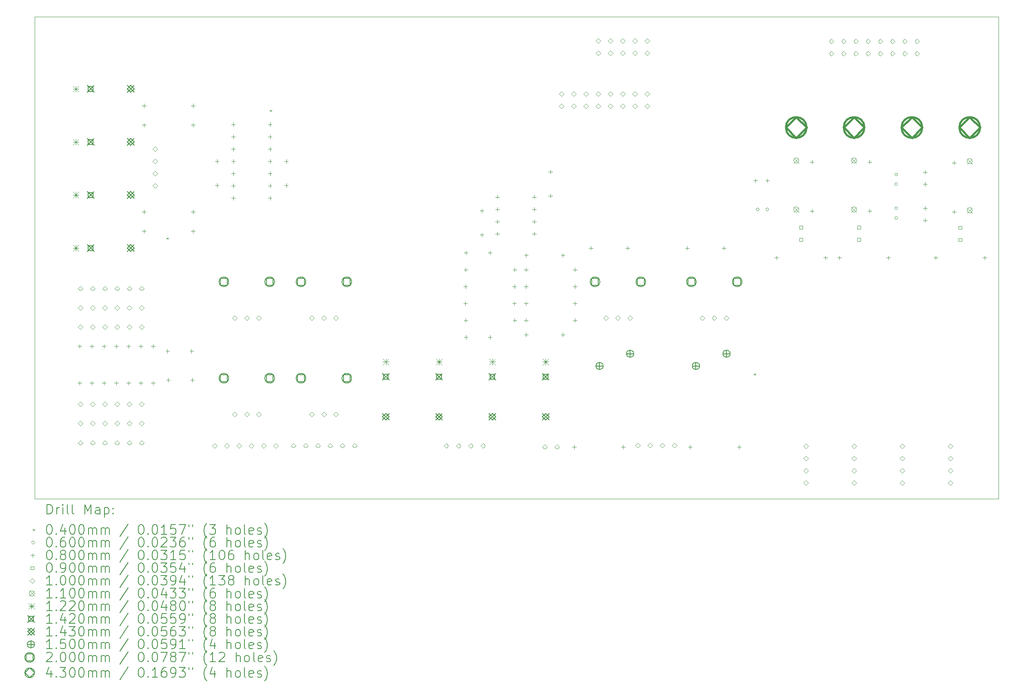
<source format=gbr>
%TF.GenerationSoftware,KiCad,Pcbnew,8.0.5*%
%TF.CreationDate,2024-11-03T10:01:35+01:00*%
%TF.ProjectId,euro-mate,6575726f-2d6d-4617-9465-2e6b69636164,rev?*%
%TF.SameCoordinates,Original*%
%TF.FileFunction,Drillmap*%
%TF.FilePolarity,Positive*%
%FSLAX45Y45*%
G04 Gerber Fmt 4.5, Leading zero omitted, Abs format (unit mm)*
G04 Created by KiCad (PCBNEW 8.0.5) date 2024-11-03 10:01:35*
%MOMM*%
%LPD*%
G01*
G04 APERTURE LIST*
%ADD10C,0.100000*%
%ADD11C,0.200000*%
%ADD12C,0.110000*%
%ADD13C,0.122000*%
%ADD14C,0.142000*%
%ADD15C,0.143000*%
%ADD16C,0.150000*%
%ADD17C,0.430000*%
G04 APERTURE END LIST*
D10*
X5000000Y-5000000D02*
X25000000Y-5000000D01*
X25000000Y-15000000D01*
X5000000Y-15000000D01*
X5000000Y-5000000D01*
D11*
D10*
X7734000Y-9580000D02*
X7774000Y-9620000D01*
X7774000Y-9580000D02*
X7734000Y-9620000D01*
X9880000Y-6930000D02*
X9920000Y-6970000D01*
X9920000Y-6930000D02*
X9880000Y-6970000D01*
X19920000Y-12400000D02*
X19960000Y-12440000D01*
X19960000Y-12400000D02*
X19920000Y-12440000D01*
X20030000Y-9000000D02*
G75*
G02*
X19970000Y-9000000I-30000J0D01*
G01*
X19970000Y-9000000D02*
G75*
G02*
X20030000Y-9000000I30000J0D01*
G01*
X20230000Y-9000000D02*
G75*
G02*
X20170000Y-9000000I-30000J0D01*
G01*
X20170000Y-9000000D02*
G75*
G02*
X20230000Y-9000000I30000J0D01*
G01*
X22905000Y-8275000D02*
G75*
G02*
X22845000Y-8275000I-30000J0D01*
G01*
X22845000Y-8275000D02*
G75*
G02*
X22905000Y-8275000I30000J0D01*
G01*
X22905000Y-8475000D02*
G75*
G02*
X22845000Y-8475000I-30000J0D01*
G01*
X22845000Y-8475000D02*
G75*
G02*
X22905000Y-8475000I30000J0D01*
G01*
X22905000Y-8975000D02*
G75*
G02*
X22845000Y-8975000I-30000J0D01*
G01*
X22845000Y-8975000D02*
G75*
G02*
X22905000Y-8975000I30000J0D01*
G01*
X22905000Y-9175000D02*
G75*
G02*
X22845000Y-9175000I-30000J0D01*
G01*
X22845000Y-9175000D02*
G75*
G02*
X22905000Y-9175000I30000J0D01*
G01*
X5930000Y-11798000D02*
X5930000Y-11878000D01*
X5890000Y-11838000D02*
X5970000Y-11838000D01*
X5930000Y-12560000D02*
X5930000Y-12640000D01*
X5890000Y-12600000D02*
X5970000Y-12600000D01*
X6184000Y-11798000D02*
X6184000Y-11878000D01*
X6144000Y-11838000D02*
X6224000Y-11838000D01*
X6184000Y-12560000D02*
X6184000Y-12640000D01*
X6144000Y-12600000D02*
X6224000Y-12600000D01*
X6438000Y-11798000D02*
X6438000Y-11878000D01*
X6398000Y-11838000D02*
X6478000Y-11838000D01*
X6438000Y-12560000D02*
X6438000Y-12640000D01*
X6398000Y-12600000D02*
X6478000Y-12600000D01*
X6692000Y-11798000D02*
X6692000Y-11878000D01*
X6652000Y-11838000D02*
X6732000Y-11838000D01*
X6692000Y-12560000D02*
X6692000Y-12640000D01*
X6652000Y-12600000D02*
X6732000Y-12600000D01*
X6946000Y-11798000D02*
X6946000Y-11878000D01*
X6906000Y-11838000D02*
X6986000Y-11838000D01*
X6946000Y-12560000D02*
X6946000Y-12640000D01*
X6906000Y-12600000D02*
X6986000Y-12600000D01*
X7200000Y-11798000D02*
X7200000Y-11878000D01*
X7160000Y-11838000D02*
X7240000Y-11838000D01*
X7200000Y-12560000D02*
X7200000Y-12640000D01*
X7160000Y-12600000D02*
X7240000Y-12600000D01*
X7270000Y-6810000D02*
X7270000Y-6890000D01*
X7230000Y-6850000D02*
X7310000Y-6850000D01*
X7270000Y-7210000D02*
X7270000Y-7290000D01*
X7230000Y-7250000D02*
X7310000Y-7250000D01*
X7270000Y-9010000D02*
X7270000Y-9090000D01*
X7230000Y-9050000D02*
X7310000Y-9050000D01*
X7270000Y-9410000D02*
X7270000Y-9490000D01*
X7230000Y-9450000D02*
X7310000Y-9450000D01*
X7454000Y-11798000D02*
X7454000Y-11878000D01*
X7414000Y-11838000D02*
X7494000Y-11838000D01*
X7454000Y-12560000D02*
X7454000Y-12640000D01*
X7414000Y-12600000D02*
X7494000Y-12600000D01*
X7754000Y-11898000D02*
X7754000Y-11978000D01*
X7714000Y-11938000D02*
X7794000Y-11938000D01*
X7770000Y-12498000D02*
X7770000Y-12578000D01*
X7730000Y-12538000D02*
X7810000Y-12538000D01*
X8254000Y-11898000D02*
X8254000Y-11978000D01*
X8214000Y-11938000D02*
X8294000Y-11938000D01*
X8270000Y-12498000D02*
X8270000Y-12578000D01*
X8230000Y-12538000D02*
X8310000Y-12538000D01*
X8286000Y-6810000D02*
X8286000Y-6890000D01*
X8246000Y-6850000D02*
X8326000Y-6850000D01*
X8286000Y-7210000D02*
X8286000Y-7290000D01*
X8246000Y-7250000D02*
X8326000Y-7250000D01*
X8286000Y-9010000D02*
X8286000Y-9090000D01*
X8246000Y-9050000D02*
X8326000Y-9050000D01*
X8286000Y-9410000D02*
X8286000Y-9490000D01*
X8246000Y-9450000D02*
X8326000Y-9450000D01*
X8780000Y-7960000D02*
X8780000Y-8040000D01*
X8740000Y-8000000D02*
X8820000Y-8000000D01*
X8780000Y-8460000D02*
X8780000Y-8540000D01*
X8740000Y-8500000D02*
X8820000Y-8500000D01*
X9120000Y-7197500D02*
X9120000Y-7277500D01*
X9080000Y-7237500D02*
X9160000Y-7237500D01*
X9120000Y-7451500D02*
X9120000Y-7531500D01*
X9080000Y-7491500D02*
X9160000Y-7491500D01*
X9120000Y-7705500D02*
X9120000Y-7785500D01*
X9080000Y-7745500D02*
X9160000Y-7745500D01*
X9120000Y-7959500D02*
X9120000Y-8039500D01*
X9080000Y-7999500D02*
X9160000Y-7999500D01*
X9120000Y-8213500D02*
X9120000Y-8293500D01*
X9080000Y-8253500D02*
X9160000Y-8253500D01*
X9120000Y-8467500D02*
X9120000Y-8547500D01*
X9080000Y-8507500D02*
X9160000Y-8507500D01*
X9120000Y-8721500D02*
X9120000Y-8801500D01*
X9080000Y-8761500D02*
X9160000Y-8761500D01*
X9882000Y-7197500D02*
X9882000Y-7277500D01*
X9842000Y-7237500D02*
X9922000Y-7237500D01*
X9882000Y-7451500D02*
X9882000Y-7531500D01*
X9842000Y-7491500D02*
X9922000Y-7491500D01*
X9882000Y-7705500D02*
X9882000Y-7785500D01*
X9842000Y-7745500D02*
X9922000Y-7745500D01*
X9882000Y-7959500D02*
X9882000Y-8039500D01*
X9842000Y-7999500D02*
X9922000Y-7999500D01*
X9882000Y-8213500D02*
X9882000Y-8293500D01*
X9842000Y-8253500D02*
X9922000Y-8253500D01*
X9882000Y-8467500D02*
X9882000Y-8547500D01*
X9842000Y-8507500D02*
X9922000Y-8507500D01*
X9882000Y-8721500D02*
X9882000Y-8801500D01*
X9842000Y-8761500D02*
X9922000Y-8761500D01*
X10220000Y-7960000D02*
X10220000Y-8040000D01*
X10180000Y-8000000D02*
X10260000Y-8000000D01*
X10220000Y-8460000D02*
X10220000Y-8540000D01*
X10180000Y-8500000D02*
X10260000Y-8500000D01*
X13934000Y-10910000D02*
X13934000Y-10990000D01*
X13894000Y-10950000D02*
X13974000Y-10950000D01*
X13937000Y-10560000D02*
X13937000Y-10640000D01*
X13897000Y-10600000D02*
X13977000Y-10600000D01*
X13942000Y-10210000D02*
X13942000Y-10290000D01*
X13902000Y-10250000D02*
X13982000Y-10250000D01*
X13942000Y-11260000D02*
X13942000Y-11340000D01*
X13902000Y-11300000D02*
X13982000Y-11300000D01*
X13945000Y-9860000D02*
X13945000Y-9940000D01*
X13905000Y-9900000D02*
X13985000Y-9900000D01*
X13945000Y-11610000D02*
X13945000Y-11690000D01*
X13905000Y-11650000D02*
X13985000Y-11650000D01*
X14275000Y-8987000D02*
X14275000Y-9067000D01*
X14235000Y-9027000D02*
X14315000Y-9027000D01*
X14275000Y-9487000D02*
X14275000Y-9567000D01*
X14235000Y-9527000D02*
X14315000Y-9527000D01*
X14445000Y-9860000D02*
X14445000Y-9940000D01*
X14405000Y-9900000D02*
X14485000Y-9900000D01*
X14445000Y-11610000D02*
X14445000Y-11690000D01*
X14405000Y-11650000D02*
X14485000Y-11650000D01*
X14600000Y-8702000D02*
X14600000Y-8782000D01*
X14560000Y-8742000D02*
X14640000Y-8742000D01*
X14600000Y-8956000D02*
X14600000Y-9036000D01*
X14560000Y-8996000D02*
X14640000Y-8996000D01*
X14600000Y-9210000D02*
X14600000Y-9290000D01*
X14560000Y-9250000D02*
X14640000Y-9250000D01*
X14600000Y-9464000D02*
X14600000Y-9544000D01*
X14560000Y-9504000D02*
X14640000Y-9504000D01*
X14950000Y-10910000D02*
X14950000Y-10990000D01*
X14910000Y-10950000D02*
X14990000Y-10950000D01*
X14953000Y-10560000D02*
X14953000Y-10640000D01*
X14913000Y-10600000D02*
X14993000Y-10600000D01*
X14958000Y-10210000D02*
X14958000Y-10290000D01*
X14918000Y-10250000D02*
X14998000Y-10250000D01*
X14958000Y-11260000D02*
X14958000Y-11340000D01*
X14918000Y-11300000D02*
X14998000Y-11300000D01*
X15192000Y-10210000D02*
X15192000Y-10290000D01*
X15152000Y-10250000D02*
X15232000Y-10250000D01*
X15192000Y-10560000D02*
X15192000Y-10640000D01*
X15152000Y-10600000D02*
X15232000Y-10600000D01*
X15192000Y-10910000D02*
X15192000Y-10990000D01*
X15152000Y-10950000D02*
X15232000Y-10950000D01*
X15192000Y-11260000D02*
X15192000Y-11340000D01*
X15152000Y-11300000D02*
X15232000Y-11300000D01*
X15195000Y-9910000D02*
X15195000Y-9990000D01*
X15155000Y-9950000D02*
X15235000Y-9950000D01*
X15195000Y-11560000D02*
X15195000Y-11640000D01*
X15155000Y-11600000D02*
X15235000Y-11600000D01*
X15362000Y-8702000D02*
X15362000Y-8782000D01*
X15322000Y-8742000D02*
X15402000Y-8742000D01*
X15362000Y-8956000D02*
X15362000Y-9036000D01*
X15322000Y-8996000D02*
X15402000Y-8996000D01*
X15362000Y-9210000D02*
X15362000Y-9290000D01*
X15322000Y-9250000D02*
X15402000Y-9250000D01*
X15362000Y-9464000D02*
X15362000Y-9544000D01*
X15322000Y-9504000D02*
X15402000Y-9504000D01*
X15700000Y-8177000D02*
X15700000Y-8257000D01*
X15660000Y-8217000D02*
X15740000Y-8217000D01*
X15700000Y-8677000D02*
X15700000Y-8757000D01*
X15660000Y-8717000D02*
X15740000Y-8717000D01*
X15957000Y-9910000D02*
X15957000Y-9990000D01*
X15917000Y-9950000D02*
X15997000Y-9950000D01*
X15957000Y-11560000D02*
X15957000Y-11640000D01*
X15917000Y-11600000D02*
X15997000Y-11600000D01*
X16192000Y-13885000D02*
X16192000Y-13965000D01*
X16152000Y-13925000D02*
X16232000Y-13925000D01*
X16208000Y-10210000D02*
X16208000Y-10290000D01*
X16168000Y-10250000D02*
X16248000Y-10250000D01*
X16208000Y-10560000D02*
X16208000Y-10640000D01*
X16168000Y-10600000D02*
X16248000Y-10600000D01*
X16208000Y-10910000D02*
X16208000Y-10990000D01*
X16168000Y-10950000D02*
X16248000Y-10950000D01*
X16208000Y-11260000D02*
X16208000Y-11340000D01*
X16168000Y-11300000D02*
X16248000Y-11300000D01*
X16538000Y-9760000D02*
X16538000Y-9840000D01*
X16498000Y-9800000D02*
X16578000Y-9800000D01*
X17208000Y-13885000D02*
X17208000Y-13965000D01*
X17168000Y-13925000D02*
X17248000Y-13925000D01*
X17300000Y-9760000D02*
X17300000Y-9840000D01*
X17260000Y-9800000D02*
X17340000Y-9800000D01*
X18538000Y-9760000D02*
X18538000Y-9840000D01*
X18498000Y-9800000D02*
X18578000Y-9800000D01*
X18600000Y-13885000D02*
X18600000Y-13965000D01*
X18560000Y-13925000D02*
X18640000Y-13925000D01*
X19300000Y-9760000D02*
X19300000Y-9840000D01*
X19260000Y-9800000D02*
X19340000Y-9800000D01*
X19616000Y-13885000D02*
X19616000Y-13965000D01*
X19576000Y-13925000D02*
X19656000Y-13925000D01*
X19950000Y-8360000D02*
X19950000Y-8440000D01*
X19910000Y-8400000D02*
X19990000Y-8400000D01*
X20200000Y-8360000D02*
X20200000Y-8440000D01*
X20160000Y-8400000D02*
X20240000Y-8400000D01*
X20392000Y-9960000D02*
X20392000Y-10040000D01*
X20352000Y-10000000D02*
X20432000Y-10000000D01*
X21125000Y-7974000D02*
X21125000Y-8054000D01*
X21085000Y-8014000D02*
X21165000Y-8014000D01*
X21125000Y-8990000D02*
X21125000Y-9070000D01*
X21085000Y-9030000D02*
X21165000Y-9030000D01*
X21408000Y-9960000D02*
X21408000Y-10040000D01*
X21368000Y-10000000D02*
X21448000Y-10000000D01*
X21697000Y-9960000D02*
X21697000Y-10040000D01*
X21657000Y-10000000D02*
X21737000Y-10000000D01*
X22325000Y-7974000D02*
X22325000Y-8054000D01*
X22285000Y-8014000D02*
X22365000Y-8014000D01*
X22325000Y-8990000D02*
X22325000Y-9070000D01*
X22285000Y-9030000D02*
X22365000Y-9030000D01*
X22713000Y-9960000D02*
X22713000Y-10040000D01*
X22673000Y-10000000D02*
X22753000Y-10000000D01*
X23475000Y-8185000D02*
X23475000Y-8265000D01*
X23435000Y-8225000D02*
X23515000Y-8225000D01*
X23475000Y-8435000D02*
X23475000Y-8515000D01*
X23435000Y-8475000D02*
X23515000Y-8475000D01*
X23475000Y-8935000D02*
X23475000Y-9015000D01*
X23435000Y-8975000D02*
X23515000Y-8975000D01*
X23475000Y-9185000D02*
X23475000Y-9265000D01*
X23435000Y-9225000D02*
X23515000Y-9225000D01*
X23692000Y-9960000D02*
X23692000Y-10040000D01*
X23652000Y-10000000D02*
X23732000Y-10000000D01*
X24075000Y-7990000D02*
X24075000Y-8070000D01*
X24035000Y-8030000D02*
X24115000Y-8030000D01*
X24075000Y-9006000D02*
X24075000Y-9086000D01*
X24035000Y-9046000D02*
X24115000Y-9046000D01*
X24708000Y-9960000D02*
X24708000Y-10040000D01*
X24668000Y-10000000D02*
X24748000Y-10000000D01*
X20931820Y-9404820D02*
X20931820Y-9341180D01*
X20868180Y-9341180D01*
X20868180Y-9404820D01*
X20931820Y-9404820D01*
X20931820Y-9658820D02*
X20931820Y-9595180D01*
X20868180Y-9595180D01*
X20868180Y-9658820D01*
X20931820Y-9658820D01*
X22131820Y-9404820D02*
X22131820Y-9341180D01*
X22068180Y-9341180D01*
X22068180Y-9404820D01*
X22131820Y-9404820D01*
X22131820Y-9658820D02*
X22131820Y-9595180D01*
X22068180Y-9595180D01*
X22068180Y-9658820D01*
X22131820Y-9658820D01*
X24231820Y-9405820D02*
X24231820Y-9342180D01*
X24168180Y-9342180D01*
X24168180Y-9405820D01*
X24231820Y-9405820D01*
X24231820Y-9659820D02*
X24231820Y-9596180D01*
X24168180Y-9596180D01*
X24168180Y-9659820D01*
X24231820Y-9659820D01*
X5944000Y-10688000D02*
X5994000Y-10638000D01*
X5944000Y-10588000D01*
X5894000Y-10638000D01*
X5944000Y-10688000D01*
X5944000Y-11088000D02*
X5994000Y-11038000D01*
X5944000Y-10988000D01*
X5894000Y-11038000D01*
X5944000Y-11088000D01*
X5949000Y-11488000D02*
X5999000Y-11438000D01*
X5949000Y-11388000D01*
X5899000Y-11438000D01*
X5949000Y-11488000D01*
X5949000Y-13088000D02*
X5999000Y-13038000D01*
X5949000Y-12988000D01*
X5899000Y-13038000D01*
X5949000Y-13088000D01*
X5949000Y-13488000D02*
X5999000Y-13438000D01*
X5949000Y-13388000D01*
X5899000Y-13438000D01*
X5949000Y-13488000D01*
X5949000Y-13888000D02*
X5999000Y-13838000D01*
X5949000Y-13788000D01*
X5899000Y-13838000D01*
X5949000Y-13888000D01*
X6198000Y-10688000D02*
X6248000Y-10638000D01*
X6198000Y-10588000D01*
X6148000Y-10638000D01*
X6198000Y-10688000D01*
X6198000Y-11088000D02*
X6248000Y-11038000D01*
X6198000Y-10988000D01*
X6148000Y-11038000D01*
X6198000Y-11088000D01*
X6203000Y-11488000D02*
X6253000Y-11438000D01*
X6203000Y-11388000D01*
X6153000Y-11438000D01*
X6203000Y-11488000D01*
X6203000Y-13088000D02*
X6253000Y-13038000D01*
X6203000Y-12988000D01*
X6153000Y-13038000D01*
X6203000Y-13088000D01*
X6203000Y-13488000D02*
X6253000Y-13438000D01*
X6203000Y-13388000D01*
X6153000Y-13438000D01*
X6203000Y-13488000D01*
X6203000Y-13888000D02*
X6253000Y-13838000D01*
X6203000Y-13788000D01*
X6153000Y-13838000D01*
X6203000Y-13888000D01*
X6452000Y-10688000D02*
X6502000Y-10638000D01*
X6452000Y-10588000D01*
X6402000Y-10638000D01*
X6452000Y-10688000D01*
X6452000Y-11088000D02*
X6502000Y-11038000D01*
X6452000Y-10988000D01*
X6402000Y-11038000D01*
X6452000Y-11088000D01*
X6457000Y-11488000D02*
X6507000Y-11438000D01*
X6457000Y-11388000D01*
X6407000Y-11438000D01*
X6457000Y-11488000D01*
X6457000Y-13088000D02*
X6507000Y-13038000D01*
X6457000Y-12988000D01*
X6407000Y-13038000D01*
X6457000Y-13088000D01*
X6457000Y-13488000D02*
X6507000Y-13438000D01*
X6457000Y-13388000D01*
X6407000Y-13438000D01*
X6457000Y-13488000D01*
X6457000Y-13888000D02*
X6507000Y-13838000D01*
X6457000Y-13788000D01*
X6407000Y-13838000D01*
X6457000Y-13888000D01*
X6706000Y-10688000D02*
X6756000Y-10638000D01*
X6706000Y-10588000D01*
X6656000Y-10638000D01*
X6706000Y-10688000D01*
X6706000Y-11088000D02*
X6756000Y-11038000D01*
X6706000Y-10988000D01*
X6656000Y-11038000D01*
X6706000Y-11088000D01*
X6711000Y-11488000D02*
X6761000Y-11438000D01*
X6711000Y-11388000D01*
X6661000Y-11438000D01*
X6711000Y-11488000D01*
X6711000Y-13088000D02*
X6761000Y-13038000D01*
X6711000Y-12988000D01*
X6661000Y-13038000D01*
X6711000Y-13088000D01*
X6711000Y-13488000D02*
X6761000Y-13438000D01*
X6711000Y-13388000D01*
X6661000Y-13438000D01*
X6711000Y-13488000D01*
X6711000Y-13888000D02*
X6761000Y-13838000D01*
X6711000Y-13788000D01*
X6661000Y-13838000D01*
X6711000Y-13888000D01*
X6960000Y-10688000D02*
X7010000Y-10638000D01*
X6960000Y-10588000D01*
X6910000Y-10638000D01*
X6960000Y-10688000D01*
X6960000Y-11088000D02*
X7010000Y-11038000D01*
X6960000Y-10988000D01*
X6910000Y-11038000D01*
X6960000Y-11088000D01*
X6965000Y-11488000D02*
X7015000Y-11438000D01*
X6965000Y-11388000D01*
X6915000Y-11438000D01*
X6965000Y-11488000D01*
X6965000Y-13088000D02*
X7015000Y-13038000D01*
X6965000Y-12988000D01*
X6915000Y-13038000D01*
X6965000Y-13088000D01*
X6965000Y-13488000D02*
X7015000Y-13438000D01*
X6965000Y-13388000D01*
X6915000Y-13438000D01*
X6965000Y-13488000D01*
X6965000Y-13888000D02*
X7015000Y-13838000D01*
X6965000Y-13788000D01*
X6915000Y-13838000D01*
X6965000Y-13888000D01*
X7214000Y-10688000D02*
X7264000Y-10638000D01*
X7214000Y-10588000D01*
X7164000Y-10638000D01*
X7214000Y-10688000D01*
X7214000Y-11088000D02*
X7264000Y-11038000D01*
X7214000Y-10988000D01*
X7164000Y-11038000D01*
X7214000Y-11088000D01*
X7219000Y-11488000D02*
X7269000Y-11438000D01*
X7219000Y-11388000D01*
X7169000Y-11438000D01*
X7219000Y-11488000D01*
X7219000Y-13088000D02*
X7269000Y-13038000D01*
X7219000Y-12988000D01*
X7169000Y-13038000D01*
X7219000Y-13088000D01*
X7219000Y-13488000D02*
X7269000Y-13438000D01*
X7219000Y-13388000D01*
X7169000Y-13438000D01*
X7219000Y-13488000D01*
X7219000Y-13888000D02*
X7269000Y-13838000D01*
X7219000Y-13788000D01*
X7169000Y-13838000D01*
X7219000Y-13888000D01*
X7500000Y-7796000D02*
X7550000Y-7746000D01*
X7500000Y-7696000D01*
X7450000Y-7746000D01*
X7500000Y-7796000D01*
X7500000Y-8050000D02*
X7550000Y-8000000D01*
X7500000Y-7950000D01*
X7450000Y-8000000D01*
X7500000Y-8050000D01*
X7500000Y-8304000D02*
X7550000Y-8254000D01*
X7500000Y-8204000D01*
X7450000Y-8254000D01*
X7500000Y-8304000D01*
X7500000Y-8558000D02*
X7550000Y-8508000D01*
X7500000Y-8458000D01*
X7450000Y-8508000D01*
X7500000Y-8558000D01*
X8730000Y-13950000D02*
X8780000Y-13900000D01*
X8730000Y-13850000D01*
X8680000Y-13900000D01*
X8730000Y-13950000D01*
X8984000Y-13950000D02*
X9034000Y-13900000D01*
X8984000Y-13850000D01*
X8934000Y-13900000D01*
X8984000Y-13950000D01*
X9150000Y-11300000D02*
X9200000Y-11250000D01*
X9150000Y-11200000D01*
X9100000Y-11250000D01*
X9150000Y-11300000D01*
X9150000Y-13300000D02*
X9200000Y-13250000D01*
X9150000Y-13200000D01*
X9100000Y-13250000D01*
X9150000Y-13300000D01*
X9238000Y-13950000D02*
X9288000Y-13900000D01*
X9238000Y-13850000D01*
X9188000Y-13900000D01*
X9238000Y-13950000D01*
X9400000Y-11300000D02*
X9450000Y-11250000D01*
X9400000Y-11200000D01*
X9350000Y-11250000D01*
X9400000Y-11300000D01*
X9400000Y-13300000D02*
X9450000Y-13250000D01*
X9400000Y-13200000D01*
X9350000Y-13250000D01*
X9400000Y-13300000D01*
X9492000Y-13950000D02*
X9542000Y-13900000D01*
X9492000Y-13850000D01*
X9442000Y-13900000D01*
X9492000Y-13950000D01*
X9650000Y-11300000D02*
X9700000Y-11250000D01*
X9650000Y-11200000D01*
X9600000Y-11250000D01*
X9650000Y-11300000D01*
X9650000Y-13300000D02*
X9700000Y-13250000D01*
X9650000Y-13200000D01*
X9600000Y-13250000D01*
X9650000Y-13300000D01*
X9746000Y-13950000D02*
X9796000Y-13900000D01*
X9746000Y-13850000D01*
X9696000Y-13900000D01*
X9746000Y-13950000D01*
X10000000Y-13950000D02*
X10050000Y-13900000D01*
X10000000Y-13850000D01*
X9950000Y-13900000D01*
X10000000Y-13950000D01*
X10367500Y-13947500D02*
X10417500Y-13897500D01*
X10367500Y-13847500D01*
X10317500Y-13897500D01*
X10367500Y-13947500D01*
X10621500Y-13947500D02*
X10671500Y-13897500D01*
X10621500Y-13847500D01*
X10571500Y-13897500D01*
X10621500Y-13947500D01*
X10750000Y-11300000D02*
X10800000Y-11250000D01*
X10750000Y-11200000D01*
X10700000Y-11250000D01*
X10750000Y-11300000D01*
X10750000Y-13300000D02*
X10800000Y-13250000D01*
X10750000Y-13200000D01*
X10700000Y-13250000D01*
X10750000Y-13300000D01*
X10875500Y-13947500D02*
X10925500Y-13897500D01*
X10875500Y-13847500D01*
X10825500Y-13897500D01*
X10875500Y-13947500D01*
X11000000Y-11300000D02*
X11050000Y-11250000D01*
X11000000Y-11200000D01*
X10950000Y-11250000D01*
X11000000Y-11300000D01*
X11000000Y-13300000D02*
X11050000Y-13250000D01*
X11000000Y-13200000D01*
X10950000Y-13250000D01*
X11000000Y-13300000D01*
X11129500Y-13947500D02*
X11179500Y-13897500D01*
X11129500Y-13847500D01*
X11079500Y-13897500D01*
X11129500Y-13947500D01*
X11250000Y-11300000D02*
X11300000Y-11250000D01*
X11250000Y-11200000D01*
X11200000Y-11250000D01*
X11250000Y-11300000D01*
X11250000Y-13300000D02*
X11300000Y-13250000D01*
X11250000Y-13200000D01*
X11200000Y-13250000D01*
X11250000Y-13300000D01*
X11383500Y-13947500D02*
X11433500Y-13897500D01*
X11383500Y-13847500D01*
X11333500Y-13897500D01*
X11383500Y-13947500D01*
X11637500Y-13947500D02*
X11687500Y-13897500D01*
X11637500Y-13847500D01*
X11587500Y-13897500D01*
X11637500Y-13947500D01*
X13538000Y-13950000D02*
X13588000Y-13900000D01*
X13538000Y-13850000D01*
X13488000Y-13900000D01*
X13538000Y-13950000D01*
X13792000Y-13950000D02*
X13842000Y-13900000D01*
X13792000Y-13850000D01*
X13742000Y-13900000D01*
X13792000Y-13950000D01*
X14046000Y-13950000D02*
X14096000Y-13900000D01*
X14046000Y-13850000D01*
X13996000Y-13900000D01*
X14046000Y-13950000D01*
X14300000Y-13950000D02*
X14350000Y-13900000D01*
X14300000Y-13850000D01*
X14250000Y-13900000D01*
X14300000Y-13950000D01*
X15582500Y-13972500D02*
X15632500Y-13922500D01*
X15582500Y-13872500D01*
X15532500Y-13922500D01*
X15582500Y-13972500D01*
X15836500Y-13972500D02*
X15886500Y-13922500D01*
X15836500Y-13872500D01*
X15786500Y-13922500D01*
X15836500Y-13972500D01*
X15930000Y-6650000D02*
X15980000Y-6600000D01*
X15930000Y-6550000D01*
X15880000Y-6600000D01*
X15930000Y-6650000D01*
X15930000Y-6904000D02*
X15980000Y-6854000D01*
X15930000Y-6804000D01*
X15880000Y-6854000D01*
X15930000Y-6904000D01*
X16184000Y-6650000D02*
X16234000Y-6600000D01*
X16184000Y-6550000D01*
X16134000Y-6600000D01*
X16184000Y-6650000D01*
X16184000Y-6904000D02*
X16234000Y-6854000D01*
X16184000Y-6804000D01*
X16134000Y-6854000D01*
X16184000Y-6904000D01*
X16438000Y-6650000D02*
X16488000Y-6600000D01*
X16438000Y-6550000D01*
X16388000Y-6600000D01*
X16438000Y-6650000D01*
X16438000Y-6904000D02*
X16488000Y-6854000D01*
X16438000Y-6804000D01*
X16388000Y-6854000D01*
X16438000Y-6904000D01*
X16692000Y-5550000D02*
X16742000Y-5500000D01*
X16692000Y-5450000D01*
X16642000Y-5500000D01*
X16692000Y-5550000D01*
X16692000Y-5804000D02*
X16742000Y-5754000D01*
X16692000Y-5704000D01*
X16642000Y-5754000D01*
X16692000Y-5804000D01*
X16692000Y-6650000D02*
X16742000Y-6600000D01*
X16692000Y-6550000D01*
X16642000Y-6600000D01*
X16692000Y-6650000D01*
X16692000Y-6904000D02*
X16742000Y-6854000D01*
X16692000Y-6804000D01*
X16642000Y-6854000D01*
X16692000Y-6904000D01*
X16850000Y-11300000D02*
X16900000Y-11250000D01*
X16850000Y-11200000D01*
X16800000Y-11250000D01*
X16850000Y-11300000D01*
X16946000Y-5550000D02*
X16996000Y-5500000D01*
X16946000Y-5450000D01*
X16896000Y-5500000D01*
X16946000Y-5550000D01*
X16946000Y-5804000D02*
X16996000Y-5754000D01*
X16946000Y-5704000D01*
X16896000Y-5754000D01*
X16946000Y-5804000D01*
X16946000Y-6650000D02*
X16996000Y-6600000D01*
X16946000Y-6550000D01*
X16896000Y-6600000D01*
X16946000Y-6650000D01*
X16946000Y-6904000D02*
X16996000Y-6854000D01*
X16946000Y-6804000D01*
X16896000Y-6854000D01*
X16946000Y-6904000D01*
X17100000Y-11300000D02*
X17150000Y-11250000D01*
X17100000Y-11200000D01*
X17050000Y-11250000D01*
X17100000Y-11300000D01*
X17200000Y-5550000D02*
X17250000Y-5500000D01*
X17200000Y-5450000D01*
X17150000Y-5500000D01*
X17200000Y-5550000D01*
X17200000Y-5804000D02*
X17250000Y-5754000D01*
X17200000Y-5704000D01*
X17150000Y-5754000D01*
X17200000Y-5804000D01*
X17200000Y-6650000D02*
X17250000Y-6600000D01*
X17200000Y-6550000D01*
X17150000Y-6600000D01*
X17200000Y-6650000D01*
X17200000Y-6904000D02*
X17250000Y-6854000D01*
X17200000Y-6804000D01*
X17150000Y-6854000D01*
X17200000Y-6904000D01*
X17350000Y-11300000D02*
X17400000Y-11250000D01*
X17350000Y-11200000D01*
X17300000Y-11250000D01*
X17350000Y-11300000D01*
X17454000Y-5550000D02*
X17504000Y-5500000D01*
X17454000Y-5450000D01*
X17404000Y-5500000D01*
X17454000Y-5550000D01*
X17454000Y-5804000D02*
X17504000Y-5754000D01*
X17454000Y-5704000D01*
X17404000Y-5754000D01*
X17454000Y-5804000D01*
X17454000Y-6650000D02*
X17504000Y-6600000D01*
X17454000Y-6550000D01*
X17404000Y-6600000D01*
X17454000Y-6650000D01*
X17454000Y-6904000D02*
X17504000Y-6854000D01*
X17454000Y-6804000D01*
X17404000Y-6854000D01*
X17454000Y-6904000D01*
X17513000Y-13945000D02*
X17563000Y-13895000D01*
X17513000Y-13845000D01*
X17463000Y-13895000D01*
X17513000Y-13945000D01*
X17708000Y-5550000D02*
X17758000Y-5500000D01*
X17708000Y-5450000D01*
X17658000Y-5500000D01*
X17708000Y-5550000D01*
X17708000Y-5804000D02*
X17758000Y-5754000D01*
X17708000Y-5704000D01*
X17658000Y-5754000D01*
X17708000Y-5804000D01*
X17708000Y-6650000D02*
X17758000Y-6600000D01*
X17708000Y-6550000D01*
X17658000Y-6600000D01*
X17708000Y-6650000D01*
X17708000Y-6904000D02*
X17758000Y-6854000D01*
X17708000Y-6804000D01*
X17658000Y-6854000D01*
X17708000Y-6904000D01*
X17767000Y-13945000D02*
X17817000Y-13895000D01*
X17767000Y-13845000D01*
X17717000Y-13895000D01*
X17767000Y-13945000D01*
X18021000Y-13945000D02*
X18071000Y-13895000D01*
X18021000Y-13845000D01*
X17971000Y-13895000D01*
X18021000Y-13945000D01*
X18275000Y-13945000D02*
X18325000Y-13895000D01*
X18275000Y-13845000D01*
X18225000Y-13895000D01*
X18275000Y-13945000D01*
X18850000Y-11300000D02*
X18900000Y-11250000D01*
X18850000Y-11200000D01*
X18800000Y-11250000D01*
X18850000Y-11300000D01*
X19100000Y-11300000D02*
X19150000Y-11250000D01*
X19100000Y-11200000D01*
X19050000Y-11250000D01*
X19100000Y-11300000D01*
X19350000Y-11300000D02*
X19400000Y-11250000D01*
X19350000Y-11200000D01*
X19300000Y-11250000D01*
X19350000Y-11300000D01*
X21000000Y-13958000D02*
X21050000Y-13908000D01*
X21000000Y-13858000D01*
X20950000Y-13908000D01*
X21000000Y-13958000D01*
X21000000Y-14212000D02*
X21050000Y-14162000D01*
X21000000Y-14112000D01*
X20950000Y-14162000D01*
X21000000Y-14212000D01*
X21000000Y-14466000D02*
X21050000Y-14416000D01*
X21000000Y-14366000D01*
X20950000Y-14416000D01*
X21000000Y-14466000D01*
X21000000Y-14720000D02*
X21050000Y-14670000D01*
X21000000Y-14620000D01*
X20950000Y-14670000D01*
X21000000Y-14720000D01*
X21530000Y-5558000D02*
X21580000Y-5508000D01*
X21530000Y-5458000D01*
X21480000Y-5508000D01*
X21530000Y-5558000D01*
X21530000Y-5812000D02*
X21580000Y-5762000D01*
X21530000Y-5712000D01*
X21480000Y-5762000D01*
X21530000Y-5812000D01*
X21784000Y-5558000D02*
X21834000Y-5508000D01*
X21784000Y-5458000D01*
X21734000Y-5508000D01*
X21784000Y-5558000D01*
X21784000Y-5812000D02*
X21834000Y-5762000D01*
X21784000Y-5712000D01*
X21734000Y-5762000D01*
X21784000Y-5812000D01*
X22000000Y-13958000D02*
X22050000Y-13908000D01*
X22000000Y-13858000D01*
X21950000Y-13908000D01*
X22000000Y-13958000D01*
X22000000Y-14212000D02*
X22050000Y-14162000D01*
X22000000Y-14112000D01*
X21950000Y-14162000D01*
X22000000Y-14212000D01*
X22000000Y-14466000D02*
X22050000Y-14416000D01*
X22000000Y-14366000D01*
X21950000Y-14416000D01*
X22000000Y-14466000D01*
X22000000Y-14720000D02*
X22050000Y-14670000D01*
X22000000Y-14620000D01*
X21950000Y-14670000D01*
X22000000Y-14720000D01*
X22038000Y-5558000D02*
X22088000Y-5508000D01*
X22038000Y-5458000D01*
X21988000Y-5508000D01*
X22038000Y-5558000D01*
X22038000Y-5812000D02*
X22088000Y-5762000D01*
X22038000Y-5712000D01*
X21988000Y-5762000D01*
X22038000Y-5812000D01*
X22292000Y-5558000D02*
X22342000Y-5508000D01*
X22292000Y-5458000D01*
X22242000Y-5508000D01*
X22292000Y-5558000D01*
X22292000Y-5812000D02*
X22342000Y-5762000D01*
X22292000Y-5712000D01*
X22242000Y-5762000D01*
X22292000Y-5812000D01*
X22546000Y-5558000D02*
X22596000Y-5508000D01*
X22546000Y-5458000D01*
X22496000Y-5508000D01*
X22546000Y-5558000D01*
X22546000Y-5812000D02*
X22596000Y-5762000D01*
X22546000Y-5712000D01*
X22496000Y-5762000D01*
X22546000Y-5812000D01*
X22800000Y-5558000D02*
X22850000Y-5508000D01*
X22800000Y-5458000D01*
X22750000Y-5508000D01*
X22800000Y-5558000D01*
X22800000Y-5812000D02*
X22850000Y-5762000D01*
X22800000Y-5712000D01*
X22750000Y-5762000D01*
X22800000Y-5812000D01*
X23000000Y-13958000D02*
X23050000Y-13908000D01*
X23000000Y-13858000D01*
X22950000Y-13908000D01*
X23000000Y-13958000D01*
X23000000Y-14212000D02*
X23050000Y-14162000D01*
X23000000Y-14112000D01*
X22950000Y-14162000D01*
X23000000Y-14212000D01*
X23000000Y-14466000D02*
X23050000Y-14416000D01*
X23000000Y-14366000D01*
X22950000Y-14416000D01*
X23000000Y-14466000D01*
X23000000Y-14720000D02*
X23050000Y-14670000D01*
X23000000Y-14620000D01*
X22950000Y-14670000D01*
X23000000Y-14720000D01*
X23054000Y-5558000D02*
X23104000Y-5508000D01*
X23054000Y-5458000D01*
X23004000Y-5508000D01*
X23054000Y-5558000D01*
X23054000Y-5812000D02*
X23104000Y-5762000D01*
X23054000Y-5712000D01*
X23004000Y-5762000D01*
X23054000Y-5812000D01*
X23308000Y-5558000D02*
X23358000Y-5508000D01*
X23308000Y-5458000D01*
X23258000Y-5508000D01*
X23308000Y-5558000D01*
X23308000Y-5812000D02*
X23358000Y-5762000D01*
X23308000Y-5712000D01*
X23258000Y-5762000D01*
X23308000Y-5812000D01*
X24000000Y-13958000D02*
X24050000Y-13908000D01*
X24000000Y-13858000D01*
X23950000Y-13908000D01*
X24000000Y-13958000D01*
X24000000Y-14212000D02*
X24050000Y-14162000D01*
X24000000Y-14112000D01*
X23950000Y-14162000D01*
X24000000Y-14212000D01*
X24000000Y-14466000D02*
X24050000Y-14416000D01*
X24000000Y-14366000D01*
X23950000Y-14416000D01*
X24000000Y-14466000D01*
X24000000Y-14720000D02*
X24050000Y-14670000D01*
X24000000Y-14620000D01*
X23950000Y-14670000D01*
X24000000Y-14720000D01*
D12*
X20745000Y-7929000D02*
X20855000Y-8039000D01*
X20855000Y-7929000D02*
X20745000Y-8039000D01*
X20855000Y-7984000D02*
G75*
G02*
X20745000Y-7984000I-55000J0D01*
G01*
X20745000Y-7984000D02*
G75*
G02*
X20855000Y-7984000I55000J0D01*
G01*
X20745000Y-8945000D02*
X20855000Y-9055000D01*
X20855000Y-8945000D02*
X20745000Y-9055000D01*
X20855000Y-9000000D02*
G75*
G02*
X20745000Y-9000000I-55000J0D01*
G01*
X20745000Y-9000000D02*
G75*
G02*
X20855000Y-9000000I55000J0D01*
G01*
X21945000Y-7929000D02*
X22055000Y-8039000D01*
X22055000Y-7929000D02*
X21945000Y-8039000D01*
X22055000Y-7984000D02*
G75*
G02*
X21945000Y-7984000I-55000J0D01*
G01*
X21945000Y-7984000D02*
G75*
G02*
X22055000Y-7984000I55000J0D01*
G01*
X21945000Y-8945000D02*
X22055000Y-9055000D01*
X22055000Y-8945000D02*
X21945000Y-9055000D01*
X22055000Y-9000000D02*
G75*
G02*
X21945000Y-9000000I-55000J0D01*
G01*
X21945000Y-9000000D02*
G75*
G02*
X22055000Y-9000000I55000J0D01*
G01*
X24345000Y-7945000D02*
X24455000Y-8055000D01*
X24455000Y-7945000D02*
X24345000Y-8055000D01*
X24455000Y-8000000D02*
G75*
G02*
X24345000Y-8000000I-55000J0D01*
G01*
X24345000Y-8000000D02*
G75*
G02*
X24455000Y-8000000I55000J0D01*
G01*
X24345000Y-8961000D02*
X24455000Y-9071000D01*
X24455000Y-8961000D02*
X24345000Y-9071000D01*
X24455000Y-9016000D02*
G75*
G02*
X24345000Y-9016000I-55000J0D01*
G01*
X24345000Y-9016000D02*
G75*
G02*
X24455000Y-9016000I55000J0D01*
G01*
D13*
X5791000Y-6439000D02*
X5913000Y-6561000D01*
X5913000Y-6439000D02*
X5791000Y-6561000D01*
X5852000Y-6439000D02*
X5852000Y-6561000D01*
X5791000Y-6500000D02*
X5913000Y-6500000D01*
X5791000Y-7539000D02*
X5913000Y-7661000D01*
X5913000Y-7539000D02*
X5791000Y-7661000D01*
X5852000Y-7539000D02*
X5852000Y-7661000D01*
X5791000Y-7600000D02*
X5913000Y-7600000D01*
X5791000Y-8639000D02*
X5913000Y-8761000D01*
X5913000Y-8639000D02*
X5791000Y-8761000D01*
X5852000Y-8639000D02*
X5852000Y-8761000D01*
X5791000Y-8700000D02*
X5913000Y-8700000D01*
X5791000Y-9739000D02*
X5913000Y-9861000D01*
X5913000Y-9739000D02*
X5791000Y-9861000D01*
X5852000Y-9739000D02*
X5852000Y-9861000D01*
X5791000Y-9800000D02*
X5913000Y-9800000D01*
X12224000Y-12099000D02*
X12346000Y-12221000D01*
X12346000Y-12099000D02*
X12224000Y-12221000D01*
X12285000Y-12099000D02*
X12285000Y-12221000D01*
X12224000Y-12160000D02*
X12346000Y-12160000D01*
X13329000Y-12099000D02*
X13451000Y-12221000D01*
X13451000Y-12099000D02*
X13329000Y-12221000D01*
X13390000Y-12099000D02*
X13390000Y-12221000D01*
X13329000Y-12160000D02*
X13451000Y-12160000D01*
X14434000Y-12099000D02*
X14556000Y-12221000D01*
X14556000Y-12099000D02*
X14434000Y-12221000D01*
X14495000Y-12099000D02*
X14495000Y-12221000D01*
X14434000Y-12160000D02*
X14556000Y-12160000D01*
X15539000Y-12099000D02*
X15661000Y-12221000D01*
X15661000Y-12099000D02*
X15539000Y-12221000D01*
X15600000Y-12099000D02*
X15600000Y-12221000D01*
X15539000Y-12160000D02*
X15661000Y-12160000D01*
D14*
X6091000Y-6429000D02*
X6233000Y-6571000D01*
X6233000Y-6429000D02*
X6091000Y-6571000D01*
X6212205Y-6550205D02*
X6212205Y-6449795D01*
X6111795Y-6449795D01*
X6111795Y-6550205D01*
X6212205Y-6550205D01*
X6091000Y-7529000D02*
X6233000Y-7671000D01*
X6233000Y-7529000D02*
X6091000Y-7671000D01*
X6212205Y-7650205D02*
X6212205Y-7549795D01*
X6111795Y-7549795D01*
X6111795Y-7650205D01*
X6212205Y-7650205D01*
X6091000Y-8629000D02*
X6233000Y-8771000D01*
X6233000Y-8629000D02*
X6091000Y-8771000D01*
X6212205Y-8750205D02*
X6212205Y-8649795D01*
X6111795Y-8649795D01*
X6111795Y-8750205D01*
X6212205Y-8750205D01*
X6091000Y-9729000D02*
X6233000Y-9871000D01*
X6233000Y-9729000D02*
X6091000Y-9871000D01*
X6212205Y-9850205D02*
X6212205Y-9749795D01*
X6111795Y-9749795D01*
X6111795Y-9850205D01*
X6212205Y-9850205D01*
X12214000Y-12399000D02*
X12356000Y-12541000D01*
X12356000Y-12399000D02*
X12214000Y-12541000D01*
X12335205Y-12520205D02*
X12335205Y-12419795D01*
X12234795Y-12419795D01*
X12234795Y-12520205D01*
X12335205Y-12520205D01*
X13319000Y-12399000D02*
X13461000Y-12541000D01*
X13461000Y-12399000D02*
X13319000Y-12541000D01*
X13440205Y-12520205D02*
X13440205Y-12419795D01*
X13339795Y-12419795D01*
X13339795Y-12520205D01*
X13440205Y-12520205D01*
X14424000Y-12399000D02*
X14566000Y-12541000D01*
X14566000Y-12399000D02*
X14424000Y-12541000D01*
X14545205Y-12520205D02*
X14545205Y-12419795D01*
X14444795Y-12419795D01*
X14444795Y-12520205D01*
X14545205Y-12520205D01*
X15529000Y-12399000D02*
X15671000Y-12541000D01*
X15671000Y-12399000D02*
X15529000Y-12541000D01*
X15650205Y-12520205D02*
X15650205Y-12419795D01*
X15549795Y-12419795D01*
X15549795Y-12520205D01*
X15650205Y-12520205D01*
D15*
X6920500Y-6428500D02*
X7063500Y-6571500D01*
X7063500Y-6428500D02*
X6920500Y-6571500D01*
X6992000Y-6571500D02*
X7063500Y-6500000D01*
X6992000Y-6428500D01*
X6920500Y-6500000D01*
X6992000Y-6571500D01*
X6920500Y-7528500D02*
X7063500Y-7671500D01*
X7063500Y-7528500D02*
X6920500Y-7671500D01*
X6992000Y-7671500D02*
X7063500Y-7600000D01*
X6992000Y-7528500D01*
X6920500Y-7600000D01*
X6992000Y-7671500D01*
X6920500Y-8628500D02*
X7063500Y-8771500D01*
X7063500Y-8628500D02*
X6920500Y-8771500D01*
X6992000Y-8771500D02*
X7063500Y-8700000D01*
X6992000Y-8628500D01*
X6920500Y-8700000D01*
X6992000Y-8771500D01*
X6920500Y-9728500D02*
X7063500Y-9871500D01*
X7063500Y-9728500D02*
X6920500Y-9871500D01*
X6992000Y-9871500D02*
X7063500Y-9800000D01*
X6992000Y-9728500D01*
X6920500Y-9800000D01*
X6992000Y-9871500D01*
X12213500Y-13228500D02*
X12356500Y-13371500D01*
X12356500Y-13228500D02*
X12213500Y-13371500D01*
X12285000Y-13371500D02*
X12356500Y-13300000D01*
X12285000Y-13228500D01*
X12213500Y-13300000D01*
X12285000Y-13371500D01*
X13318500Y-13228500D02*
X13461500Y-13371500D01*
X13461500Y-13228500D02*
X13318500Y-13371500D01*
X13390000Y-13371500D02*
X13461500Y-13300000D01*
X13390000Y-13228500D01*
X13318500Y-13300000D01*
X13390000Y-13371500D01*
X14423500Y-13228500D02*
X14566500Y-13371500D01*
X14566500Y-13228500D02*
X14423500Y-13371500D01*
X14495000Y-13371500D02*
X14566500Y-13300000D01*
X14495000Y-13228500D01*
X14423500Y-13300000D01*
X14495000Y-13371500D01*
X15528500Y-13228500D02*
X15671500Y-13371500D01*
X15671500Y-13228500D02*
X15528500Y-13371500D01*
X15600000Y-13371500D02*
X15671500Y-13300000D01*
X15600000Y-13228500D01*
X15528500Y-13300000D01*
X15600000Y-13371500D01*
D16*
X16719000Y-12171000D02*
X16719000Y-12321000D01*
X16644000Y-12246000D02*
X16794000Y-12246000D01*
X16794000Y-12246000D02*
G75*
G02*
X16644000Y-12246000I-75000J0D01*
G01*
X16644000Y-12246000D02*
G75*
G02*
X16794000Y-12246000I75000J0D01*
G01*
X17354000Y-11917000D02*
X17354000Y-12067000D01*
X17279000Y-11992000D02*
X17429000Y-11992000D01*
X17429000Y-11992000D02*
G75*
G02*
X17279000Y-11992000I-75000J0D01*
G01*
X17279000Y-11992000D02*
G75*
G02*
X17429000Y-11992000I75000J0D01*
G01*
X18719000Y-12171000D02*
X18719000Y-12321000D01*
X18644000Y-12246000D02*
X18794000Y-12246000D01*
X18794000Y-12246000D02*
G75*
G02*
X18644000Y-12246000I-75000J0D01*
G01*
X18644000Y-12246000D02*
G75*
G02*
X18794000Y-12246000I75000J0D01*
G01*
X19354000Y-11917000D02*
X19354000Y-12067000D01*
X19279000Y-11992000D02*
X19429000Y-11992000D01*
X19429000Y-11992000D02*
G75*
G02*
X19279000Y-11992000I-75000J0D01*
G01*
X19279000Y-11992000D02*
G75*
G02*
X19429000Y-11992000I75000J0D01*
G01*
D11*
X8995711Y-10570711D02*
X8995711Y-10429289D01*
X8854289Y-10429289D01*
X8854289Y-10570711D01*
X8995711Y-10570711D01*
X9025000Y-10500000D02*
G75*
G02*
X8825000Y-10500000I-100000J0D01*
G01*
X8825000Y-10500000D02*
G75*
G02*
X9025000Y-10500000I100000J0D01*
G01*
X8995711Y-12570711D02*
X8995711Y-12429289D01*
X8854289Y-12429289D01*
X8854289Y-12570711D01*
X8995711Y-12570711D01*
X9025000Y-12500000D02*
G75*
G02*
X8825000Y-12500000I-100000J0D01*
G01*
X8825000Y-12500000D02*
G75*
G02*
X9025000Y-12500000I100000J0D01*
G01*
X9945711Y-10570711D02*
X9945711Y-10429289D01*
X9804289Y-10429289D01*
X9804289Y-10570711D01*
X9945711Y-10570711D01*
X9975000Y-10500000D02*
G75*
G02*
X9775000Y-10500000I-100000J0D01*
G01*
X9775000Y-10500000D02*
G75*
G02*
X9975000Y-10500000I100000J0D01*
G01*
X9945711Y-12570711D02*
X9945711Y-12429289D01*
X9804289Y-12429289D01*
X9804289Y-12570711D01*
X9945711Y-12570711D01*
X9975000Y-12500000D02*
G75*
G02*
X9775000Y-12500000I-100000J0D01*
G01*
X9775000Y-12500000D02*
G75*
G02*
X9975000Y-12500000I100000J0D01*
G01*
X10595711Y-10570711D02*
X10595711Y-10429289D01*
X10454289Y-10429289D01*
X10454289Y-10570711D01*
X10595711Y-10570711D01*
X10625000Y-10500000D02*
G75*
G02*
X10425000Y-10500000I-100000J0D01*
G01*
X10425000Y-10500000D02*
G75*
G02*
X10625000Y-10500000I100000J0D01*
G01*
X10595711Y-12570711D02*
X10595711Y-12429289D01*
X10454289Y-12429289D01*
X10454289Y-12570711D01*
X10595711Y-12570711D01*
X10625000Y-12500000D02*
G75*
G02*
X10425000Y-12500000I-100000J0D01*
G01*
X10425000Y-12500000D02*
G75*
G02*
X10625000Y-12500000I100000J0D01*
G01*
X11545711Y-10570711D02*
X11545711Y-10429289D01*
X11404289Y-10429289D01*
X11404289Y-10570711D01*
X11545711Y-10570711D01*
X11575000Y-10500000D02*
G75*
G02*
X11375000Y-10500000I-100000J0D01*
G01*
X11375000Y-10500000D02*
G75*
G02*
X11575000Y-10500000I100000J0D01*
G01*
X11545711Y-12570711D02*
X11545711Y-12429289D01*
X11404289Y-12429289D01*
X11404289Y-12570711D01*
X11545711Y-12570711D01*
X11575000Y-12500000D02*
G75*
G02*
X11375000Y-12500000I-100000J0D01*
G01*
X11375000Y-12500000D02*
G75*
G02*
X11575000Y-12500000I100000J0D01*
G01*
X16695711Y-10570711D02*
X16695711Y-10429289D01*
X16554289Y-10429289D01*
X16554289Y-10570711D01*
X16695711Y-10570711D01*
X16725000Y-10500000D02*
G75*
G02*
X16525000Y-10500000I-100000J0D01*
G01*
X16525000Y-10500000D02*
G75*
G02*
X16725000Y-10500000I100000J0D01*
G01*
X17645711Y-10570711D02*
X17645711Y-10429289D01*
X17504289Y-10429289D01*
X17504289Y-10570711D01*
X17645711Y-10570711D01*
X17675000Y-10500000D02*
G75*
G02*
X17475000Y-10500000I-100000J0D01*
G01*
X17475000Y-10500000D02*
G75*
G02*
X17675000Y-10500000I100000J0D01*
G01*
X18695711Y-10570711D02*
X18695711Y-10429289D01*
X18554289Y-10429289D01*
X18554289Y-10570711D01*
X18695711Y-10570711D01*
X18725000Y-10500000D02*
G75*
G02*
X18525000Y-10500000I-100000J0D01*
G01*
X18525000Y-10500000D02*
G75*
G02*
X18725000Y-10500000I100000J0D01*
G01*
X19645711Y-10570711D02*
X19645711Y-10429289D01*
X19504289Y-10429289D01*
X19504289Y-10570711D01*
X19645711Y-10570711D01*
X19675000Y-10500000D02*
G75*
G02*
X19475000Y-10500000I-100000J0D01*
G01*
X19475000Y-10500000D02*
G75*
G02*
X19675000Y-10500000I100000J0D01*
G01*
D17*
X20800000Y-7515000D02*
X21015000Y-7300000D01*
X20800000Y-7085000D01*
X20585000Y-7300000D01*
X20800000Y-7515000D01*
X21015000Y-7300000D02*
G75*
G02*
X20585000Y-7300000I-215000J0D01*
G01*
X20585000Y-7300000D02*
G75*
G02*
X21015000Y-7300000I215000J0D01*
G01*
X22000000Y-7515000D02*
X22215000Y-7300000D01*
X22000000Y-7085000D01*
X21785000Y-7300000D01*
X22000000Y-7515000D01*
X22215000Y-7300000D02*
G75*
G02*
X21785000Y-7300000I-215000J0D01*
G01*
X21785000Y-7300000D02*
G75*
G02*
X22215000Y-7300000I215000J0D01*
G01*
X23200000Y-7515000D02*
X23415000Y-7300000D01*
X23200000Y-7085000D01*
X22985000Y-7300000D01*
X23200000Y-7515000D01*
X23415000Y-7300000D02*
G75*
G02*
X22985000Y-7300000I-215000J0D01*
G01*
X22985000Y-7300000D02*
G75*
G02*
X23415000Y-7300000I215000J0D01*
G01*
X24400000Y-7515000D02*
X24615000Y-7300000D01*
X24400000Y-7085000D01*
X24185000Y-7300000D01*
X24400000Y-7515000D01*
X24615000Y-7300000D02*
G75*
G02*
X24185000Y-7300000I-215000J0D01*
G01*
X24185000Y-7300000D02*
G75*
G02*
X24615000Y-7300000I215000J0D01*
G01*
D11*
X5255777Y-15316484D02*
X5255777Y-15116484D01*
X5255777Y-15116484D02*
X5303396Y-15116484D01*
X5303396Y-15116484D02*
X5331967Y-15126008D01*
X5331967Y-15126008D02*
X5351015Y-15145055D01*
X5351015Y-15145055D02*
X5360539Y-15164103D01*
X5360539Y-15164103D02*
X5370063Y-15202198D01*
X5370063Y-15202198D02*
X5370063Y-15230769D01*
X5370063Y-15230769D02*
X5360539Y-15268865D01*
X5360539Y-15268865D02*
X5351015Y-15287912D01*
X5351015Y-15287912D02*
X5331967Y-15306960D01*
X5331967Y-15306960D02*
X5303396Y-15316484D01*
X5303396Y-15316484D02*
X5255777Y-15316484D01*
X5455777Y-15316484D02*
X5455777Y-15183150D01*
X5455777Y-15221246D02*
X5465301Y-15202198D01*
X5465301Y-15202198D02*
X5474824Y-15192674D01*
X5474824Y-15192674D02*
X5493872Y-15183150D01*
X5493872Y-15183150D02*
X5512920Y-15183150D01*
X5579586Y-15316484D02*
X5579586Y-15183150D01*
X5579586Y-15116484D02*
X5570063Y-15126008D01*
X5570063Y-15126008D02*
X5579586Y-15135531D01*
X5579586Y-15135531D02*
X5589110Y-15126008D01*
X5589110Y-15126008D02*
X5579586Y-15116484D01*
X5579586Y-15116484D02*
X5579586Y-15135531D01*
X5703396Y-15316484D02*
X5684348Y-15306960D01*
X5684348Y-15306960D02*
X5674824Y-15287912D01*
X5674824Y-15287912D02*
X5674824Y-15116484D01*
X5808158Y-15316484D02*
X5789110Y-15306960D01*
X5789110Y-15306960D02*
X5779586Y-15287912D01*
X5779586Y-15287912D02*
X5779586Y-15116484D01*
X6036729Y-15316484D02*
X6036729Y-15116484D01*
X6036729Y-15116484D02*
X6103396Y-15259341D01*
X6103396Y-15259341D02*
X6170062Y-15116484D01*
X6170062Y-15116484D02*
X6170062Y-15316484D01*
X6351015Y-15316484D02*
X6351015Y-15211722D01*
X6351015Y-15211722D02*
X6341491Y-15192674D01*
X6341491Y-15192674D02*
X6322443Y-15183150D01*
X6322443Y-15183150D02*
X6284348Y-15183150D01*
X6284348Y-15183150D02*
X6265301Y-15192674D01*
X6351015Y-15306960D02*
X6331967Y-15316484D01*
X6331967Y-15316484D02*
X6284348Y-15316484D01*
X6284348Y-15316484D02*
X6265301Y-15306960D01*
X6265301Y-15306960D02*
X6255777Y-15287912D01*
X6255777Y-15287912D02*
X6255777Y-15268865D01*
X6255777Y-15268865D02*
X6265301Y-15249817D01*
X6265301Y-15249817D02*
X6284348Y-15240293D01*
X6284348Y-15240293D02*
X6331967Y-15240293D01*
X6331967Y-15240293D02*
X6351015Y-15230769D01*
X6446253Y-15183150D02*
X6446253Y-15383150D01*
X6446253Y-15192674D02*
X6465301Y-15183150D01*
X6465301Y-15183150D02*
X6503396Y-15183150D01*
X6503396Y-15183150D02*
X6522443Y-15192674D01*
X6522443Y-15192674D02*
X6531967Y-15202198D01*
X6531967Y-15202198D02*
X6541491Y-15221246D01*
X6541491Y-15221246D02*
X6541491Y-15278388D01*
X6541491Y-15278388D02*
X6531967Y-15297436D01*
X6531967Y-15297436D02*
X6522443Y-15306960D01*
X6522443Y-15306960D02*
X6503396Y-15316484D01*
X6503396Y-15316484D02*
X6465301Y-15316484D01*
X6465301Y-15316484D02*
X6446253Y-15306960D01*
X6627205Y-15297436D02*
X6636729Y-15306960D01*
X6636729Y-15306960D02*
X6627205Y-15316484D01*
X6627205Y-15316484D02*
X6617682Y-15306960D01*
X6617682Y-15306960D02*
X6627205Y-15297436D01*
X6627205Y-15297436D02*
X6627205Y-15316484D01*
X6627205Y-15192674D02*
X6636729Y-15202198D01*
X6636729Y-15202198D02*
X6627205Y-15211722D01*
X6627205Y-15211722D02*
X6617682Y-15202198D01*
X6617682Y-15202198D02*
X6627205Y-15192674D01*
X6627205Y-15192674D02*
X6627205Y-15211722D01*
D10*
X4955000Y-15625000D02*
X4995000Y-15665000D01*
X4995000Y-15625000D02*
X4955000Y-15665000D01*
D11*
X5293872Y-15536484D02*
X5312920Y-15536484D01*
X5312920Y-15536484D02*
X5331967Y-15546008D01*
X5331967Y-15546008D02*
X5341491Y-15555531D01*
X5341491Y-15555531D02*
X5351015Y-15574579D01*
X5351015Y-15574579D02*
X5360539Y-15612674D01*
X5360539Y-15612674D02*
X5360539Y-15660293D01*
X5360539Y-15660293D02*
X5351015Y-15698388D01*
X5351015Y-15698388D02*
X5341491Y-15717436D01*
X5341491Y-15717436D02*
X5331967Y-15726960D01*
X5331967Y-15726960D02*
X5312920Y-15736484D01*
X5312920Y-15736484D02*
X5293872Y-15736484D01*
X5293872Y-15736484D02*
X5274824Y-15726960D01*
X5274824Y-15726960D02*
X5265301Y-15717436D01*
X5265301Y-15717436D02*
X5255777Y-15698388D01*
X5255777Y-15698388D02*
X5246253Y-15660293D01*
X5246253Y-15660293D02*
X5246253Y-15612674D01*
X5246253Y-15612674D02*
X5255777Y-15574579D01*
X5255777Y-15574579D02*
X5265301Y-15555531D01*
X5265301Y-15555531D02*
X5274824Y-15546008D01*
X5274824Y-15546008D02*
X5293872Y-15536484D01*
X5446253Y-15717436D02*
X5455777Y-15726960D01*
X5455777Y-15726960D02*
X5446253Y-15736484D01*
X5446253Y-15736484D02*
X5436729Y-15726960D01*
X5436729Y-15726960D02*
X5446253Y-15717436D01*
X5446253Y-15717436D02*
X5446253Y-15736484D01*
X5627205Y-15603150D02*
X5627205Y-15736484D01*
X5579586Y-15526960D02*
X5531967Y-15669817D01*
X5531967Y-15669817D02*
X5655777Y-15669817D01*
X5770062Y-15536484D02*
X5789110Y-15536484D01*
X5789110Y-15536484D02*
X5808158Y-15546008D01*
X5808158Y-15546008D02*
X5817682Y-15555531D01*
X5817682Y-15555531D02*
X5827205Y-15574579D01*
X5827205Y-15574579D02*
X5836729Y-15612674D01*
X5836729Y-15612674D02*
X5836729Y-15660293D01*
X5836729Y-15660293D02*
X5827205Y-15698388D01*
X5827205Y-15698388D02*
X5817682Y-15717436D01*
X5817682Y-15717436D02*
X5808158Y-15726960D01*
X5808158Y-15726960D02*
X5789110Y-15736484D01*
X5789110Y-15736484D02*
X5770062Y-15736484D01*
X5770062Y-15736484D02*
X5751015Y-15726960D01*
X5751015Y-15726960D02*
X5741491Y-15717436D01*
X5741491Y-15717436D02*
X5731967Y-15698388D01*
X5731967Y-15698388D02*
X5722443Y-15660293D01*
X5722443Y-15660293D02*
X5722443Y-15612674D01*
X5722443Y-15612674D02*
X5731967Y-15574579D01*
X5731967Y-15574579D02*
X5741491Y-15555531D01*
X5741491Y-15555531D02*
X5751015Y-15546008D01*
X5751015Y-15546008D02*
X5770062Y-15536484D01*
X5960539Y-15536484D02*
X5979586Y-15536484D01*
X5979586Y-15536484D02*
X5998634Y-15546008D01*
X5998634Y-15546008D02*
X6008158Y-15555531D01*
X6008158Y-15555531D02*
X6017682Y-15574579D01*
X6017682Y-15574579D02*
X6027205Y-15612674D01*
X6027205Y-15612674D02*
X6027205Y-15660293D01*
X6027205Y-15660293D02*
X6017682Y-15698388D01*
X6017682Y-15698388D02*
X6008158Y-15717436D01*
X6008158Y-15717436D02*
X5998634Y-15726960D01*
X5998634Y-15726960D02*
X5979586Y-15736484D01*
X5979586Y-15736484D02*
X5960539Y-15736484D01*
X5960539Y-15736484D02*
X5941491Y-15726960D01*
X5941491Y-15726960D02*
X5931967Y-15717436D01*
X5931967Y-15717436D02*
X5922443Y-15698388D01*
X5922443Y-15698388D02*
X5912920Y-15660293D01*
X5912920Y-15660293D02*
X5912920Y-15612674D01*
X5912920Y-15612674D02*
X5922443Y-15574579D01*
X5922443Y-15574579D02*
X5931967Y-15555531D01*
X5931967Y-15555531D02*
X5941491Y-15546008D01*
X5941491Y-15546008D02*
X5960539Y-15536484D01*
X6112920Y-15736484D02*
X6112920Y-15603150D01*
X6112920Y-15622198D02*
X6122443Y-15612674D01*
X6122443Y-15612674D02*
X6141491Y-15603150D01*
X6141491Y-15603150D02*
X6170063Y-15603150D01*
X6170063Y-15603150D02*
X6189110Y-15612674D01*
X6189110Y-15612674D02*
X6198634Y-15631722D01*
X6198634Y-15631722D02*
X6198634Y-15736484D01*
X6198634Y-15631722D02*
X6208158Y-15612674D01*
X6208158Y-15612674D02*
X6227205Y-15603150D01*
X6227205Y-15603150D02*
X6255777Y-15603150D01*
X6255777Y-15603150D02*
X6274824Y-15612674D01*
X6274824Y-15612674D02*
X6284348Y-15631722D01*
X6284348Y-15631722D02*
X6284348Y-15736484D01*
X6379586Y-15736484D02*
X6379586Y-15603150D01*
X6379586Y-15622198D02*
X6389110Y-15612674D01*
X6389110Y-15612674D02*
X6408158Y-15603150D01*
X6408158Y-15603150D02*
X6436729Y-15603150D01*
X6436729Y-15603150D02*
X6455777Y-15612674D01*
X6455777Y-15612674D02*
X6465301Y-15631722D01*
X6465301Y-15631722D02*
X6465301Y-15736484D01*
X6465301Y-15631722D02*
X6474824Y-15612674D01*
X6474824Y-15612674D02*
X6493872Y-15603150D01*
X6493872Y-15603150D02*
X6522443Y-15603150D01*
X6522443Y-15603150D02*
X6541491Y-15612674D01*
X6541491Y-15612674D02*
X6551015Y-15631722D01*
X6551015Y-15631722D02*
X6551015Y-15736484D01*
X6941491Y-15526960D02*
X6770063Y-15784103D01*
X7198634Y-15536484D02*
X7217682Y-15536484D01*
X7217682Y-15536484D02*
X7236729Y-15546008D01*
X7236729Y-15546008D02*
X7246253Y-15555531D01*
X7246253Y-15555531D02*
X7255777Y-15574579D01*
X7255777Y-15574579D02*
X7265301Y-15612674D01*
X7265301Y-15612674D02*
X7265301Y-15660293D01*
X7265301Y-15660293D02*
X7255777Y-15698388D01*
X7255777Y-15698388D02*
X7246253Y-15717436D01*
X7246253Y-15717436D02*
X7236729Y-15726960D01*
X7236729Y-15726960D02*
X7217682Y-15736484D01*
X7217682Y-15736484D02*
X7198634Y-15736484D01*
X7198634Y-15736484D02*
X7179586Y-15726960D01*
X7179586Y-15726960D02*
X7170063Y-15717436D01*
X7170063Y-15717436D02*
X7160539Y-15698388D01*
X7160539Y-15698388D02*
X7151015Y-15660293D01*
X7151015Y-15660293D02*
X7151015Y-15612674D01*
X7151015Y-15612674D02*
X7160539Y-15574579D01*
X7160539Y-15574579D02*
X7170063Y-15555531D01*
X7170063Y-15555531D02*
X7179586Y-15546008D01*
X7179586Y-15546008D02*
X7198634Y-15536484D01*
X7351015Y-15717436D02*
X7360539Y-15726960D01*
X7360539Y-15726960D02*
X7351015Y-15736484D01*
X7351015Y-15736484D02*
X7341491Y-15726960D01*
X7341491Y-15726960D02*
X7351015Y-15717436D01*
X7351015Y-15717436D02*
X7351015Y-15736484D01*
X7484348Y-15536484D02*
X7503396Y-15536484D01*
X7503396Y-15536484D02*
X7522444Y-15546008D01*
X7522444Y-15546008D02*
X7531967Y-15555531D01*
X7531967Y-15555531D02*
X7541491Y-15574579D01*
X7541491Y-15574579D02*
X7551015Y-15612674D01*
X7551015Y-15612674D02*
X7551015Y-15660293D01*
X7551015Y-15660293D02*
X7541491Y-15698388D01*
X7541491Y-15698388D02*
X7531967Y-15717436D01*
X7531967Y-15717436D02*
X7522444Y-15726960D01*
X7522444Y-15726960D02*
X7503396Y-15736484D01*
X7503396Y-15736484D02*
X7484348Y-15736484D01*
X7484348Y-15736484D02*
X7465301Y-15726960D01*
X7465301Y-15726960D02*
X7455777Y-15717436D01*
X7455777Y-15717436D02*
X7446253Y-15698388D01*
X7446253Y-15698388D02*
X7436729Y-15660293D01*
X7436729Y-15660293D02*
X7436729Y-15612674D01*
X7436729Y-15612674D02*
X7446253Y-15574579D01*
X7446253Y-15574579D02*
X7455777Y-15555531D01*
X7455777Y-15555531D02*
X7465301Y-15546008D01*
X7465301Y-15546008D02*
X7484348Y-15536484D01*
X7741491Y-15736484D02*
X7627206Y-15736484D01*
X7684348Y-15736484D02*
X7684348Y-15536484D01*
X7684348Y-15536484D02*
X7665301Y-15565055D01*
X7665301Y-15565055D02*
X7646253Y-15584103D01*
X7646253Y-15584103D02*
X7627206Y-15593627D01*
X7922444Y-15536484D02*
X7827206Y-15536484D01*
X7827206Y-15536484D02*
X7817682Y-15631722D01*
X7817682Y-15631722D02*
X7827206Y-15622198D01*
X7827206Y-15622198D02*
X7846253Y-15612674D01*
X7846253Y-15612674D02*
X7893872Y-15612674D01*
X7893872Y-15612674D02*
X7912920Y-15622198D01*
X7912920Y-15622198D02*
X7922444Y-15631722D01*
X7922444Y-15631722D02*
X7931967Y-15650769D01*
X7931967Y-15650769D02*
X7931967Y-15698388D01*
X7931967Y-15698388D02*
X7922444Y-15717436D01*
X7922444Y-15717436D02*
X7912920Y-15726960D01*
X7912920Y-15726960D02*
X7893872Y-15736484D01*
X7893872Y-15736484D02*
X7846253Y-15736484D01*
X7846253Y-15736484D02*
X7827206Y-15726960D01*
X7827206Y-15726960D02*
X7817682Y-15717436D01*
X7998634Y-15536484D02*
X8131967Y-15536484D01*
X8131967Y-15536484D02*
X8046253Y-15736484D01*
X8198634Y-15536484D02*
X8198634Y-15574579D01*
X8274825Y-15536484D02*
X8274825Y-15574579D01*
X8570063Y-15812674D02*
X8560539Y-15803150D01*
X8560539Y-15803150D02*
X8541491Y-15774579D01*
X8541491Y-15774579D02*
X8531968Y-15755531D01*
X8531968Y-15755531D02*
X8522444Y-15726960D01*
X8522444Y-15726960D02*
X8512920Y-15679341D01*
X8512920Y-15679341D02*
X8512920Y-15641246D01*
X8512920Y-15641246D02*
X8522444Y-15593627D01*
X8522444Y-15593627D02*
X8531968Y-15565055D01*
X8531968Y-15565055D02*
X8541491Y-15546008D01*
X8541491Y-15546008D02*
X8560539Y-15517436D01*
X8560539Y-15517436D02*
X8570063Y-15507912D01*
X8627206Y-15536484D02*
X8751015Y-15536484D01*
X8751015Y-15536484D02*
X8684349Y-15612674D01*
X8684349Y-15612674D02*
X8712920Y-15612674D01*
X8712920Y-15612674D02*
X8731968Y-15622198D01*
X8731968Y-15622198D02*
X8741491Y-15631722D01*
X8741491Y-15631722D02*
X8751015Y-15650769D01*
X8751015Y-15650769D02*
X8751015Y-15698388D01*
X8751015Y-15698388D02*
X8741491Y-15717436D01*
X8741491Y-15717436D02*
X8731968Y-15726960D01*
X8731968Y-15726960D02*
X8712920Y-15736484D01*
X8712920Y-15736484D02*
X8655777Y-15736484D01*
X8655777Y-15736484D02*
X8636730Y-15726960D01*
X8636730Y-15726960D02*
X8627206Y-15717436D01*
X8989111Y-15736484D02*
X8989111Y-15536484D01*
X9074825Y-15736484D02*
X9074825Y-15631722D01*
X9074825Y-15631722D02*
X9065301Y-15612674D01*
X9065301Y-15612674D02*
X9046253Y-15603150D01*
X9046253Y-15603150D02*
X9017682Y-15603150D01*
X9017682Y-15603150D02*
X8998634Y-15612674D01*
X8998634Y-15612674D02*
X8989111Y-15622198D01*
X9198634Y-15736484D02*
X9179587Y-15726960D01*
X9179587Y-15726960D02*
X9170063Y-15717436D01*
X9170063Y-15717436D02*
X9160539Y-15698388D01*
X9160539Y-15698388D02*
X9160539Y-15641246D01*
X9160539Y-15641246D02*
X9170063Y-15622198D01*
X9170063Y-15622198D02*
X9179587Y-15612674D01*
X9179587Y-15612674D02*
X9198634Y-15603150D01*
X9198634Y-15603150D02*
X9227206Y-15603150D01*
X9227206Y-15603150D02*
X9246253Y-15612674D01*
X9246253Y-15612674D02*
X9255777Y-15622198D01*
X9255777Y-15622198D02*
X9265301Y-15641246D01*
X9265301Y-15641246D02*
X9265301Y-15698388D01*
X9265301Y-15698388D02*
X9255777Y-15717436D01*
X9255777Y-15717436D02*
X9246253Y-15726960D01*
X9246253Y-15726960D02*
X9227206Y-15736484D01*
X9227206Y-15736484D02*
X9198634Y-15736484D01*
X9379587Y-15736484D02*
X9360539Y-15726960D01*
X9360539Y-15726960D02*
X9351015Y-15707912D01*
X9351015Y-15707912D02*
X9351015Y-15536484D01*
X9531968Y-15726960D02*
X9512920Y-15736484D01*
X9512920Y-15736484D02*
X9474825Y-15736484D01*
X9474825Y-15736484D02*
X9455777Y-15726960D01*
X9455777Y-15726960D02*
X9446253Y-15707912D01*
X9446253Y-15707912D02*
X9446253Y-15631722D01*
X9446253Y-15631722D02*
X9455777Y-15612674D01*
X9455777Y-15612674D02*
X9474825Y-15603150D01*
X9474825Y-15603150D02*
X9512920Y-15603150D01*
X9512920Y-15603150D02*
X9531968Y-15612674D01*
X9531968Y-15612674D02*
X9541492Y-15631722D01*
X9541492Y-15631722D02*
X9541492Y-15650769D01*
X9541492Y-15650769D02*
X9446253Y-15669817D01*
X9617682Y-15726960D02*
X9636730Y-15736484D01*
X9636730Y-15736484D02*
X9674825Y-15736484D01*
X9674825Y-15736484D02*
X9693873Y-15726960D01*
X9693873Y-15726960D02*
X9703396Y-15707912D01*
X9703396Y-15707912D02*
X9703396Y-15698388D01*
X9703396Y-15698388D02*
X9693873Y-15679341D01*
X9693873Y-15679341D02*
X9674825Y-15669817D01*
X9674825Y-15669817D02*
X9646253Y-15669817D01*
X9646253Y-15669817D02*
X9627206Y-15660293D01*
X9627206Y-15660293D02*
X9617682Y-15641246D01*
X9617682Y-15641246D02*
X9617682Y-15631722D01*
X9617682Y-15631722D02*
X9627206Y-15612674D01*
X9627206Y-15612674D02*
X9646253Y-15603150D01*
X9646253Y-15603150D02*
X9674825Y-15603150D01*
X9674825Y-15603150D02*
X9693873Y-15612674D01*
X9770063Y-15812674D02*
X9779587Y-15803150D01*
X9779587Y-15803150D02*
X9798634Y-15774579D01*
X9798634Y-15774579D02*
X9808158Y-15755531D01*
X9808158Y-15755531D02*
X9817682Y-15726960D01*
X9817682Y-15726960D02*
X9827206Y-15679341D01*
X9827206Y-15679341D02*
X9827206Y-15641246D01*
X9827206Y-15641246D02*
X9817682Y-15593627D01*
X9817682Y-15593627D02*
X9808158Y-15565055D01*
X9808158Y-15565055D02*
X9798634Y-15546008D01*
X9798634Y-15546008D02*
X9779587Y-15517436D01*
X9779587Y-15517436D02*
X9770063Y-15507912D01*
D10*
X4995000Y-15909000D02*
G75*
G02*
X4935000Y-15909000I-30000J0D01*
G01*
X4935000Y-15909000D02*
G75*
G02*
X4995000Y-15909000I30000J0D01*
G01*
D11*
X5293872Y-15800484D02*
X5312920Y-15800484D01*
X5312920Y-15800484D02*
X5331967Y-15810008D01*
X5331967Y-15810008D02*
X5341491Y-15819531D01*
X5341491Y-15819531D02*
X5351015Y-15838579D01*
X5351015Y-15838579D02*
X5360539Y-15876674D01*
X5360539Y-15876674D02*
X5360539Y-15924293D01*
X5360539Y-15924293D02*
X5351015Y-15962388D01*
X5351015Y-15962388D02*
X5341491Y-15981436D01*
X5341491Y-15981436D02*
X5331967Y-15990960D01*
X5331967Y-15990960D02*
X5312920Y-16000484D01*
X5312920Y-16000484D02*
X5293872Y-16000484D01*
X5293872Y-16000484D02*
X5274824Y-15990960D01*
X5274824Y-15990960D02*
X5265301Y-15981436D01*
X5265301Y-15981436D02*
X5255777Y-15962388D01*
X5255777Y-15962388D02*
X5246253Y-15924293D01*
X5246253Y-15924293D02*
X5246253Y-15876674D01*
X5246253Y-15876674D02*
X5255777Y-15838579D01*
X5255777Y-15838579D02*
X5265301Y-15819531D01*
X5265301Y-15819531D02*
X5274824Y-15810008D01*
X5274824Y-15810008D02*
X5293872Y-15800484D01*
X5446253Y-15981436D02*
X5455777Y-15990960D01*
X5455777Y-15990960D02*
X5446253Y-16000484D01*
X5446253Y-16000484D02*
X5436729Y-15990960D01*
X5436729Y-15990960D02*
X5446253Y-15981436D01*
X5446253Y-15981436D02*
X5446253Y-16000484D01*
X5627205Y-15800484D02*
X5589110Y-15800484D01*
X5589110Y-15800484D02*
X5570063Y-15810008D01*
X5570063Y-15810008D02*
X5560539Y-15819531D01*
X5560539Y-15819531D02*
X5541491Y-15848103D01*
X5541491Y-15848103D02*
X5531967Y-15886198D01*
X5531967Y-15886198D02*
X5531967Y-15962388D01*
X5531967Y-15962388D02*
X5541491Y-15981436D01*
X5541491Y-15981436D02*
X5551015Y-15990960D01*
X5551015Y-15990960D02*
X5570063Y-16000484D01*
X5570063Y-16000484D02*
X5608158Y-16000484D01*
X5608158Y-16000484D02*
X5627205Y-15990960D01*
X5627205Y-15990960D02*
X5636729Y-15981436D01*
X5636729Y-15981436D02*
X5646253Y-15962388D01*
X5646253Y-15962388D02*
X5646253Y-15914769D01*
X5646253Y-15914769D02*
X5636729Y-15895722D01*
X5636729Y-15895722D02*
X5627205Y-15886198D01*
X5627205Y-15886198D02*
X5608158Y-15876674D01*
X5608158Y-15876674D02*
X5570063Y-15876674D01*
X5570063Y-15876674D02*
X5551015Y-15886198D01*
X5551015Y-15886198D02*
X5541491Y-15895722D01*
X5541491Y-15895722D02*
X5531967Y-15914769D01*
X5770062Y-15800484D02*
X5789110Y-15800484D01*
X5789110Y-15800484D02*
X5808158Y-15810008D01*
X5808158Y-15810008D02*
X5817682Y-15819531D01*
X5817682Y-15819531D02*
X5827205Y-15838579D01*
X5827205Y-15838579D02*
X5836729Y-15876674D01*
X5836729Y-15876674D02*
X5836729Y-15924293D01*
X5836729Y-15924293D02*
X5827205Y-15962388D01*
X5827205Y-15962388D02*
X5817682Y-15981436D01*
X5817682Y-15981436D02*
X5808158Y-15990960D01*
X5808158Y-15990960D02*
X5789110Y-16000484D01*
X5789110Y-16000484D02*
X5770062Y-16000484D01*
X5770062Y-16000484D02*
X5751015Y-15990960D01*
X5751015Y-15990960D02*
X5741491Y-15981436D01*
X5741491Y-15981436D02*
X5731967Y-15962388D01*
X5731967Y-15962388D02*
X5722443Y-15924293D01*
X5722443Y-15924293D02*
X5722443Y-15876674D01*
X5722443Y-15876674D02*
X5731967Y-15838579D01*
X5731967Y-15838579D02*
X5741491Y-15819531D01*
X5741491Y-15819531D02*
X5751015Y-15810008D01*
X5751015Y-15810008D02*
X5770062Y-15800484D01*
X5960539Y-15800484D02*
X5979586Y-15800484D01*
X5979586Y-15800484D02*
X5998634Y-15810008D01*
X5998634Y-15810008D02*
X6008158Y-15819531D01*
X6008158Y-15819531D02*
X6017682Y-15838579D01*
X6017682Y-15838579D02*
X6027205Y-15876674D01*
X6027205Y-15876674D02*
X6027205Y-15924293D01*
X6027205Y-15924293D02*
X6017682Y-15962388D01*
X6017682Y-15962388D02*
X6008158Y-15981436D01*
X6008158Y-15981436D02*
X5998634Y-15990960D01*
X5998634Y-15990960D02*
X5979586Y-16000484D01*
X5979586Y-16000484D02*
X5960539Y-16000484D01*
X5960539Y-16000484D02*
X5941491Y-15990960D01*
X5941491Y-15990960D02*
X5931967Y-15981436D01*
X5931967Y-15981436D02*
X5922443Y-15962388D01*
X5922443Y-15962388D02*
X5912920Y-15924293D01*
X5912920Y-15924293D02*
X5912920Y-15876674D01*
X5912920Y-15876674D02*
X5922443Y-15838579D01*
X5922443Y-15838579D02*
X5931967Y-15819531D01*
X5931967Y-15819531D02*
X5941491Y-15810008D01*
X5941491Y-15810008D02*
X5960539Y-15800484D01*
X6112920Y-16000484D02*
X6112920Y-15867150D01*
X6112920Y-15886198D02*
X6122443Y-15876674D01*
X6122443Y-15876674D02*
X6141491Y-15867150D01*
X6141491Y-15867150D02*
X6170063Y-15867150D01*
X6170063Y-15867150D02*
X6189110Y-15876674D01*
X6189110Y-15876674D02*
X6198634Y-15895722D01*
X6198634Y-15895722D02*
X6198634Y-16000484D01*
X6198634Y-15895722D02*
X6208158Y-15876674D01*
X6208158Y-15876674D02*
X6227205Y-15867150D01*
X6227205Y-15867150D02*
X6255777Y-15867150D01*
X6255777Y-15867150D02*
X6274824Y-15876674D01*
X6274824Y-15876674D02*
X6284348Y-15895722D01*
X6284348Y-15895722D02*
X6284348Y-16000484D01*
X6379586Y-16000484D02*
X6379586Y-15867150D01*
X6379586Y-15886198D02*
X6389110Y-15876674D01*
X6389110Y-15876674D02*
X6408158Y-15867150D01*
X6408158Y-15867150D02*
X6436729Y-15867150D01*
X6436729Y-15867150D02*
X6455777Y-15876674D01*
X6455777Y-15876674D02*
X6465301Y-15895722D01*
X6465301Y-15895722D02*
X6465301Y-16000484D01*
X6465301Y-15895722D02*
X6474824Y-15876674D01*
X6474824Y-15876674D02*
X6493872Y-15867150D01*
X6493872Y-15867150D02*
X6522443Y-15867150D01*
X6522443Y-15867150D02*
X6541491Y-15876674D01*
X6541491Y-15876674D02*
X6551015Y-15895722D01*
X6551015Y-15895722D02*
X6551015Y-16000484D01*
X6941491Y-15790960D02*
X6770063Y-16048103D01*
X7198634Y-15800484D02*
X7217682Y-15800484D01*
X7217682Y-15800484D02*
X7236729Y-15810008D01*
X7236729Y-15810008D02*
X7246253Y-15819531D01*
X7246253Y-15819531D02*
X7255777Y-15838579D01*
X7255777Y-15838579D02*
X7265301Y-15876674D01*
X7265301Y-15876674D02*
X7265301Y-15924293D01*
X7265301Y-15924293D02*
X7255777Y-15962388D01*
X7255777Y-15962388D02*
X7246253Y-15981436D01*
X7246253Y-15981436D02*
X7236729Y-15990960D01*
X7236729Y-15990960D02*
X7217682Y-16000484D01*
X7217682Y-16000484D02*
X7198634Y-16000484D01*
X7198634Y-16000484D02*
X7179586Y-15990960D01*
X7179586Y-15990960D02*
X7170063Y-15981436D01*
X7170063Y-15981436D02*
X7160539Y-15962388D01*
X7160539Y-15962388D02*
X7151015Y-15924293D01*
X7151015Y-15924293D02*
X7151015Y-15876674D01*
X7151015Y-15876674D02*
X7160539Y-15838579D01*
X7160539Y-15838579D02*
X7170063Y-15819531D01*
X7170063Y-15819531D02*
X7179586Y-15810008D01*
X7179586Y-15810008D02*
X7198634Y-15800484D01*
X7351015Y-15981436D02*
X7360539Y-15990960D01*
X7360539Y-15990960D02*
X7351015Y-16000484D01*
X7351015Y-16000484D02*
X7341491Y-15990960D01*
X7341491Y-15990960D02*
X7351015Y-15981436D01*
X7351015Y-15981436D02*
X7351015Y-16000484D01*
X7484348Y-15800484D02*
X7503396Y-15800484D01*
X7503396Y-15800484D02*
X7522444Y-15810008D01*
X7522444Y-15810008D02*
X7531967Y-15819531D01*
X7531967Y-15819531D02*
X7541491Y-15838579D01*
X7541491Y-15838579D02*
X7551015Y-15876674D01*
X7551015Y-15876674D02*
X7551015Y-15924293D01*
X7551015Y-15924293D02*
X7541491Y-15962388D01*
X7541491Y-15962388D02*
X7531967Y-15981436D01*
X7531967Y-15981436D02*
X7522444Y-15990960D01*
X7522444Y-15990960D02*
X7503396Y-16000484D01*
X7503396Y-16000484D02*
X7484348Y-16000484D01*
X7484348Y-16000484D02*
X7465301Y-15990960D01*
X7465301Y-15990960D02*
X7455777Y-15981436D01*
X7455777Y-15981436D02*
X7446253Y-15962388D01*
X7446253Y-15962388D02*
X7436729Y-15924293D01*
X7436729Y-15924293D02*
X7436729Y-15876674D01*
X7436729Y-15876674D02*
X7446253Y-15838579D01*
X7446253Y-15838579D02*
X7455777Y-15819531D01*
X7455777Y-15819531D02*
X7465301Y-15810008D01*
X7465301Y-15810008D02*
X7484348Y-15800484D01*
X7627206Y-15819531D02*
X7636729Y-15810008D01*
X7636729Y-15810008D02*
X7655777Y-15800484D01*
X7655777Y-15800484D02*
X7703396Y-15800484D01*
X7703396Y-15800484D02*
X7722444Y-15810008D01*
X7722444Y-15810008D02*
X7731967Y-15819531D01*
X7731967Y-15819531D02*
X7741491Y-15838579D01*
X7741491Y-15838579D02*
X7741491Y-15857627D01*
X7741491Y-15857627D02*
X7731967Y-15886198D01*
X7731967Y-15886198D02*
X7617682Y-16000484D01*
X7617682Y-16000484D02*
X7741491Y-16000484D01*
X7808158Y-15800484D02*
X7931967Y-15800484D01*
X7931967Y-15800484D02*
X7865301Y-15876674D01*
X7865301Y-15876674D02*
X7893872Y-15876674D01*
X7893872Y-15876674D02*
X7912920Y-15886198D01*
X7912920Y-15886198D02*
X7922444Y-15895722D01*
X7922444Y-15895722D02*
X7931967Y-15914769D01*
X7931967Y-15914769D02*
X7931967Y-15962388D01*
X7931967Y-15962388D02*
X7922444Y-15981436D01*
X7922444Y-15981436D02*
X7912920Y-15990960D01*
X7912920Y-15990960D02*
X7893872Y-16000484D01*
X7893872Y-16000484D02*
X7836729Y-16000484D01*
X7836729Y-16000484D02*
X7817682Y-15990960D01*
X7817682Y-15990960D02*
X7808158Y-15981436D01*
X8103396Y-15800484D02*
X8065301Y-15800484D01*
X8065301Y-15800484D02*
X8046253Y-15810008D01*
X8046253Y-15810008D02*
X8036729Y-15819531D01*
X8036729Y-15819531D02*
X8017682Y-15848103D01*
X8017682Y-15848103D02*
X8008158Y-15886198D01*
X8008158Y-15886198D02*
X8008158Y-15962388D01*
X8008158Y-15962388D02*
X8017682Y-15981436D01*
X8017682Y-15981436D02*
X8027206Y-15990960D01*
X8027206Y-15990960D02*
X8046253Y-16000484D01*
X8046253Y-16000484D02*
X8084348Y-16000484D01*
X8084348Y-16000484D02*
X8103396Y-15990960D01*
X8103396Y-15990960D02*
X8112920Y-15981436D01*
X8112920Y-15981436D02*
X8122444Y-15962388D01*
X8122444Y-15962388D02*
X8122444Y-15914769D01*
X8122444Y-15914769D02*
X8112920Y-15895722D01*
X8112920Y-15895722D02*
X8103396Y-15886198D01*
X8103396Y-15886198D02*
X8084348Y-15876674D01*
X8084348Y-15876674D02*
X8046253Y-15876674D01*
X8046253Y-15876674D02*
X8027206Y-15886198D01*
X8027206Y-15886198D02*
X8017682Y-15895722D01*
X8017682Y-15895722D02*
X8008158Y-15914769D01*
X8198634Y-15800484D02*
X8198634Y-15838579D01*
X8274825Y-15800484D02*
X8274825Y-15838579D01*
X8570063Y-16076674D02*
X8560539Y-16067150D01*
X8560539Y-16067150D02*
X8541491Y-16038579D01*
X8541491Y-16038579D02*
X8531968Y-16019531D01*
X8531968Y-16019531D02*
X8522444Y-15990960D01*
X8522444Y-15990960D02*
X8512920Y-15943341D01*
X8512920Y-15943341D02*
X8512920Y-15905246D01*
X8512920Y-15905246D02*
X8522444Y-15857627D01*
X8522444Y-15857627D02*
X8531968Y-15829055D01*
X8531968Y-15829055D02*
X8541491Y-15810008D01*
X8541491Y-15810008D02*
X8560539Y-15781436D01*
X8560539Y-15781436D02*
X8570063Y-15771912D01*
X8731968Y-15800484D02*
X8693872Y-15800484D01*
X8693872Y-15800484D02*
X8674825Y-15810008D01*
X8674825Y-15810008D02*
X8665301Y-15819531D01*
X8665301Y-15819531D02*
X8646253Y-15848103D01*
X8646253Y-15848103D02*
X8636730Y-15886198D01*
X8636730Y-15886198D02*
X8636730Y-15962388D01*
X8636730Y-15962388D02*
X8646253Y-15981436D01*
X8646253Y-15981436D02*
X8655777Y-15990960D01*
X8655777Y-15990960D02*
X8674825Y-16000484D01*
X8674825Y-16000484D02*
X8712920Y-16000484D01*
X8712920Y-16000484D02*
X8731968Y-15990960D01*
X8731968Y-15990960D02*
X8741491Y-15981436D01*
X8741491Y-15981436D02*
X8751015Y-15962388D01*
X8751015Y-15962388D02*
X8751015Y-15914769D01*
X8751015Y-15914769D02*
X8741491Y-15895722D01*
X8741491Y-15895722D02*
X8731968Y-15886198D01*
X8731968Y-15886198D02*
X8712920Y-15876674D01*
X8712920Y-15876674D02*
X8674825Y-15876674D01*
X8674825Y-15876674D02*
X8655777Y-15886198D01*
X8655777Y-15886198D02*
X8646253Y-15895722D01*
X8646253Y-15895722D02*
X8636730Y-15914769D01*
X8989111Y-16000484D02*
X8989111Y-15800484D01*
X9074825Y-16000484D02*
X9074825Y-15895722D01*
X9074825Y-15895722D02*
X9065301Y-15876674D01*
X9065301Y-15876674D02*
X9046253Y-15867150D01*
X9046253Y-15867150D02*
X9017682Y-15867150D01*
X9017682Y-15867150D02*
X8998634Y-15876674D01*
X8998634Y-15876674D02*
X8989111Y-15886198D01*
X9198634Y-16000484D02*
X9179587Y-15990960D01*
X9179587Y-15990960D02*
X9170063Y-15981436D01*
X9170063Y-15981436D02*
X9160539Y-15962388D01*
X9160539Y-15962388D02*
X9160539Y-15905246D01*
X9160539Y-15905246D02*
X9170063Y-15886198D01*
X9170063Y-15886198D02*
X9179587Y-15876674D01*
X9179587Y-15876674D02*
X9198634Y-15867150D01*
X9198634Y-15867150D02*
X9227206Y-15867150D01*
X9227206Y-15867150D02*
X9246253Y-15876674D01*
X9246253Y-15876674D02*
X9255777Y-15886198D01*
X9255777Y-15886198D02*
X9265301Y-15905246D01*
X9265301Y-15905246D02*
X9265301Y-15962388D01*
X9265301Y-15962388D02*
X9255777Y-15981436D01*
X9255777Y-15981436D02*
X9246253Y-15990960D01*
X9246253Y-15990960D02*
X9227206Y-16000484D01*
X9227206Y-16000484D02*
X9198634Y-16000484D01*
X9379587Y-16000484D02*
X9360539Y-15990960D01*
X9360539Y-15990960D02*
X9351015Y-15971912D01*
X9351015Y-15971912D02*
X9351015Y-15800484D01*
X9531968Y-15990960D02*
X9512920Y-16000484D01*
X9512920Y-16000484D02*
X9474825Y-16000484D01*
X9474825Y-16000484D02*
X9455777Y-15990960D01*
X9455777Y-15990960D02*
X9446253Y-15971912D01*
X9446253Y-15971912D02*
X9446253Y-15895722D01*
X9446253Y-15895722D02*
X9455777Y-15876674D01*
X9455777Y-15876674D02*
X9474825Y-15867150D01*
X9474825Y-15867150D02*
X9512920Y-15867150D01*
X9512920Y-15867150D02*
X9531968Y-15876674D01*
X9531968Y-15876674D02*
X9541492Y-15895722D01*
X9541492Y-15895722D02*
X9541492Y-15914769D01*
X9541492Y-15914769D02*
X9446253Y-15933817D01*
X9617682Y-15990960D02*
X9636730Y-16000484D01*
X9636730Y-16000484D02*
X9674825Y-16000484D01*
X9674825Y-16000484D02*
X9693873Y-15990960D01*
X9693873Y-15990960D02*
X9703396Y-15971912D01*
X9703396Y-15971912D02*
X9703396Y-15962388D01*
X9703396Y-15962388D02*
X9693873Y-15943341D01*
X9693873Y-15943341D02*
X9674825Y-15933817D01*
X9674825Y-15933817D02*
X9646253Y-15933817D01*
X9646253Y-15933817D02*
X9627206Y-15924293D01*
X9627206Y-15924293D02*
X9617682Y-15905246D01*
X9617682Y-15905246D02*
X9617682Y-15895722D01*
X9617682Y-15895722D02*
X9627206Y-15876674D01*
X9627206Y-15876674D02*
X9646253Y-15867150D01*
X9646253Y-15867150D02*
X9674825Y-15867150D01*
X9674825Y-15867150D02*
X9693873Y-15876674D01*
X9770063Y-16076674D02*
X9779587Y-16067150D01*
X9779587Y-16067150D02*
X9798634Y-16038579D01*
X9798634Y-16038579D02*
X9808158Y-16019531D01*
X9808158Y-16019531D02*
X9817682Y-15990960D01*
X9817682Y-15990960D02*
X9827206Y-15943341D01*
X9827206Y-15943341D02*
X9827206Y-15905246D01*
X9827206Y-15905246D02*
X9817682Y-15857627D01*
X9817682Y-15857627D02*
X9808158Y-15829055D01*
X9808158Y-15829055D02*
X9798634Y-15810008D01*
X9798634Y-15810008D02*
X9779587Y-15781436D01*
X9779587Y-15781436D02*
X9770063Y-15771912D01*
D10*
X4955000Y-16133000D02*
X4955000Y-16213000D01*
X4915000Y-16173000D02*
X4995000Y-16173000D01*
D11*
X5293872Y-16064484D02*
X5312920Y-16064484D01*
X5312920Y-16064484D02*
X5331967Y-16074008D01*
X5331967Y-16074008D02*
X5341491Y-16083531D01*
X5341491Y-16083531D02*
X5351015Y-16102579D01*
X5351015Y-16102579D02*
X5360539Y-16140674D01*
X5360539Y-16140674D02*
X5360539Y-16188293D01*
X5360539Y-16188293D02*
X5351015Y-16226388D01*
X5351015Y-16226388D02*
X5341491Y-16245436D01*
X5341491Y-16245436D02*
X5331967Y-16254960D01*
X5331967Y-16254960D02*
X5312920Y-16264484D01*
X5312920Y-16264484D02*
X5293872Y-16264484D01*
X5293872Y-16264484D02*
X5274824Y-16254960D01*
X5274824Y-16254960D02*
X5265301Y-16245436D01*
X5265301Y-16245436D02*
X5255777Y-16226388D01*
X5255777Y-16226388D02*
X5246253Y-16188293D01*
X5246253Y-16188293D02*
X5246253Y-16140674D01*
X5246253Y-16140674D02*
X5255777Y-16102579D01*
X5255777Y-16102579D02*
X5265301Y-16083531D01*
X5265301Y-16083531D02*
X5274824Y-16074008D01*
X5274824Y-16074008D02*
X5293872Y-16064484D01*
X5446253Y-16245436D02*
X5455777Y-16254960D01*
X5455777Y-16254960D02*
X5446253Y-16264484D01*
X5446253Y-16264484D02*
X5436729Y-16254960D01*
X5436729Y-16254960D02*
X5446253Y-16245436D01*
X5446253Y-16245436D02*
X5446253Y-16264484D01*
X5570063Y-16150198D02*
X5551015Y-16140674D01*
X5551015Y-16140674D02*
X5541491Y-16131150D01*
X5541491Y-16131150D02*
X5531967Y-16112103D01*
X5531967Y-16112103D02*
X5531967Y-16102579D01*
X5531967Y-16102579D02*
X5541491Y-16083531D01*
X5541491Y-16083531D02*
X5551015Y-16074008D01*
X5551015Y-16074008D02*
X5570063Y-16064484D01*
X5570063Y-16064484D02*
X5608158Y-16064484D01*
X5608158Y-16064484D02*
X5627205Y-16074008D01*
X5627205Y-16074008D02*
X5636729Y-16083531D01*
X5636729Y-16083531D02*
X5646253Y-16102579D01*
X5646253Y-16102579D02*
X5646253Y-16112103D01*
X5646253Y-16112103D02*
X5636729Y-16131150D01*
X5636729Y-16131150D02*
X5627205Y-16140674D01*
X5627205Y-16140674D02*
X5608158Y-16150198D01*
X5608158Y-16150198D02*
X5570063Y-16150198D01*
X5570063Y-16150198D02*
X5551015Y-16159722D01*
X5551015Y-16159722D02*
X5541491Y-16169246D01*
X5541491Y-16169246D02*
X5531967Y-16188293D01*
X5531967Y-16188293D02*
X5531967Y-16226388D01*
X5531967Y-16226388D02*
X5541491Y-16245436D01*
X5541491Y-16245436D02*
X5551015Y-16254960D01*
X5551015Y-16254960D02*
X5570063Y-16264484D01*
X5570063Y-16264484D02*
X5608158Y-16264484D01*
X5608158Y-16264484D02*
X5627205Y-16254960D01*
X5627205Y-16254960D02*
X5636729Y-16245436D01*
X5636729Y-16245436D02*
X5646253Y-16226388D01*
X5646253Y-16226388D02*
X5646253Y-16188293D01*
X5646253Y-16188293D02*
X5636729Y-16169246D01*
X5636729Y-16169246D02*
X5627205Y-16159722D01*
X5627205Y-16159722D02*
X5608158Y-16150198D01*
X5770062Y-16064484D02*
X5789110Y-16064484D01*
X5789110Y-16064484D02*
X5808158Y-16074008D01*
X5808158Y-16074008D02*
X5817682Y-16083531D01*
X5817682Y-16083531D02*
X5827205Y-16102579D01*
X5827205Y-16102579D02*
X5836729Y-16140674D01*
X5836729Y-16140674D02*
X5836729Y-16188293D01*
X5836729Y-16188293D02*
X5827205Y-16226388D01*
X5827205Y-16226388D02*
X5817682Y-16245436D01*
X5817682Y-16245436D02*
X5808158Y-16254960D01*
X5808158Y-16254960D02*
X5789110Y-16264484D01*
X5789110Y-16264484D02*
X5770062Y-16264484D01*
X5770062Y-16264484D02*
X5751015Y-16254960D01*
X5751015Y-16254960D02*
X5741491Y-16245436D01*
X5741491Y-16245436D02*
X5731967Y-16226388D01*
X5731967Y-16226388D02*
X5722443Y-16188293D01*
X5722443Y-16188293D02*
X5722443Y-16140674D01*
X5722443Y-16140674D02*
X5731967Y-16102579D01*
X5731967Y-16102579D02*
X5741491Y-16083531D01*
X5741491Y-16083531D02*
X5751015Y-16074008D01*
X5751015Y-16074008D02*
X5770062Y-16064484D01*
X5960539Y-16064484D02*
X5979586Y-16064484D01*
X5979586Y-16064484D02*
X5998634Y-16074008D01*
X5998634Y-16074008D02*
X6008158Y-16083531D01*
X6008158Y-16083531D02*
X6017682Y-16102579D01*
X6017682Y-16102579D02*
X6027205Y-16140674D01*
X6027205Y-16140674D02*
X6027205Y-16188293D01*
X6027205Y-16188293D02*
X6017682Y-16226388D01*
X6017682Y-16226388D02*
X6008158Y-16245436D01*
X6008158Y-16245436D02*
X5998634Y-16254960D01*
X5998634Y-16254960D02*
X5979586Y-16264484D01*
X5979586Y-16264484D02*
X5960539Y-16264484D01*
X5960539Y-16264484D02*
X5941491Y-16254960D01*
X5941491Y-16254960D02*
X5931967Y-16245436D01*
X5931967Y-16245436D02*
X5922443Y-16226388D01*
X5922443Y-16226388D02*
X5912920Y-16188293D01*
X5912920Y-16188293D02*
X5912920Y-16140674D01*
X5912920Y-16140674D02*
X5922443Y-16102579D01*
X5922443Y-16102579D02*
X5931967Y-16083531D01*
X5931967Y-16083531D02*
X5941491Y-16074008D01*
X5941491Y-16074008D02*
X5960539Y-16064484D01*
X6112920Y-16264484D02*
X6112920Y-16131150D01*
X6112920Y-16150198D02*
X6122443Y-16140674D01*
X6122443Y-16140674D02*
X6141491Y-16131150D01*
X6141491Y-16131150D02*
X6170063Y-16131150D01*
X6170063Y-16131150D02*
X6189110Y-16140674D01*
X6189110Y-16140674D02*
X6198634Y-16159722D01*
X6198634Y-16159722D02*
X6198634Y-16264484D01*
X6198634Y-16159722D02*
X6208158Y-16140674D01*
X6208158Y-16140674D02*
X6227205Y-16131150D01*
X6227205Y-16131150D02*
X6255777Y-16131150D01*
X6255777Y-16131150D02*
X6274824Y-16140674D01*
X6274824Y-16140674D02*
X6284348Y-16159722D01*
X6284348Y-16159722D02*
X6284348Y-16264484D01*
X6379586Y-16264484D02*
X6379586Y-16131150D01*
X6379586Y-16150198D02*
X6389110Y-16140674D01*
X6389110Y-16140674D02*
X6408158Y-16131150D01*
X6408158Y-16131150D02*
X6436729Y-16131150D01*
X6436729Y-16131150D02*
X6455777Y-16140674D01*
X6455777Y-16140674D02*
X6465301Y-16159722D01*
X6465301Y-16159722D02*
X6465301Y-16264484D01*
X6465301Y-16159722D02*
X6474824Y-16140674D01*
X6474824Y-16140674D02*
X6493872Y-16131150D01*
X6493872Y-16131150D02*
X6522443Y-16131150D01*
X6522443Y-16131150D02*
X6541491Y-16140674D01*
X6541491Y-16140674D02*
X6551015Y-16159722D01*
X6551015Y-16159722D02*
X6551015Y-16264484D01*
X6941491Y-16054960D02*
X6770063Y-16312103D01*
X7198634Y-16064484D02*
X7217682Y-16064484D01*
X7217682Y-16064484D02*
X7236729Y-16074008D01*
X7236729Y-16074008D02*
X7246253Y-16083531D01*
X7246253Y-16083531D02*
X7255777Y-16102579D01*
X7255777Y-16102579D02*
X7265301Y-16140674D01*
X7265301Y-16140674D02*
X7265301Y-16188293D01*
X7265301Y-16188293D02*
X7255777Y-16226388D01*
X7255777Y-16226388D02*
X7246253Y-16245436D01*
X7246253Y-16245436D02*
X7236729Y-16254960D01*
X7236729Y-16254960D02*
X7217682Y-16264484D01*
X7217682Y-16264484D02*
X7198634Y-16264484D01*
X7198634Y-16264484D02*
X7179586Y-16254960D01*
X7179586Y-16254960D02*
X7170063Y-16245436D01*
X7170063Y-16245436D02*
X7160539Y-16226388D01*
X7160539Y-16226388D02*
X7151015Y-16188293D01*
X7151015Y-16188293D02*
X7151015Y-16140674D01*
X7151015Y-16140674D02*
X7160539Y-16102579D01*
X7160539Y-16102579D02*
X7170063Y-16083531D01*
X7170063Y-16083531D02*
X7179586Y-16074008D01*
X7179586Y-16074008D02*
X7198634Y-16064484D01*
X7351015Y-16245436D02*
X7360539Y-16254960D01*
X7360539Y-16254960D02*
X7351015Y-16264484D01*
X7351015Y-16264484D02*
X7341491Y-16254960D01*
X7341491Y-16254960D02*
X7351015Y-16245436D01*
X7351015Y-16245436D02*
X7351015Y-16264484D01*
X7484348Y-16064484D02*
X7503396Y-16064484D01*
X7503396Y-16064484D02*
X7522444Y-16074008D01*
X7522444Y-16074008D02*
X7531967Y-16083531D01*
X7531967Y-16083531D02*
X7541491Y-16102579D01*
X7541491Y-16102579D02*
X7551015Y-16140674D01*
X7551015Y-16140674D02*
X7551015Y-16188293D01*
X7551015Y-16188293D02*
X7541491Y-16226388D01*
X7541491Y-16226388D02*
X7531967Y-16245436D01*
X7531967Y-16245436D02*
X7522444Y-16254960D01*
X7522444Y-16254960D02*
X7503396Y-16264484D01*
X7503396Y-16264484D02*
X7484348Y-16264484D01*
X7484348Y-16264484D02*
X7465301Y-16254960D01*
X7465301Y-16254960D02*
X7455777Y-16245436D01*
X7455777Y-16245436D02*
X7446253Y-16226388D01*
X7446253Y-16226388D02*
X7436729Y-16188293D01*
X7436729Y-16188293D02*
X7436729Y-16140674D01*
X7436729Y-16140674D02*
X7446253Y-16102579D01*
X7446253Y-16102579D02*
X7455777Y-16083531D01*
X7455777Y-16083531D02*
X7465301Y-16074008D01*
X7465301Y-16074008D02*
X7484348Y-16064484D01*
X7617682Y-16064484D02*
X7741491Y-16064484D01*
X7741491Y-16064484D02*
X7674825Y-16140674D01*
X7674825Y-16140674D02*
X7703396Y-16140674D01*
X7703396Y-16140674D02*
X7722444Y-16150198D01*
X7722444Y-16150198D02*
X7731967Y-16159722D01*
X7731967Y-16159722D02*
X7741491Y-16178769D01*
X7741491Y-16178769D02*
X7741491Y-16226388D01*
X7741491Y-16226388D02*
X7731967Y-16245436D01*
X7731967Y-16245436D02*
X7722444Y-16254960D01*
X7722444Y-16254960D02*
X7703396Y-16264484D01*
X7703396Y-16264484D02*
X7646253Y-16264484D01*
X7646253Y-16264484D02*
X7627206Y-16254960D01*
X7627206Y-16254960D02*
X7617682Y-16245436D01*
X7931967Y-16264484D02*
X7817682Y-16264484D01*
X7874825Y-16264484D02*
X7874825Y-16064484D01*
X7874825Y-16064484D02*
X7855777Y-16093055D01*
X7855777Y-16093055D02*
X7836729Y-16112103D01*
X7836729Y-16112103D02*
X7817682Y-16121627D01*
X8112920Y-16064484D02*
X8017682Y-16064484D01*
X8017682Y-16064484D02*
X8008158Y-16159722D01*
X8008158Y-16159722D02*
X8017682Y-16150198D01*
X8017682Y-16150198D02*
X8036729Y-16140674D01*
X8036729Y-16140674D02*
X8084348Y-16140674D01*
X8084348Y-16140674D02*
X8103396Y-16150198D01*
X8103396Y-16150198D02*
X8112920Y-16159722D01*
X8112920Y-16159722D02*
X8122444Y-16178769D01*
X8122444Y-16178769D02*
X8122444Y-16226388D01*
X8122444Y-16226388D02*
X8112920Y-16245436D01*
X8112920Y-16245436D02*
X8103396Y-16254960D01*
X8103396Y-16254960D02*
X8084348Y-16264484D01*
X8084348Y-16264484D02*
X8036729Y-16264484D01*
X8036729Y-16264484D02*
X8017682Y-16254960D01*
X8017682Y-16254960D02*
X8008158Y-16245436D01*
X8198634Y-16064484D02*
X8198634Y-16102579D01*
X8274825Y-16064484D02*
X8274825Y-16102579D01*
X8570063Y-16340674D02*
X8560539Y-16331150D01*
X8560539Y-16331150D02*
X8541491Y-16302579D01*
X8541491Y-16302579D02*
X8531968Y-16283531D01*
X8531968Y-16283531D02*
X8522444Y-16254960D01*
X8522444Y-16254960D02*
X8512920Y-16207341D01*
X8512920Y-16207341D02*
X8512920Y-16169246D01*
X8512920Y-16169246D02*
X8522444Y-16121627D01*
X8522444Y-16121627D02*
X8531968Y-16093055D01*
X8531968Y-16093055D02*
X8541491Y-16074008D01*
X8541491Y-16074008D02*
X8560539Y-16045436D01*
X8560539Y-16045436D02*
X8570063Y-16035912D01*
X8751015Y-16264484D02*
X8636730Y-16264484D01*
X8693872Y-16264484D02*
X8693872Y-16064484D01*
X8693872Y-16064484D02*
X8674825Y-16093055D01*
X8674825Y-16093055D02*
X8655777Y-16112103D01*
X8655777Y-16112103D02*
X8636730Y-16121627D01*
X8874825Y-16064484D02*
X8893872Y-16064484D01*
X8893872Y-16064484D02*
X8912920Y-16074008D01*
X8912920Y-16074008D02*
X8922444Y-16083531D01*
X8922444Y-16083531D02*
X8931968Y-16102579D01*
X8931968Y-16102579D02*
X8941491Y-16140674D01*
X8941491Y-16140674D02*
X8941491Y-16188293D01*
X8941491Y-16188293D02*
X8931968Y-16226388D01*
X8931968Y-16226388D02*
X8922444Y-16245436D01*
X8922444Y-16245436D02*
X8912920Y-16254960D01*
X8912920Y-16254960D02*
X8893872Y-16264484D01*
X8893872Y-16264484D02*
X8874825Y-16264484D01*
X8874825Y-16264484D02*
X8855777Y-16254960D01*
X8855777Y-16254960D02*
X8846253Y-16245436D01*
X8846253Y-16245436D02*
X8836730Y-16226388D01*
X8836730Y-16226388D02*
X8827206Y-16188293D01*
X8827206Y-16188293D02*
X8827206Y-16140674D01*
X8827206Y-16140674D02*
X8836730Y-16102579D01*
X8836730Y-16102579D02*
X8846253Y-16083531D01*
X8846253Y-16083531D02*
X8855777Y-16074008D01*
X8855777Y-16074008D02*
X8874825Y-16064484D01*
X9112920Y-16064484D02*
X9074825Y-16064484D01*
X9074825Y-16064484D02*
X9055777Y-16074008D01*
X9055777Y-16074008D02*
X9046253Y-16083531D01*
X9046253Y-16083531D02*
X9027206Y-16112103D01*
X9027206Y-16112103D02*
X9017682Y-16150198D01*
X9017682Y-16150198D02*
X9017682Y-16226388D01*
X9017682Y-16226388D02*
X9027206Y-16245436D01*
X9027206Y-16245436D02*
X9036730Y-16254960D01*
X9036730Y-16254960D02*
X9055777Y-16264484D01*
X9055777Y-16264484D02*
X9093872Y-16264484D01*
X9093872Y-16264484D02*
X9112920Y-16254960D01*
X9112920Y-16254960D02*
X9122444Y-16245436D01*
X9122444Y-16245436D02*
X9131968Y-16226388D01*
X9131968Y-16226388D02*
X9131968Y-16178769D01*
X9131968Y-16178769D02*
X9122444Y-16159722D01*
X9122444Y-16159722D02*
X9112920Y-16150198D01*
X9112920Y-16150198D02*
X9093872Y-16140674D01*
X9093872Y-16140674D02*
X9055777Y-16140674D01*
X9055777Y-16140674D02*
X9036730Y-16150198D01*
X9036730Y-16150198D02*
X9027206Y-16159722D01*
X9027206Y-16159722D02*
X9017682Y-16178769D01*
X9370063Y-16264484D02*
X9370063Y-16064484D01*
X9455777Y-16264484D02*
X9455777Y-16159722D01*
X9455777Y-16159722D02*
X9446253Y-16140674D01*
X9446253Y-16140674D02*
X9427206Y-16131150D01*
X9427206Y-16131150D02*
X9398634Y-16131150D01*
X9398634Y-16131150D02*
X9379587Y-16140674D01*
X9379587Y-16140674D02*
X9370063Y-16150198D01*
X9579587Y-16264484D02*
X9560539Y-16254960D01*
X9560539Y-16254960D02*
X9551015Y-16245436D01*
X9551015Y-16245436D02*
X9541492Y-16226388D01*
X9541492Y-16226388D02*
X9541492Y-16169246D01*
X9541492Y-16169246D02*
X9551015Y-16150198D01*
X9551015Y-16150198D02*
X9560539Y-16140674D01*
X9560539Y-16140674D02*
X9579587Y-16131150D01*
X9579587Y-16131150D02*
X9608158Y-16131150D01*
X9608158Y-16131150D02*
X9627206Y-16140674D01*
X9627206Y-16140674D02*
X9636730Y-16150198D01*
X9636730Y-16150198D02*
X9646253Y-16169246D01*
X9646253Y-16169246D02*
X9646253Y-16226388D01*
X9646253Y-16226388D02*
X9636730Y-16245436D01*
X9636730Y-16245436D02*
X9627206Y-16254960D01*
X9627206Y-16254960D02*
X9608158Y-16264484D01*
X9608158Y-16264484D02*
X9579587Y-16264484D01*
X9760539Y-16264484D02*
X9741492Y-16254960D01*
X9741492Y-16254960D02*
X9731968Y-16235912D01*
X9731968Y-16235912D02*
X9731968Y-16064484D01*
X9912920Y-16254960D02*
X9893873Y-16264484D01*
X9893873Y-16264484D02*
X9855777Y-16264484D01*
X9855777Y-16264484D02*
X9836730Y-16254960D01*
X9836730Y-16254960D02*
X9827206Y-16235912D01*
X9827206Y-16235912D02*
X9827206Y-16159722D01*
X9827206Y-16159722D02*
X9836730Y-16140674D01*
X9836730Y-16140674D02*
X9855777Y-16131150D01*
X9855777Y-16131150D02*
X9893873Y-16131150D01*
X9893873Y-16131150D02*
X9912920Y-16140674D01*
X9912920Y-16140674D02*
X9922444Y-16159722D01*
X9922444Y-16159722D02*
X9922444Y-16178769D01*
X9922444Y-16178769D02*
X9827206Y-16197817D01*
X9998634Y-16254960D02*
X10017682Y-16264484D01*
X10017682Y-16264484D02*
X10055777Y-16264484D01*
X10055777Y-16264484D02*
X10074825Y-16254960D01*
X10074825Y-16254960D02*
X10084349Y-16235912D01*
X10084349Y-16235912D02*
X10084349Y-16226388D01*
X10084349Y-16226388D02*
X10074825Y-16207341D01*
X10074825Y-16207341D02*
X10055777Y-16197817D01*
X10055777Y-16197817D02*
X10027206Y-16197817D01*
X10027206Y-16197817D02*
X10008158Y-16188293D01*
X10008158Y-16188293D02*
X9998634Y-16169246D01*
X9998634Y-16169246D02*
X9998634Y-16159722D01*
X9998634Y-16159722D02*
X10008158Y-16140674D01*
X10008158Y-16140674D02*
X10027206Y-16131150D01*
X10027206Y-16131150D02*
X10055777Y-16131150D01*
X10055777Y-16131150D02*
X10074825Y-16140674D01*
X10151015Y-16340674D02*
X10160539Y-16331150D01*
X10160539Y-16331150D02*
X10179587Y-16302579D01*
X10179587Y-16302579D02*
X10189111Y-16283531D01*
X10189111Y-16283531D02*
X10198634Y-16254960D01*
X10198634Y-16254960D02*
X10208158Y-16207341D01*
X10208158Y-16207341D02*
X10208158Y-16169246D01*
X10208158Y-16169246D02*
X10198634Y-16121627D01*
X10198634Y-16121627D02*
X10189111Y-16093055D01*
X10189111Y-16093055D02*
X10179587Y-16074008D01*
X10179587Y-16074008D02*
X10160539Y-16045436D01*
X10160539Y-16045436D02*
X10151015Y-16035912D01*
D10*
X4981820Y-16468820D02*
X4981820Y-16405180D01*
X4918180Y-16405180D01*
X4918180Y-16468820D01*
X4981820Y-16468820D01*
D11*
X5293872Y-16328484D02*
X5312920Y-16328484D01*
X5312920Y-16328484D02*
X5331967Y-16338008D01*
X5331967Y-16338008D02*
X5341491Y-16347531D01*
X5341491Y-16347531D02*
X5351015Y-16366579D01*
X5351015Y-16366579D02*
X5360539Y-16404674D01*
X5360539Y-16404674D02*
X5360539Y-16452293D01*
X5360539Y-16452293D02*
X5351015Y-16490388D01*
X5351015Y-16490388D02*
X5341491Y-16509436D01*
X5341491Y-16509436D02*
X5331967Y-16518960D01*
X5331967Y-16518960D02*
X5312920Y-16528484D01*
X5312920Y-16528484D02*
X5293872Y-16528484D01*
X5293872Y-16528484D02*
X5274824Y-16518960D01*
X5274824Y-16518960D02*
X5265301Y-16509436D01*
X5265301Y-16509436D02*
X5255777Y-16490388D01*
X5255777Y-16490388D02*
X5246253Y-16452293D01*
X5246253Y-16452293D02*
X5246253Y-16404674D01*
X5246253Y-16404674D02*
X5255777Y-16366579D01*
X5255777Y-16366579D02*
X5265301Y-16347531D01*
X5265301Y-16347531D02*
X5274824Y-16338008D01*
X5274824Y-16338008D02*
X5293872Y-16328484D01*
X5446253Y-16509436D02*
X5455777Y-16518960D01*
X5455777Y-16518960D02*
X5446253Y-16528484D01*
X5446253Y-16528484D02*
X5436729Y-16518960D01*
X5436729Y-16518960D02*
X5446253Y-16509436D01*
X5446253Y-16509436D02*
X5446253Y-16528484D01*
X5551015Y-16528484D02*
X5589110Y-16528484D01*
X5589110Y-16528484D02*
X5608158Y-16518960D01*
X5608158Y-16518960D02*
X5617682Y-16509436D01*
X5617682Y-16509436D02*
X5636729Y-16480865D01*
X5636729Y-16480865D02*
X5646253Y-16442769D01*
X5646253Y-16442769D02*
X5646253Y-16366579D01*
X5646253Y-16366579D02*
X5636729Y-16347531D01*
X5636729Y-16347531D02*
X5627205Y-16338008D01*
X5627205Y-16338008D02*
X5608158Y-16328484D01*
X5608158Y-16328484D02*
X5570063Y-16328484D01*
X5570063Y-16328484D02*
X5551015Y-16338008D01*
X5551015Y-16338008D02*
X5541491Y-16347531D01*
X5541491Y-16347531D02*
X5531967Y-16366579D01*
X5531967Y-16366579D02*
X5531967Y-16414198D01*
X5531967Y-16414198D02*
X5541491Y-16433246D01*
X5541491Y-16433246D02*
X5551015Y-16442769D01*
X5551015Y-16442769D02*
X5570063Y-16452293D01*
X5570063Y-16452293D02*
X5608158Y-16452293D01*
X5608158Y-16452293D02*
X5627205Y-16442769D01*
X5627205Y-16442769D02*
X5636729Y-16433246D01*
X5636729Y-16433246D02*
X5646253Y-16414198D01*
X5770062Y-16328484D02*
X5789110Y-16328484D01*
X5789110Y-16328484D02*
X5808158Y-16338008D01*
X5808158Y-16338008D02*
X5817682Y-16347531D01*
X5817682Y-16347531D02*
X5827205Y-16366579D01*
X5827205Y-16366579D02*
X5836729Y-16404674D01*
X5836729Y-16404674D02*
X5836729Y-16452293D01*
X5836729Y-16452293D02*
X5827205Y-16490388D01*
X5827205Y-16490388D02*
X5817682Y-16509436D01*
X5817682Y-16509436D02*
X5808158Y-16518960D01*
X5808158Y-16518960D02*
X5789110Y-16528484D01*
X5789110Y-16528484D02*
X5770062Y-16528484D01*
X5770062Y-16528484D02*
X5751015Y-16518960D01*
X5751015Y-16518960D02*
X5741491Y-16509436D01*
X5741491Y-16509436D02*
X5731967Y-16490388D01*
X5731967Y-16490388D02*
X5722443Y-16452293D01*
X5722443Y-16452293D02*
X5722443Y-16404674D01*
X5722443Y-16404674D02*
X5731967Y-16366579D01*
X5731967Y-16366579D02*
X5741491Y-16347531D01*
X5741491Y-16347531D02*
X5751015Y-16338008D01*
X5751015Y-16338008D02*
X5770062Y-16328484D01*
X5960539Y-16328484D02*
X5979586Y-16328484D01*
X5979586Y-16328484D02*
X5998634Y-16338008D01*
X5998634Y-16338008D02*
X6008158Y-16347531D01*
X6008158Y-16347531D02*
X6017682Y-16366579D01*
X6017682Y-16366579D02*
X6027205Y-16404674D01*
X6027205Y-16404674D02*
X6027205Y-16452293D01*
X6027205Y-16452293D02*
X6017682Y-16490388D01*
X6017682Y-16490388D02*
X6008158Y-16509436D01*
X6008158Y-16509436D02*
X5998634Y-16518960D01*
X5998634Y-16518960D02*
X5979586Y-16528484D01*
X5979586Y-16528484D02*
X5960539Y-16528484D01*
X5960539Y-16528484D02*
X5941491Y-16518960D01*
X5941491Y-16518960D02*
X5931967Y-16509436D01*
X5931967Y-16509436D02*
X5922443Y-16490388D01*
X5922443Y-16490388D02*
X5912920Y-16452293D01*
X5912920Y-16452293D02*
X5912920Y-16404674D01*
X5912920Y-16404674D02*
X5922443Y-16366579D01*
X5922443Y-16366579D02*
X5931967Y-16347531D01*
X5931967Y-16347531D02*
X5941491Y-16338008D01*
X5941491Y-16338008D02*
X5960539Y-16328484D01*
X6112920Y-16528484D02*
X6112920Y-16395150D01*
X6112920Y-16414198D02*
X6122443Y-16404674D01*
X6122443Y-16404674D02*
X6141491Y-16395150D01*
X6141491Y-16395150D02*
X6170063Y-16395150D01*
X6170063Y-16395150D02*
X6189110Y-16404674D01*
X6189110Y-16404674D02*
X6198634Y-16423722D01*
X6198634Y-16423722D02*
X6198634Y-16528484D01*
X6198634Y-16423722D02*
X6208158Y-16404674D01*
X6208158Y-16404674D02*
X6227205Y-16395150D01*
X6227205Y-16395150D02*
X6255777Y-16395150D01*
X6255777Y-16395150D02*
X6274824Y-16404674D01*
X6274824Y-16404674D02*
X6284348Y-16423722D01*
X6284348Y-16423722D02*
X6284348Y-16528484D01*
X6379586Y-16528484D02*
X6379586Y-16395150D01*
X6379586Y-16414198D02*
X6389110Y-16404674D01*
X6389110Y-16404674D02*
X6408158Y-16395150D01*
X6408158Y-16395150D02*
X6436729Y-16395150D01*
X6436729Y-16395150D02*
X6455777Y-16404674D01*
X6455777Y-16404674D02*
X6465301Y-16423722D01*
X6465301Y-16423722D02*
X6465301Y-16528484D01*
X6465301Y-16423722D02*
X6474824Y-16404674D01*
X6474824Y-16404674D02*
X6493872Y-16395150D01*
X6493872Y-16395150D02*
X6522443Y-16395150D01*
X6522443Y-16395150D02*
X6541491Y-16404674D01*
X6541491Y-16404674D02*
X6551015Y-16423722D01*
X6551015Y-16423722D02*
X6551015Y-16528484D01*
X6941491Y-16318960D02*
X6770063Y-16576103D01*
X7198634Y-16328484D02*
X7217682Y-16328484D01*
X7217682Y-16328484D02*
X7236729Y-16338008D01*
X7236729Y-16338008D02*
X7246253Y-16347531D01*
X7246253Y-16347531D02*
X7255777Y-16366579D01*
X7255777Y-16366579D02*
X7265301Y-16404674D01*
X7265301Y-16404674D02*
X7265301Y-16452293D01*
X7265301Y-16452293D02*
X7255777Y-16490388D01*
X7255777Y-16490388D02*
X7246253Y-16509436D01*
X7246253Y-16509436D02*
X7236729Y-16518960D01*
X7236729Y-16518960D02*
X7217682Y-16528484D01*
X7217682Y-16528484D02*
X7198634Y-16528484D01*
X7198634Y-16528484D02*
X7179586Y-16518960D01*
X7179586Y-16518960D02*
X7170063Y-16509436D01*
X7170063Y-16509436D02*
X7160539Y-16490388D01*
X7160539Y-16490388D02*
X7151015Y-16452293D01*
X7151015Y-16452293D02*
X7151015Y-16404674D01*
X7151015Y-16404674D02*
X7160539Y-16366579D01*
X7160539Y-16366579D02*
X7170063Y-16347531D01*
X7170063Y-16347531D02*
X7179586Y-16338008D01*
X7179586Y-16338008D02*
X7198634Y-16328484D01*
X7351015Y-16509436D02*
X7360539Y-16518960D01*
X7360539Y-16518960D02*
X7351015Y-16528484D01*
X7351015Y-16528484D02*
X7341491Y-16518960D01*
X7341491Y-16518960D02*
X7351015Y-16509436D01*
X7351015Y-16509436D02*
X7351015Y-16528484D01*
X7484348Y-16328484D02*
X7503396Y-16328484D01*
X7503396Y-16328484D02*
X7522444Y-16338008D01*
X7522444Y-16338008D02*
X7531967Y-16347531D01*
X7531967Y-16347531D02*
X7541491Y-16366579D01*
X7541491Y-16366579D02*
X7551015Y-16404674D01*
X7551015Y-16404674D02*
X7551015Y-16452293D01*
X7551015Y-16452293D02*
X7541491Y-16490388D01*
X7541491Y-16490388D02*
X7531967Y-16509436D01*
X7531967Y-16509436D02*
X7522444Y-16518960D01*
X7522444Y-16518960D02*
X7503396Y-16528484D01*
X7503396Y-16528484D02*
X7484348Y-16528484D01*
X7484348Y-16528484D02*
X7465301Y-16518960D01*
X7465301Y-16518960D02*
X7455777Y-16509436D01*
X7455777Y-16509436D02*
X7446253Y-16490388D01*
X7446253Y-16490388D02*
X7436729Y-16452293D01*
X7436729Y-16452293D02*
X7436729Y-16404674D01*
X7436729Y-16404674D02*
X7446253Y-16366579D01*
X7446253Y-16366579D02*
X7455777Y-16347531D01*
X7455777Y-16347531D02*
X7465301Y-16338008D01*
X7465301Y-16338008D02*
X7484348Y-16328484D01*
X7617682Y-16328484D02*
X7741491Y-16328484D01*
X7741491Y-16328484D02*
X7674825Y-16404674D01*
X7674825Y-16404674D02*
X7703396Y-16404674D01*
X7703396Y-16404674D02*
X7722444Y-16414198D01*
X7722444Y-16414198D02*
X7731967Y-16423722D01*
X7731967Y-16423722D02*
X7741491Y-16442769D01*
X7741491Y-16442769D02*
X7741491Y-16490388D01*
X7741491Y-16490388D02*
X7731967Y-16509436D01*
X7731967Y-16509436D02*
X7722444Y-16518960D01*
X7722444Y-16518960D02*
X7703396Y-16528484D01*
X7703396Y-16528484D02*
X7646253Y-16528484D01*
X7646253Y-16528484D02*
X7627206Y-16518960D01*
X7627206Y-16518960D02*
X7617682Y-16509436D01*
X7922444Y-16328484D02*
X7827206Y-16328484D01*
X7827206Y-16328484D02*
X7817682Y-16423722D01*
X7817682Y-16423722D02*
X7827206Y-16414198D01*
X7827206Y-16414198D02*
X7846253Y-16404674D01*
X7846253Y-16404674D02*
X7893872Y-16404674D01*
X7893872Y-16404674D02*
X7912920Y-16414198D01*
X7912920Y-16414198D02*
X7922444Y-16423722D01*
X7922444Y-16423722D02*
X7931967Y-16442769D01*
X7931967Y-16442769D02*
X7931967Y-16490388D01*
X7931967Y-16490388D02*
X7922444Y-16509436D01*
X7922444Y-16509436D02*
X7912920Y-16518960D01*
X7912920Y-16518960D02*
X7893872Y-16528484D01*
X7893872Y-16528484D02*
X7846253Y-16528484D01*
X7846253Y-16528484D02*
X7827206Y-16518960D01*
X7827206Y-16518960D02*
X7817682Y-16509436D01*
X8103396Y-16395150D02*
X8103396Y-16528484D01*
X8055777Y-16318960D02*
X8008158Y-16461817D01*
X8008158Y-16461817D02*
X8131967Y-16461817D01*
X8198634Y-16328484D02*
X8198634Y-16366579D01*
X8274825Y-16328484D02*
X8274825Y-16366579D01*
X8570063Y-16604674D02*
X8560539Y-16595150D01*
X8560539Y-16595150D02*
X8541491Y-16566579D01*
X8541491Y-16566579D02*
X8531968Y-16547531D01*
X8531968Y-16547531D02*
X8522444Y-16518960D01*
X8522444Y-16518960D02*
X8512920Y-16471341D01*
X8512920Y-16471341D02*
X8512920Y-16433246D01*
X8512920Y-16433246D02*
X8522444Y-16385627D01*
X8522444Y-16385627D02*
X8531968Y-16357055D01*
X8531968Y-16357055D02*
X8541491Y-16338008D01*
X8541491Y-16338008D02*
X8560539Y-16309436D01*
X8560539Y-16309436D02*
X8570063Y-16299912D01*
X8731968Y-16328484D02*
X8693872Y-16328484D01*
X8693872Y-16328484D02*
X8674825Y-16338008D01*
X8674825Y-16338008D02*
X8665301Y-16347531D01*
X8665301Y-16347531D02*
X8646253Y-16376103D01*
X8646253Y-16376103D02*
X8636730Y-16414198D01*
X8636730Y-16414198D02*
X8636730Y-16490388D01*
X8636730Y-16490388D02*
X8646253Y-16509436D01*
X8646253Y-16509436D02*
X8655777Y-16518960D01*
X8655777Y-16518960D02*
X8674825Y-16528484D01*
X8674825Y-16528484D02*
X8712920Y-16528484D01*
X8712920Y-16528484D02*
X8731968Y-16518960D01*
X8731968Y-16518960D02*
X8741491Y-16509436D01*
X8741491Y-16509436D02*
X8751015Y-16490388D01*
X8751015Y-16490388D02*
X8751015Y-16442769D01*
X8751015Y-16442769D02*
X8741491Y-16423722D01*
X8741491Y-16423722D02*
X8731968Y-16414198D01*
X8731968Y-16414198D02*
X8712920Y-16404674D01*
X8712920Y-16404674D02*
X8674825Y-16404674D01*
X8674825Y-16404674D02*
X8655777Y-16414198D01*
X8655777Y-16414198D02*
X8646253Y-16423722D01*
X8646253Y-16423722D02*
X8636730Y-16442769D01*
X8989111Y-16528484D02*
X8989111Y-16328484D01*
X9074825Y-16528484D02*
X9074825Y-16423722D01*
X9074825Y-16423722D02*
X9065301Y-16404674D01*
X9065301Y-16404674D02*
X9046253Y-16395150D01*
X9046253Y-16395150D02*
X9017682Y-16395150D01*
X9017682Y-16395150D02*
X8998634Y-16404674D01*
X8998634Y-16404674D02*
X8989111Y-16414198D01*
X9198634Y-16528484D02*
X9179587Y-16518960D01*
X9179587Y-16518960D02*
X9170063Y-16509436D01*
X9170063Y-16509436D02*
X9160539Y-16490388D01*
X9160539Y-16490388D02*
X9160539Y-16433246D01*
X9160539Y-16433246D02*
X9170063Y-16414198D01*
X9170063Y-16414198D02*
X9179587Y-16404674D01*
X9179587Y-16404674D02*
X9198634Y-16395150D01*
X9198634Y-16395150D02*
X9227206Y-16395150D01*
X9227206Y-16395150D02*
X9246253Y-16404674D01*
X9246253Y-16404674D02*
X9255777Y-16414198D01*
X9255777Y-16414198D02*
X9265301Y-16433246D01*
X9265301Y-16433246D02*
X9265301Y-16490388D01*
X9265301Y-16490388D02*
X9255777Y-16509436D01*
X9255777Y-16509436D02*
X9246253Y-16518960D01*
X9246253Y-16518960D02*
X9227206Y-16528484D01*
X9227206Y-16528484D02*
X9198634Y-16528484D01*
X9379587Y-16528484D02*
X9360539Y-16518960D01*
X9360539Y-16518960D02*
X9351015Y-16499912D01*
X9351015Y-16499912D02*
X9351015Y-16328484D01*
X9531968Y-16518960D02*
X9512920Y-16528484D01*
X9512920Y-16528484D02*
X9474825Y-16528484D01*
X9474825Y-16528484D02*
X9455777Y-16518960D01*
X9455777Y-16518960D02*
X9446253Y-16499912D01*
X9446253Y-16499912D02*
X9446253Y-16423722D01*
X9446253Y-16423722D02*
X9455777Y-16404674D01*
X9455777Y-16404674D02*
X9474825Y-16395150D01*
X9474825Y-16395150D02*
X9512920Y-16395150D01*
X9512920Y-16395150D02*
X9531968Y-16404674D01*
X9531968Y-16404674D02*
X9541492Y-16423722D01*
X9541492Y-16423722D02*
X9541492Y-16442769D01*
X9541492Y-16442769D02*
X9446253Y-16461817D01*
X9617682Y-16518960D02*
X9636730Y-16528484D01*
X9636730Y-16528484D02*
X9674825Y-16528484D01*
X9674825Y-16528484D02*
X9693873Y-16518960D01*
X9693873Y-16518960D02*
X9703396Y-16499912D01*
X9703396Y-16499912D02*
X9703396Y-16490388D01*
X9703396Y-16490388D02*
X9693873Y-16471341D01*
X9693873Y-16471341D02*
X9674825Y-16461817D01*
X9674825Y-16461817D02*
X9646253Y-16461817D01*
X9646253Y-16461817D02*
X9627206Y-16452293D01*
X9627206Y-16452293D02*
X9617682Y-16433246D01*
X9617682Y-16433246D02*
X9617682Y-16423722D01*
X9617682Y-16423722D02*
X9627206Y-16404674D01*
X9627206Y-16404674D02*
X9646253Y-16395150D01*
X9646253Y-16395150D02*
X9674825Y-16395150D01*
X9674825Y-16395150D02*
X9693873Y-16404674D01*
X9770063Y-16604674D02*
X9779587Y-16595150D01*
X9779587Y-16595150D02*
X9798634Y-16566579D01*
X9798634Y-16566579D02*
X9808158Y-16547531D01*
X9808158Y-16547531D02*
X9817682Y-16518960D01*
X9817682Y-16518960D02*
X9827206Y-16471341D01*
X9827206Y-16471341D02*
X9827206Y-16433246D01*
X9827206Y-16433246D02*
X9817682Y-16385627D01*
X9817682Y-16385627D02*
X9808158Y-16357055D01*
X9808158Y-16357055D02*
X9798634Y-16338008D01*
X9798634Y-16338008D02*
X9779587Y-16309436D01*
X9779587Y-16309436D02*
X9770063Y-16299912D01*
D10*
X4945000Y-16751000D02*
X4995000Y-16701000D01*
X4945000Y-16651000D01*
X4895000Y-16701000D01*
X4945000Y-16751000D01*
D11*
X5360539Y-16792484D02*
X5246253Y-16792484D01*
X5303396Y-16792484D02*
X5303396Y-16592484D01*
X5303396Y-16592484D02*
X5284348Y-16621055D01*
X5284348Y-16621055D02*
X5265301Y-16640103D01*
X5265301Y-16640103D02*
X5246253Y-16649627D01*
X5446253Y-16773436D02*
X5455777Y-16782960D01*
X5455777Y-16782960D02*
X5446253Y-16792484D01*
X5446253Y-16792484D02*
X5436729Y-16782960D01*
X5436729Y-16782960D02*
X5446253Y-16773436D01*
X5446253Y-16773436D02*
X5446253Y-16792484D01*
X5579586Y-16592484D02*
X5598634Y-16592484D01*
X5598634Y-16592484D02*
X5617682Y-16602008D01*
X5617682Y-16602008D02*
X5627205Y-16611531D01*
X5627205Y-16611531D02*
X5636729Y-16630579D01*
X5636729Y-16630579D02*
X5646253Y-16668674D01*
X5646253Y-16668674D02*
X5646253Y-16716293D01*
X5646253Y-16716293D02*
X5636729Y-16754388D01*
X5636729Y-16754388D02*
X5627205Y-16773436D01*
X5627205Y-16773436D02*
X5617682Y-16782960D01*
X5617682Y-16782960D02*
X5598634Y-16792484D01*
X5598634Y-16792484D02*
X5579586Y-16792484D01*
X5579586Y-16792484D02*
X5560539Y-16782960D01*
X5560539Y-16782960D02*
X5551015Y-16773436D01*
X5551015Y-16773436D02*
X5541491Y-16754388D01*
X5541491Y-16754388D02*
X5531967Y-16716293D01*
X5531967Y-16716293D02*
X5531967Y-16668674D01*
X5531967Y-16668674D02*
X5541491Y-16630579D01*
X5541491Y-16630579D02*
X5551015Y-16611531D01*
X5551015Y-16611531D02*
X5560539Y-16602008D01*
X5560539Y-16602008D02*
X5579586Y-16592484D01*
X5770062Y-16592484D02*
X5789110Y-16592484D01*
X5789110Y-16592484D02*
X5808158Y-16602008D01*
X5808158Y-16602008D02*
X5817682Y-16611531D01*
X5817682Y-16611531D02*
X5827205Y-16630579D01*
X5827205Y-16630579D02*
X5836729Y-16668674D01*
X5836729Y-16668674D02*
X5836729Y-16716293D01*
X5836729Y-16716293D02*
X5827205Y-16754388D01*
X5827205Y-16754388D02*
X5817682Y-16773436D01*
X5817682Y-16773436D02*
X5808158Y-16782960D01*
X5808158Y-16782960D02*
X5789110Y-16792484D01*
X5789110Y-16792484D02*
X5770062Y-16792484D01*
X5770062Y-16792484D02*
X5751015Y-16782960D01*
X5751015Y-16782960D02*
X5741491Y-16773436D01*
X5741491Y-16773436D02*
X5731967Y-16754388D01*
X5731967Y-16754388D02*
X5722443Y-16716293D01*
X5722443Y-16716293D02*
X5722443Y-16668674D01*
X5722443Y-16668674D02*
X5731967Y-16630579D01*
X5731967Y-16630579D02*
X5741491Y-16611531D01*
X5741491Y-16611531D02*
X5751015Y-16602008D01*
X5751015Y-16602008D02*
X5770062Y-16592484D01*
X5960539Y-16592484D02*
X5979586Y-16592484D01*
X5979586Y-16592484D02*
X5998634Y-16602008D01*
X5998634Y-16602008D02*
X6008158Y-16611531D01*
X6008158Y-16611531D02*
X6017682Y-16630579D01*
X6017682Y-16630579D02*
X6027205Y-16668674D01*
X6027205Y-16668674D02*
X6027205Y-16716293D01*
X6027205Y-16716293D02*
X6017682Y-16754388D01*
X6017682Y-16754388D02*
X6008158Y-16773436D01*
X6008158Y-16773436D02*
X5998634Y-16782960D01*
X5998634Y-16782960D02*
X5979586Y-16792484D01*
X5979586Y-16792484D02*
X5960539Y-16792484D01*
X5960539Y-16792484D02*
X5941491Y-16782960D01*
X5941491Y-16782960D02*
X5931967Y-16773436D01*
X5931967Y-16773436D02*
X5922443Y-16754388D01*
X5922443Y-16754388D02*
X5912920Y-16716293D01*
X5912920Y-16716293D02*
X5912920Y-16668674D01*
X5912920Y-16668674D02*
X5922443Y-16630579D01*
X5922443Y-16630579D02*
X5931967Y-16611531D01*
X5931967Y-16611531D02*
X5941491Y-16602008D01*
X5941491Y-16602008D02*
X5960539Y-16592484D01*
X6112920Y-16792484D02*
X6112920Y-16659150D01*
X6112920Y-16678198D02*
X6122443Y-16668674D01*
X6122443Y-16668674D02*
X6141491Y-16659150D01*
X6141491Y-16659150D02*
X6170063Y-16659150D01*
X6170063Y-16659150D02*
X6189110Y-16668674D01*
X6189110Y-16668674D02*
X6198634Y-16687722D01*
X6198634Y-16687722D02*
X6198634Y-16792484D01*
X6198634Y-16687722D02*
X6208158Y-16668674D01*
X6208158Y-16668674D02*
X6227205Y-16659150D01*
X6227205Y-16659150D02*
X6255777Y-16659150D01*
X6255777Y-16659150D02*
X6274824Y-16668674D01*
X6274824Y-16668674D02*
X6284348Y-16687722D01*
X6284348Y-16687722D02*
X6284348Y-16792484D01*
X6379586Y-16792484D02*
X6379586Y-16659150D01*
X6379586Y-16678198D02*
X6389110Y-16668674D01*
X6389110Y-16668674D02*
X6408158Y-16659150D01*
X6408158Y-16659150D02*
X6436729Y-16659150D01*
X6436729Y-16659150D02*
X6455777Y-16668674D01*
X6455777Y-16668674D02*
X6465301Y-16687722D01*
X6465301Y-16687722D02*
X6465301Y-16792484D01*
X6465301Y-16687722D02*
X6474824Y-16668674D01*
X6474824Y-16668674D02*
X6493872Y-16659150D01*
X6493872Y-16659150D02*
X6522443Y-16659150D01*
X6522443Y-16659150D02*
X6541491Y-16668674D01*
X6541491Y-16668674D02*
X6551015Y-16687722D01*
X6551015Y-16687722D02*
X6551015Y-16792484D01*
X6941491Y-16582960D02*
X6770063Y-16840103D01*
X7198634Y-16592484D02*
X7217682Y-16592484D01*
X7217682Y-16592484D02*
X7236729Y-16602008D01*
X7236729Y-16602008D02*
X7246253Y-16611531D01*
X7246253Y-16611531D02*
X7255777Y-16630579D01*
X7255777Y-16630579D02*
X7265301Y-16668674D01*
X7265301Y-16668674D02*
X7265301Y-16716293D01*
X7265301Y-16716293D02*
X7255777Y-16754388D01*
X7255777Y-16754388D02*
X7246253Y-16773436D01*
X7246253Y-16773436D02*
X7236729Y-16782960D01*
X7236729Y-16782960D02*
X7217682Y-16792484D01*
X7217682Y-16792484D02*
X7198634Y-16792484D01*
X7198634Y-16792484D02*
X7179586Y-16782960D01*
X7179586Y-16782960D02*
X7170063Y-16773436D01*
X7170063Y-16773436D02*
X7160539Y-16754388D01*
X7160539Y-16754388D02*
X7151015Y-16716293D01*
X7151015Y-16716293D02*
X7151015Y-16668674D01*
X7151015Y-16668674D02*
X7160539Y-16630579D01*
X7160539Y-16630579D02*
X7170063Y-16611531D01*
X7170063Y-16611531D02*
X7179586Y-16602008D01*
X7179586Y-16602008D02*
X7198634Y-16592484D01*
X7351015Y-16773436D02*
X7360539Y-16782960D01*
X7360539Y-16782960D02*
X7351015Y-16792484D01*
X7351015Y-16792484D02*
X7341491Y-16782960D01*
X7341491Y-16782960D02*
X7351015Y-16773436D01*
X7351015Y-16773436D02*
X7351015Y-16792484D01*
X7484348Y-16592484D02*
X7503396Y-16592484D01*
X7503396Y-16592484D02*
X7522444Y-16602008D01*
X7522444Y-16602008D02*
X7531967Y-16611531D01*
X7531967Y-16611531D02*
X7541491Y-16630579D01*
X7541491Y-16630579D02*
X7551015Y-16668674D01*
X7551015Y-16668674D02*
X7551015Y-16716293D01*
X7551015Y-16716293D02*
X7541491Y-16754388D01*
X7541491Y-16754388D02*
X7531967Y-16773436D01*
X7531967Y-16773436D02*
X7522444Y-16782960D01*
X7522444Y-16782960D02*
X7503396Y-16792484D01*
X7503396Y-16792484D02*
X7484348Y-16792484D01*
X7484348Y-16792484D02*
X7465301Y-16782960D01*
X7465301Y-16782960D02*
X7455777Y-16773436D01*
X7455777Y-16773436D02*
X7446253Y-16754388D01*
X7446253Y-16754388D02*
X7436729Y-16716293D01*
X7436729Y-16716293D02*
X7436729Y-16668674D01*
X7436729Y-16668674D02*
X7446253Y-16630579D01*
X7446253Y-16630579D02*
X7455777Y-16611531D01*
X7455777Y-16611531D02*
X7465301Y-16602008D01*
X7465301Y-16602008D02*
X7484348Y-16592484D01*
X7617682Y-16592484D02*
X7741491Y-16592484D01*
X7741491Y-16592484D02*
X7674825Y-16668674D01*
X7674825Y-16668674D02*
X7703396Y-16668674D01*
X7703396Y-16668674D02*
X7722444Y-16678198D01*
X7722444Y-16678198D02*
X7731967Y-16687722D01*
X7731967Y-16687722D02*
X7741491Y-16706769D01*
X7741491Y-16706769D02*
X7741491Y-16754388D01*
X7741491Y-16754388D02*
X7731967Y-16773436D01*
X7731967Y-16773436D02*
X7722444Y-16782960D01*
X7722444Y-16782960D02*
X7703396Y-16792484D01*
X7703396Y-16792484D02*
X7646253Y-16792484D01*
X7646253Y-16792484D02*
X7627206Y-16782960D01*
X7627206Y-16782960D02*
X7617682Y-16773436D01*
X7836729Y-16792484D02*
X7874825Y-16792484D01*
X7874825Y-16792484D02*
X7893872Y-16782960D01*
X7893872Y-16782960D02*
X7903396Y-16773436D01*
X7903396Y-16773436D02*
X7922444Y-16744865D01*
X7922444Y-16744865D02*
X7931967Y-16706769D01*
X7931967Y-16706769D02*
X7931967Y-16630579D01*
X7931967Y-16630579D02*
X7922444Y-16611531D01*
X7922444Y-16611531D02*
X7912920Y-16602008D01*
X7912920Y-16602008D02*
X7893872Y-16592484D01*
X7893872Y-16592484D02*
X7855777Y-16592484D01*
X7855777Y-16592484D02*
X7836729Y-16602008D01*
X7836729Y-16602008D02*
X7827206Y-16611531D01*
X7827206Y-16611531D02*
X7817682Y-16630579D01*
X7817682Y-16630579D02*
X7817682Y-16678198D01*
X7817682Y-16678198D02*
X7827206Y-16697246D01*
X7827206Y-16697246D02*
X7836729Y-16706769D01*
X7836729Y-16706769D02*
X7855777Y-16716293D01*
X7855777Y-16716293D02*
X7893872Y-16716293D01*
X7893872Y-16716293D02*
X7912920Y-16706769D01*
X7912920Y-16706769D02*
X7922444Y-16697246D01*
X7922444Y-16697246D02*
X7931967Y-16678198D01*
X8103396Y-16659150D02*
X8103396Y-16792484D01*
X8055777Y-16582960D02*
X8008158Y-16725817D01*
X8008158Y-16725817D02*
X8131967Y-16725817D01*
X8198634Y-16592484D02*
X8198634Y-16630579D01*
X8274825Y-16592484D02*
X8274825Y-16630579D01*
X8570063Y-16868674D02*
X8560539Y-16859150D01*
X8560539Y-16859150D02*
X8541491Y-16830579D01*
X8541491Y-16830579D02*
X8531968Y-16811531D01*
X8531968Y-16811531D02*
X8522444Y-16782960D01*
X8522444Y-16782960D02*
X8512920Y-16735341D01*
X8512920Y-16735341D02*
X8512920Y-16697246D01*
X8512920Y-16697246D02*
X8522444Y-16649627D01*
X8522444Y-16649627D02*
X8531968Y-16621055D01*
X8531968Y-16621055D02*
X8541491Y-16602008D01*
X8541491Y-16602008D02*
X8560539Y-16573436D01*
X8560539Y-16573436D02*
X8570063Y-16563912D01*
X8751015Y-16792484D02*
X8636730Y-16792484D01*
X8693872Y-16792484D02*
X8693872Y-16592484D01*
X8693872Y-16592484D02*
X8674825Y-16621055D01*
X8674825Y-16621055D02*
X8655777Y-16640103D01*
X8655777Y-16640103D02*
X8636730Y-16649627D01*
X8817682Y-16592484D02*
X8941491Y-16592484D01*
X8941491Y-16592484D02*
X8874825Y-16668674D01*
X8874825Y-16668674D02*
X8903396Y-16668674D01*
X8903396Y-16668674D02*
X8922444Y-16678198D01*
X8922444Y-16678198D02*
X8931968Y-16687722D01*
X8931968Y-16687722D02*
X8941491Y-16706769D01*
X8941491Y-16706769D02*
X8941491Y-16754388D01*
X8941491Y-16754388D02*
X8931968Y-16773436D01*
X8931968Y-16773436D02*
X8922444Y-16782960D01*
X8922444Y-16782960D02*
X8903396Y-16792484D01*
X8903396Y-16792484D02*
X8846253Y-16792484D01*
X8846253Y-16792484D02*
X8827206Y-16782960D01*
X8827206Y-16782960D02*
X8817682Y-16773436D01*
X9055777Y-16678198D02*
X9036730Y-16668674D01*
X9036730Y-16668674D02*
X9027206Y-16659150D01*
X9027206Y-16659150D02*
X9017682Y-16640103D01*
X9017682Y-16640103D02*
X9017682Y-16630579D01*
X9017682Y-16630579D02*
X9027206Y-16611531D01*
X9027206Y-16611531D02*
X9036730Y-16602008D01*
X9036730Y-16602008D02*
X9055777Y-16592484D01*
X9055777Y-16592484D02*
X9093872Y-16592484D01*
X9093872Y-16592484D02*
X9112920Y-16602008D01*
X9112920Y-16602008D02*
X9122444Y-16611531D01*
X9122444Y-16611531D02*
X9131968Y-16630579D01*
X9131968Y-16630579D02*
X9131968Y-16640103D01*
X9131968Y-16640103D02*
X9122444Y-16659150D01*
X9122444Y-16659150D02*
X9112920Y-16668674D01*
X9112920Y-16668674D02*
X9093872Y-16678198D01*
X9093872Y-16678198D02*
X9055777Y-16678198D01*
X9055777Y-16678198D02*
X9036730Y-16687722D01*
X9036730Y-16687722D02*
X9027206Y-16697246D01*
X9027206Y-16697246D02*
X9017682Y-16716293D01*
X9017682Y-16716293D02*
X9017682Y-16754388D01*
X9017682Y-16754388D02*
X9027206Y-16773436D01*
X9027206Y-16773436D02*
X9036730Y-16782960D01*
X9036730Y-16782960D02*
X9055777Y-16792484D01*
X9055777Y-16792484D02*
X9093872Y-16792484D01*
X9093872Y-16792484D02*
X9112920Y-16782960D01*
X9112920Y-16782960D02*
X9122444Y-16773436D01*
X9122444Y-16773436D02*
X9131968Y-16754388D01*
X9131968Y-16754388D02*
X9131968Y-16716293D01*
X9131968Y-16716293D02*
X9122444Y-16697246D01*
X9122444Y-16697246D02*
X9112920Y-16687722D01*
X9112920Y-16687722D02*
X9093872Y-16678198D01*
X9370063Y-16792484D02*
X9370063Y-16592484D01*
X9455777Y-16792484D02*
X9455777Y-16687722D01*
X9455777Y-16687722D02*
X9446253Y-16668674D01*
X9446253Y-16668674D02*
X9427206Y-16659150D01*
X9427206Y-16659150D02*
X9398634Y-16659150D01*
X9398634Y-16659150D02*
X9379587Y-16668674D01*
X9379587Y-16668674D02*
X9370063Y-16678198D01*
X9579587Y-16792484D02*
X9560539Y-16782960D01*
X9560539Y-16782960D02*
X9551015Y-16773436D01*
X9551015Y-16773436D02*
X9541492Y-16754388D01*
X9541492Y-16754388D02*
X9541492Y-16697246D01*
X9541492Y-16697246D02*
X9551015Y-16678198D01*
X9551015Y-16678198D02*
X9560539Y-16668674D01*
X9560539Y-16668674D02*
X9579587Y-16659150D01*
X9579587Y-16659150D02*
X9608158Y-16659150D01*
X9608158Y-16659150D02*
X9627206Y-16668674D01*
X9627206Y-16668674D02*
X9636730Y-16678198D01*
X9636730Y-16678198D02*
X9646253Y-16697246D01*
X9646253Y-16697246D02*
X9646253Y-16754388D01*
X9646253Y-16754388D02*
X9636730Y-16773436D01*
X9636730Y-16773436D02*
X9627206Y-16782960D01*
X9627206Y-16782960D02*
X9608158Y-16792484D01*
X9608158Y-16792484D02*
X9579587Y-16792484D01*
X9760539Y-16792484D02*
X9741492Y-16782960D01*
X9741492Y-16782960D02*
X9731968Y-16763912D01*
X9731968Y-16763912D02*
X9731968Y-16592484D01*
X9912920Y-16782960D02*
X9893873Y-16792484D01*
X9893873Y-16792484D02*
X9855777Y-16792484D01*
X9855777Y-16792484D02*
X9836730Y-16782960D01*
X9836730Y-16782960D02*
X9827206Y-16763912D01*
X9827206Y-16763912D02*
X9827206Y-16687722D01*
X9827206Y-16687722D02*
X9836730Y-16668674D01*
X9836730Y-16668674D02*
X9855777Y-16659150D01*
X9855777Y-16659150D02*
X9893873Y-16659150D01*
X9893873Y-16659150D02*
X9912920Y-16668674D01*
X9912920Y-16668674D02*
X9922444Y-16687722D01*
X9922444Y-16687722D02*
X9922444Y-16706769D01*
X9922444Y-16706769D02*
X9827206Y-16725817D01*
X9998634Y-16782960D02*
X10017682Y-16792484D01*
X10017682Y-16792484D02*
X10055777Y-16792484D01*
X10055777Y-16792484D02*
X10074825Y-16782960D01*
X10074825Y-16782960D02*
X10084349Y-16763912D01*
X10084349Y-16763912D02*
X10084349Y-16754388D01*
X10084349Y-16754388D02*
X10074825Y-16735341D01*
X10074825Y-16735341D02*
X10055777Y-16725817D01*
X10055777Y-16725817D02*
X10027206Y-16725817D01*
X10027206Y-16725817D02*
X10008158Y-16716293D01*
X10008158Y-16716293D02*
X9998634Y-16697246D01*
X9998634Y-16697246D02*
X9998634Y-16687722D01*
X9998634Y-16687722D02*
X10008158Y-16668674D01*
X10008158Y-16668674D02*
X10027206Y-16659150D01*
X10027206Y-16659150D02*
X10055777Y-16659150D01*
X10055777Y-16659150D02*
X10074825Y-16668674D01*
X10151015Y-16868674D02*
X10160539Y-16859150D01*
X10160539Y-16859150D02*
X10179587Y-16830579D01*
X10179587Y-16830579D02*
X10189111Y-16811531D01*
X10189111Y-16811531D02*
X10198634Y-16782960D01*
X10198634Y-16782960D02*
X10208158Y-16735341D01*
X10208158Y-16735341D02*
X10208158Y-16697246D01*
X10208158Y-16697246D02*
X10198634Y-16649627D01*
X10198634Y-16649627D02*
X10189111Y-16621055D01*
X10189111Y-16621055D02*
X10179587Y-16602008D01*
X10179587Y-16602008D02*
X10160539Y-16573436D01*
X10160539Y-16573436D02*
X10151015Y-16563912D01*
D12*
X4885000Y-16910000D02*
X4995000Y-17020000D01*
X4995000Y-16910000D02*
X4885000Y-17020000D01*
X4995000Y-16965000D02*
G75*
G02*
X4885000Y-16965000I-55000J0D01*
G01*
X4885000Y-16965000D02*
G75*
G02*
X4995000Y-16965000I55000J0D01*
G01*
D11*
X5360539Y-17056484D02*
X5246253Y-17056484D01*
X5303396Y-17056484D02*
X5303396Y-16856484D01*
X5303396Y-16856484D02*
X5284348Y-16885055D01*
X5284348Y-16885055D02*
X5265301Y-16904103D01*
X5265301Y-16904103D02*
X5246253Y-16913627D01*
X5446253Y-17037436D02*
X5455777Y-17046960D01*
X5455777Y-17046960D02*
X5446253Y-17056484D01*
X5446253Y-17056484D02*
X5436729Y-17046960D01*
X5436729Y-17046960D02*
X5446253Y-17037436D01*
X5446253Y-17037436D02*
X5446253Y-17056484D01*
X5646253Y-17056484D02*
X5531967Y-17056484D01*
X5589110Y-17056484D02*
X5589110Y-16856484D01*
X5589110Y-16856484D02*
X5570063Y-16885055D01*
X5570063Y-16885055D02*
X5551015Y-16904103D01*
X5551015Y-16904103D02*
X5531967Y-16913627D01*
X5770062Y-16856484D02*
X5789110Y-16856484D01*
X5789110Y-16856484D02*
X5808158Y-16866008D01*
X5808158Y-16866008D02*
X5817682Y-16875531D01*
X5817682Y-16875531D02*
X5827205Y-16894579D01*
X5827205Y-16894579D02*
X5836729Y-16932674D01*
X5836729Y-16932674D02*
X5836729Y-16980293D01*
X5836729Y-16980293D02*
X5827205Y-17018389D01*
X5827205Y-17018389D02*
X5817682Y-17037436D01*
X5817682Y-17037436D02*
X5808158Y-17046960D01*
X5808158Y-17046960D02*
X5789110Y-17056484D01*
X5789110Y-17056484D02*
X5770062Y-17056484D01*
X5770062Y-17056484D02*
X5751015Y-17046960D01*
X5751015Y-17046960D02*
X5741491Y-17037436D01*
X5741491Y-17037436D02*
X5731967Y-17018389D01*
X5731967Y-17018389D02*
X5722443Y-16980293D01*
X5722443Y-16980293D02*
X5722443Y-16932674D01*
X5722443Y-16932674D02*
X5731967Y-16894579D01*
X5731967Y-16894579D02*
X5741491Y-16875531D01*
X5741491Y-16875531D02*
X5751015Y-16866008D01*
X5751015Y-16866008D02*
X5770062Y-16856484D01*
X5960539Y-16856484D02*
X5979586Y-16856484D01*
X5979586Y-16856484D02*
X5998634Y-16866008D01*
X5998634Y-16866008D02*
X6008158Y-16875531D01*
X6008158Y-16875531D02*
X6017682Y-16894579D01*
X6017682Y-16894579D02*
X6027205Y-16932674D01*
X6027205Y-16932674D02*
X6027205Y-16980293D01*
X6027205Y-16980293D02*
X6017682Y-17018389D01*
X6017682Y-17018389D02*
X6008158Y-17037436D01*
X6008158Y-17037436D02*
X5998634Y-17046960D01*
X5998634Y-17046960D02*
X5979586Y-17056484D01*
X5979586Y-17056484D02*
X5960539Y-17056484D01*
X5960539Y-17056484D02*
X5941491Y-17046960D01*
X5941491Y-17046960D02*
X5931967Y-17037436D01*
X5931967Y-17037436D02*
X5922443Y-17018389D01*
X5922443Y-17018389D02*
X5912920Y-16980293D01*
X5912920Y-16980293D02*
X5912920Y-16932674D01*
X5912920Y-16932674D02*
X5922443Y-16894579D01*
X5922443Y-16894579D02*
X5931967Y-16875531D01*
X5931967Y-16875531D02*
X5941491Y-16866008D01*
X5941491Y-16866008D02*
X5960539Y-16856484D01*
X6112920Y-17056484D02*
X6112920Y-16923150D01*
X6112920Y-16942198D02*
X6122443Y-16932674D01*
X6122443Y-16932674D02*
X6141491Y-16923150D01*
X6141491Y-16923150D02*
X6170063Y-16923150D01*
X6170063Y-16923150D02*
X6189110Y-16932674D01*
X6189110Y-16932674D02*
X6198634Y-16951722D01*
X6198634Y-16951722D02*
X6198634Y-17056484D01*
X6198634Y-16951722D02*
X6208158Y-16932674D01*
X6208158Y-16932674D02*
X6227205Y-16923150D01*
X6227205Y-16923150D02*
X6255777Y-16923150D01*
X6255777Y-16923150D02*
X6274824Y-16932674D01*
X6274824Y-16932674D02*
X6284348Y-16951722D01*
X6284348Y-16951722D02*
X6284348Y-17056484D01*
X6379586Y-17056484D02*
X6379586Y-16923150D01*
X6379586Y-16942198D02*
X6389110Y-16932674D01*
X6389110Y-16932674D02*
X6408158Y-16923150D01*
X6408158Y-16923150D02*
X6436729Y-16923150D01*
X6436729Y-16923150D02*
X6455777Y-16932674D01*
X6455777Y-16932674D02*
X6465301Y-16951722D01*
X6465301Y-16951722D02*
X6465301Y-17056484D01*
X6465301Y-16951722D02*
X6474824Y-16932674D01*
X6474824Y-16932674D02*
X6493872Y-16923150D01*
X6493872Y-16923150D02*
X6522443Y-16923150D01*
X6522443Y-16923150D02*
X6541491Y-16932674D01*
X6541491Y-16932674D02*
X6551015Y-16951722D01*
X6551015Y-16951722D02*
X6551015Y-17056484D01*
X6941491Y-16846960D02*
X6770063Y-17104103D01*
X7198634Y-16856484D02*
X7217682Y-16856484D01*
X7217682Y-16856484D02*
X7236729Y-16866008D01*
X7236729Y-16866008D02*
X7246253Y-16875531D01*
X7246253Y-16875531D02*
X7255777Y-16894579D01*
X7255777Y-16894579D02*
X7265301Y-16932674D01*
X7265301Y-16932674D02*
X7265301Y-16980293D01*
X7265301Y-16980293D02*
X7255777Y-17018389D01*
X7255777Y-17018389D02*
X7246253Y-17037436D01*
X7246253Y-17037436D02*
X7236729Y-17046960D01*
X7236729Y-17046960D02*
X7217682Y-17056484D01*
X7217682Y-17056484D02*
X7198634Y-17056484D01*
X7198634Y-17056484D02*
X7179586Y-17046960D01*
X7179586Y-17046960D02*
X7170063Y-17037436D01*
X7170063Y-17037436D02*
X7160539Y-17018389D01*
X7160539Y-17018389D02*
X7151015Y-16980293D01*
X7151015Y-16980293D02*
X7151015Y-16932674D01*
X7151015Y-16932674D02*
X7160539Y-16894579D01*
X7160539Y-16894579D02*
X7170063Y-16875531D01*
X7170063Y-16875531D02*
X7179586Y-16866008D01*
X7179586Y-16866008D02*
X7198634Y-16856484D01*
X7351015Y-17037436D02*
X7360539Y-17046960D01*
X7360539Y-17046960D02*
X7351015Y-17056484D01*
X7351015Y-17056484D02*
X7341491Y-17046960D01*
X7341491Y-17046960D02*
X7351015Y-17037436D01*
X7351015Y-17037436D02*
X7351015Y-17056484D01*
X7484348Y-16856484D02*
X7503396Y-16856484D01*
X7503396Y-16856484D02*
X7522444Y-16866008D01*
X7522444Y-16866008D02*
X7531967Y-16875531D01*
X7531967Y-16875531D02*
X7541491Y-16894579D01*
X7541491Y-16894579D02*
X7551015Y-16932674D01*
X7551015Y-16932674D02*
X7551015Y-16980293D01*
X7551015Y-16980293D02*
X7541491Y-17018389D01*
X7541491Y-17018389D02*
X7531967Y-17037436D01*
X7531967Y-17037436D02*
X7522444Y-17046960D01*
X7522444Y-17046960D02*
X7503396Y-17056484D01*
X7503396Y-17056484D02*
X7484348Y-17056484D01*
X7484348Y-17056484D02*
X7465301Y-17046960D01*
X7465301Y-17046960D02*
X7455777Y-17037436D01*
X7455777Y-17037436D02*
X7446253Y-17018389D01*
X7446253Y-17018389D02*
X7436729Y-16980293D01*
X7436729Y-16980293D02*
X7436729Y-16932674D01*
X7436729Y-16932674D02*
X7446253Y-16894579D01*
X7446253Y-16894579D02*
X7455777Y-16875531D01*
X7455777Y-16875531D02*
X7465301Y-16866008D01*
X7465301Y-16866008D02*
X7484348Y-16856484D01*
X7722444Y-16923150D02*
X7722444Y-17056484D01*
X7674825Y-16846960D02*
X7627206Y-16989817D01*
X7627206Y-16989817D02*
X7751015Y-16989817D01*
X7808158Y-16856484D02*
X7931967Y-16856484D01*
X7931967Y-16856484D02*
X7865301Y-16932674D01*
X7865301Y-16932674D02*
X7893872Y-16932674D01*
X7893872Y-16932674D02*
X7912920Y-16942198D01*
X7912920Y-16942198D02*
X7922444Y-16951722D01*
X7922444Y-16951722D02*
X7931967Y-16970770D01*
X7931967Y-16970770D02*
X7931967Y-17018389D01*
X7931967Y-17018389D02*
X7922444Y-17037436D01*
X7922444Y-17037436D02*
X7912920Y-17046960D01*
X7912920Y-17046960D02*
X7893872Y-17056484D01*
X7893872Y-17056484D02*
X7836729Y-17056484D01*
X7836729Y-17056484D02*
X7817682Y-17046960D01*
X7817682Y-17046960D02*
X7808158Y-17037436D01*
X7998634Y-16856484D02*
X8122444Y-16856484D01*
X8122444Y-16856484D02*
X8055777Y-16932674D01*
X8055777Y-16932674D02*
X8084348Y-16932674D01*
X8084348Y-16932674D02*
X8103396Y-16942198D01*
X8103396Y-16942198D02*
X8112920Y-16951722D01*
X8112920Y-16951722D02*
X8122444Y-16970770D01*
X8122444Y-16970770D02*
X8122444Y-17018389D01*
X8122444Y-17018389D02*
X8112920Y-17037436D01*
X8112920Y-17037436D02*
X8103396Y-17046960D01*
X8103396Y-17046960D02*
X8084348Y-17056484D01*
X8084348Y-17056484D02*
X8027206Y-17056484D01*
X8027206Y-17056484D02*
X8008158Y-17046960D01*
X8008158Y-17046960D02*
X7998634Y-17037436D01*
X8198634Y-16856484D02*
X8198634Y-16894579D01*
X8274825Y-16856484D02*
X8274825Y-16894579D01*
X8570063Y-17132674D02*
X8560539Y-17123150D01*
X8560539Y-17123150D02*
X8541491Y-17094579D01*
X8541491Y-17094579D02*
X8531968Y-17075531D01*
X8531968Y-17075531D02*
X8522444Y-17046960D01*
X8522444Y-17046960D02*
X8512920Y-16999341D01*
X8512920Y-16999341D02*
X8512920Y-16961246D01*
X8512920Y-16961246D02*
X8522444Y-16913627D01*
X8522444Y-16913627D02*
X8531968Y-16885055D01*
X8531968Y-16885055D02*
X8541491Y-16866008D01*
X8541491Y-16866008D02*
X8560539Y-16837436D01*
X8560539Y-16837436D02*
X8570063Y-16827912D01*
X8731968Y-16856484D02*
X8693872Y-16856484D01*
X8693872Y-16856484D02*
X8674825Y-16866008D01*
X8674825Y-16866008D02*
X8665301Y-16875531D01*
X8665301Y-16875531D02*
X8646253Y-16904103D01*
X8646253Y-16904103D02*
X8636730Y-16942198D01*
X8636730Y-16942198D02*
X8636730Y-17018389D01*
X8636730Y-17018389D02*
X8646253Y-17037436D01*
X8646253Y-17037436D02*
X8655777Y-17046960D01*
X8655777Y-17046960D02*
X8674825Y-17056484D01*
X8674825Y-17056484D02*
X8712920Y-17056484D01*
X8712920Y-17056484D02*
X8731968Y-17046960D01*
X8731968Y-17046960D02*
X8741491Y-17037436D01*
X8741491Y-17037436D02*
X8751015Y-17018389D01*
X8751015Y-17018389D02*
X8751015Y-16970770D01*
X8751015Y-16970770D02*
X8741491Y-16951722D01*
X8741491Y-16951722D02*
X8731968Y-16942198D01*
X8731968Y-16942198D02*
X8712920Y-16932674D01*
X8712920Y-16932674D02*
X8674825Y-16932674D01*
X8674825Y-16932674D02*
X8655777Y-16942198D01*
X8655777Y-16942198D02*
X8646253Y-16951722D01*
X8646253Y-16951722D02*
X8636730Y-16970770D01*
X8989111Y-17056484D02*
X8989111Y-16856484D01*
X9074825Y-17056484D02*
X9074825Y-16951722D01*
X9074825Y-16951722D02*
X9065301Y-16932674D01*
X9065301Y-16932674D02*
X9046253Y-16923150D01*
X9046253Y-16923150D02*
X9017682Y-16923150D01*
X9017682Y-16923150D02*
X8998634Y-16932674D01*
X8998634Y-16932674D02*
X8989111Y-16942198D01*
X9198634Y-17056484D02*
X9179587Y-17046960D01*
X9179587Y-17046960D02*
X9170063Y-17037436D01*
X9170063Y-17037436D02*
X9160539Y-17018389D01*
X9160539Y-17018389D02*
X9160539Y-16961246D01*
X9160539Y-16961246D02*
X9170063Y-16942198D01*
X9170063Y-16942198D02*
X9179587Y-16932674D01*
X9179587Y-16932674D02*
X9198634Y-16923150D01*
X9198634Y-16923150D02*
X9227206Y-16923150D01*
X9227206Y-16923150D02*
X9246253Y-16932674D01*
X9246253Y-16932674D02*
X9255777Y-16942198D01*
X9255777Y-16942198D02*
X9265301Y-16961246D01*
X9265301Y-16961246D02*
X9265301Y-17018389D01*
X9265301Y-17018389D02*
X9255777Y-17037436D01*
X9255777Y-17037436D02*
X9246253Y-17046960D01*
X9246253Y-17046960D02*
X9227206Y-17056484D01*
X9227206Y-17056484D02*
X9198634Y-17056484D01*
X9379587Y-17056484D02*
X9360539Y-17046960D01*
X9360539Y-17046960D02*
X9351015Y-17027912D01*
X9351015Y-17027912D02*
X9351015Y-16856484D01*
X9531968Y-17046960D02*
X9512920Y-17056484D01*
X9512920Y-17056484D02*
X9474825Y-17056484D01*
X9474825Y-17056484D02*
X9455777Y-17046960D01*
X9455777Y-17046960D02*
X9446253Y-17027912D01*
X9446253Y-17027912D02*
X9446253Y-16951722D01*
X9446253Y-16951722D02*
X9455777Y-16932674D01*
X9455777Y-16932674D02*
X9474825Y-16923150D01*
X9474825Y-16923150D02*
X9512920Y-16923150D01*
X9512920Y-16923150D02*
X9531968Y-16932674D01*
X9531968Y-16932674D02*
X9541492Y-16951722D01*
X9541492Y-16951722D02*
X9541492Y-16970770D01*
X9541492Y-16970770D02*
X9446253Y-16989817D01*
X9617682Y-17046960D02*
X9636730Y-17056484D01*
X9636730Y-17056484D02*
X9674825Y-17056484D01*
X9674825Y-17056484D02*
X9693873Y-17046960D01*
X9693873Y-17046960D02*
X9703396Y-17027912D01*
X9703396Y-17027912D02*
X9703396Y-17018389D01*
X9703396Y-17018389D02*
X9693873Y-16999341D01*
X9693873Y-16999341D02*
X9674825Y-16989817D01*
X9674825Y-16989817D02*
X9646253Y-16989817D01*
X9646253Y-16989817D02*
X9627206Y-16980293D01*
X9627206Y-16980293D02*
X9617682Y-16961246D01*
X9617682Y-16961246D02*
X9617682Y-16951722D01*
X9617682Y-16951722D02*
X9627206Y-16932674D01*
X9627206Y-16932674D02*
X9646253Y-16923150D01*
X9646253Y-16923150D02*
X9674825Y-16923150D01*
X9674825Y-16923150D02*
X9693873Y-16932674D01*
X9770063Y-17132674D02*
X9779587Y-17123150D01*
X9779587Y-17123150D02*
X9798634Y-17094579D01*
X9798634Y-17094579D02*
X9808158Y-17075531D01*
X9808158Y-17075531D02*
X9817682Y-17046960D01*
X9817682Y-17046960D02*
X9827206Y-16999341D01*
X9827206Y-16999341D02*
X9827206Y-16961246D01*
X9827206Y-16961246D02*
X9817682Y-16913627D01*
X9817682Y-16913627D02*
X9808158Y-16885055D01*
X9808158Y-16885055D02*
X9798634Y-16866008D01*
X9798634Y-16866008D02*
X9779587Y-16837436D01*
X9779587Y-16837436D02*
X9770063Y-16827912D01*
D13*
X4873000Y-17168000D02*
X4995000Y-17290000D01*
X4995000Y-17168000D02*
X4873000Y-17290000D01*
X4934000Y-17168000D02*
X4934000Y-17290000D01*
X4873000Y-17229000D02*
X4995000Y-17229000D01*
D11*
X5360539Y-17320484D02*
X5246253Y-17320484D01*
X5303396Y-17320484D02*
X5303396Y-17120484D01*
X5303396Y-17120484D02*
X5284348Y-17149055D01*
X5284348Y-17149055D02*
X5265301Y-17168103D01*
X5265301Y-17168103D02*
X5246253Y-17177627D01*
X5446253Y-17301436D02*
X5455777Y-17310960D01*
X5455777Y-17310960D02*
X5446253Y-17320484D01*
X5446253Y-17320484D02*
X5436729Y-17310960D01*
X5436729Y-17310960D02*
X5446253Y-17301436D01*
X5446253Y-17301436D02*
X5446253Y-17320484D01*
X5531967Y-17139531D02*
X5541491Y-17130008D01*
X5541491Y-17130008D02*
X5560539Y-17120484D01*
X5560539Y-17120484D02*
X5608158Y-17120484D01*
X5608158Y-17120484D02*
X5627205Y-17130008D01*
X5627205Y-17130008D02*
X5636729Y-17139531D01*
X5636729Y-17139531D02*
X5646253Y-17158579D01*
X5646253Y-17158579D02*
X5646253Y-17177627D01*
X5646253Y-17177627D02*
X5636729Y-17206198D01*
X5636729Y-17206198D02*
X5522444Y-17320484D01*
X5522444Y-17320484D02*
X5646253Y-17320484D01*
X5722443Y-17139531D02*
X5731967Y-17130008D01*
X5731967Y-17130008D02*
X5751015Y-17120484D01*
X5751015Y-17120484D02*
X5798634Y-17120484D01*
X5798634Y-17120484D02*
X5817682Y-17130008D01*
X5817682Y-17130008D02*
X5827205Y-17139531D01*
X5827205Y-17139531D02*
X5836729Y-17158579D01*
X5836729Y-17158579D02*
X5836729Y-17177627D01*
X5836729Y-17177627D02*
X5827205Y-17206198D01*
X5827205Y-17206198D02*
X5712920Y-17320484D01*
X5712920Y-17320484D02*
X5836729Y-17320484D01*
X5960539Y-17120484D02*
X5979586Y-17120484D01*
X5979586Y-17120484D02*
X5998634Y-17130008D01*
X5998634Y-17130008D02*
X6008158Y-17139531D01*
X6008158Y-17139531D02*
X6017682Y-17158579D01*
X6017682Y-17158579D02*
X6027205Y-17196674D01*
X6027205Y-17196674D02*
X6027205Y-17244293D01*
X6027205Y-17244293D02*
X6017682Y-17282389D01*
X6017682Y-17282389D02*
X6008158Y-17301436D01*
X6008158Y-17301436D02*
X5998634Y-17310960D01*
X5998634Y-17310960D02*
X5979586Y-17320484D01*
X5979586Y-17320484D02*
X5960539Y-17320484D01*
X5960539Y-17320484D02*
X5941491Y-17310960D01*
X5941491Y-17310960D02*
X5931967Y-17301436D01*
X5931967Y-17301436D02*
X5922443Y-17282389D01*
X5922443Y-17282389D02*
X5912920Y-17244293D01*
X5912920Y-17244293D02*
X5912920Y-17196674D01*
X5912920Y-17196674D02*
X5922443Y-17158579D01*
X5922443Y-17158579D02*
X5931967Y-17139531D01*
X5931967Y-17139531D02*
X5941491Y-17130008D01*
X5941491Y-17130008D02*
X5960539Y-17120484D01*
X6112920Y-17320484D02*
X6112920Y-17187150D01*
X6112920Y-17206198D02*
X6122443Y-17196674D01*
X6122443Y-17196674D02*
X6141491Y-17187150D01*
X6141491Y-17187150D02*
X6170063Y-17187150D01*
X6170063Y-17187150D02*
X6189110Y-17196674D01*
X6189110Y-17196674D02*
X6198634Y-17215722D01*
X6198634Y-17215722D02*
X6198634Y-17320484D01*
X6198634Y-17215722D02*
X6208158Y-17196674D01*
X6208158Y-17196674D02*
X6227205Y-17187150D01*
X6227205Y-17187150D02*
X6255777Y-17187150D01*
X6255777Y-17187150D02*
X6274824Y-17196674D01*
X6274824Y-17196674D02*
X6284348Y-17215722D01*
X6284348Y-17215722D02*
X6284348Y-17320484D01*
X6379586Y-17320484D02*
X6379586Y-17187150D01*
X6379586Y-17206198D02*
X6389110Y-17196674D01*
X6389110Y-17196674D02*
X6408158Y-17187150D01*
X6408158Y-17187150D02*
X6436729Y-17187150D01*
X6436729Y-17187150D02*
X6455777Y-17196674D01*
X6455777Y-17196674D02*
X6465301Y-17215722D01*
X6465301Y-17215722D02*
X6465301Y-17320484D01*
X6465301Y-17215722D02*
X6474824Y-17196674D01*
X6474824Y-17196674D02*
X6493872Y-17187150D01*
X6493872Y-17187150D02*
X6522443Y-17187150D01*
X6522443Y-17187150D02*
X6541491Y-17196674D01*
X6541491Y-17196674D02*
X6551015Y-17215722D01*
X6551015Y-17215722D02*
X6551015Y-17320484D01*
X6941491Y-17110960D02*
X6770063Y-17368103D01*
X7198634Y-17120484D02*
X7217682Y-17120484D01*
X7217682Y-17120484D02*
X7236729Y-17130008D01*
X7236729Y-17130008D02*
X7246253Y-17139531D01*
X7246253Y-17139531D02*
X7255777Y-17158579D01*
X7255777Y-17158579D02*
X7265301Y-17196674D01*
X7265301Y-17196674D02*
X7265301Y-17244293D01*
X7265301Y-17244293D02*
X7255777Y-17282389D01*
X7255777Y-17282389D02*
X7246253Y-17301436D01*
X7246253Y-17301436D02*
X7236729Y-17310960D01*
X7236729Y-17310960D02*
X7217682Y-17320484D01*
X7217682Y-17320484D02*
X7198634Y-17320484D01*
X7198634Y-17320484D02*
X7179586Y-17310960D01*
X7179586Y-17310960D02*
X7170063Y-17301436D01*
X7170063Y-17301436D02*
X7160539Y-17282389D01*
X7160539Y-17282389D02*
X7151015Y-17244293D01*
X7151015Y-17244293D02*
X7151015Y-17196674D01*
X7151015Y-17196674D02*
X7160539Y-17158579D01*
X7160539Y-17158579D02*
X7170063Y-17139531D01*
X7170063Y-17139531D02*
X7179586Y-17130008D01*
X7179586Y-17130008D02*
X7198634Y-17120484D01*
X7351015Y-17301436D02*
X7360539Y-17310960D01*
X7360539Y-17310960D02*
X7351015Y-17320484D01*
X7351015Y-17320484D02*
X7341491Y-17310960D01*
X7341491Y-17310960D02*
X7351015Y-17301436D01*
X7351015Y-17301436D02*
X7351015Y-17320484D01*
X7484348Y-17120484D02*
X7503396Y-17120484D01*
X7503396Y-17120484D02*
X7522444Y-17130008D01*
X7522444Y-17130008D02*
X7531967Y-17139531D01*
X7531967Y-17139531D02*
X7541491Y-17158579D01*
X7541491Y-17158579D02*
X7551015Y-17196674D01*
X7551015Y-17196674D02*
X7551015Y-17244293D01*
X7551015Y-17244293D02*
X7541491Y-17282389D01*
X7541491Y-17282389D02*
X7531967Y-17301436D01*
X7531967Y-17301436D02*
X7522444Y-17310960D01*
X7522444Y-17310960D02*
X7503396Y-17320484D01*
X7503396Y-17320484D02*
X7484348Y-17320484D01*
X7484348Y-17320484D02*
X7465301Y-17310960D01*
X7465301Y-17310960D02*
X7455777Y-17301436D01*
X7455777Y-17301436D02*
X7446253Y-17282389D01*
X7446253Y-17282389D02*
X7436729Y-17244293D01*
X7436729Y-17244293D02*
X7436729Y-17196674D01*
X7436729Y-17196674D02*
X7446253Y-17158579D01*
X7446253Y-17158579D02*
X7455777Y-17139531D01*
X7455777Y-17139531D02*
X7465301Y-17130008D01*
X7465301Y-17130008D02*
X7484348Y-17120484D01*
X7722444Y-17187150D02*
X7722444Y-17320484D01*
X7674825Y-17110960D02*
X7627206Y-17253817D01*
X7627206Y-17253817D02*
X7751015Y-17253817D01*
X7855777Y-17206198D02*
X7836729Y-17196674D01*
X7836729Y-17196674D02*
X7827206Y-17187150D01*
X7827206Y-17187150D02*
X7817682Y-17168103D01*
X7817682Y-17168103D02*
X7817682Y-17158579D01*
X7817682Y-17158579D02*
X7827206Y-17139531D01*
X7827206Y-17139531D02*
X7836729Y-17130008D01*
X7836729Y-17130008D02*
X7855777Y-17120484D01*
X7855777Y-17120484D02*
X7893872Y-17120484D01*
X7893872Y-17120484D02*
X7912920Y-17130008D01*
X7912920Y-17130008D02*
X7922444Y-17139531D01*
X7922444Y-17139531D02*
X7931967Y-17158579D01*
X7931967Y-17158579D02*
X7931967Y-17168103D01*
X7931967Y-17168103D02*
X7922444Y-17187150D01*
X7922444Y-17187150D02*
X7912920Y-17196674D01*
X7912920Y-17196674D02*
X7893872Y-17206198D01*
X7893872Y-17206198D02*
X7855777Y-17206198D01*
X7855777Y-17206198D02*
X7836729Y-17215722D01*
X7836729Y-17215722D02*
X7827206Y-17225246D01*
X7827206Y-17225246D02*
X7817682Y-17244293D01*
X7817682Y-17244293D02*
X7817682Y-17282389D01*
X7817682Y-17282389D02*
X7827206Y-17301436D01*
X7827206Y-17301436D02*
X7836729Y-17310960D01*
X7836729Y-17310960D02*
X7855777Y-17320484D01*
X7855777Y-17320484D02*
X7893872Y-17320484D01*
X7893872Y-17320484D02*
X7912920Y-17310960D01*
X7912920Y-17310960D02*
X7922444Y-17301436D01*
X7922444Y-17301436D02*
X7931967Y-17282389D01*
X7931967Y-17282389D02*
X7931967Y-17244293D01*
X7931967Y-17244293D02*
X7922444Y-17225246D01*
X7922444Y-17225246D02*
X7912920Y-17215722D01*
X7912920Y-17215722D02*
X7893872Y-17206198D01*
X8055777Y-17120484D02*
X8074825Y-17120484D01*
X8074825Y-17120484D02*
X8093872Y-17130008D01*
X8093872Y-17130008D02*
X8103396Y-17139531D01*
X8103396Y-17139531D02*
X8112920Y-17158579D01*
X8112920Y-17158579D02*
X8122444Y-17196674D01*
X8122444Y-17196674D02*
X8122444Y-17244293D01*
X8122444Y-17244293D02*
X8112920Y-17282389D01*
X8112920Y-17282389D02*
X8103396Y-17301436D01*
X8103396Y-17301436D02*
X8093872Y-17310960D01*
X8093872Y-17310960D02*
X8074825Y-17320484D01*
X8074825Y-17320484D02*
X8055777Y-17320484D01*
X8055777Y-17320484D02*
X8036729Y-17310960D01*
X8036729Y-17310960D02*
X8027206Y-17301436D01*
X8027206Y-17301436D02*
X8017682Y-17282389D01*
X8017682Y-17282389D02*
X8008158Y-17244293D01*
X8008158Y-17244293D02*
X8008158Y-17196674D01*
X8008158Y-17196674D02*
X8017682Y-17158579D01*
X8017682Y-17158579D02*
X8027206Y-17139531D01*
X8027206Y-17139531D02*
X8036729Y-17130008D01*
X8036729Y-17130008D02*
X8055777Y-17120484D01*
X8198634Y-17120484D02*
X8198634Y-17158579D01*
X8274825Y-17120484D02*
X8274825Y-17158579D01*
X8570063Y-17396674D02*
X8560539Y-17387150D01*
X8560539Y-17387150D02*
X8541491Y-17358579D01*
X8541491Y-17358579D02*
X8531968Y-17339531D01*
X8531968Y-17339531D02*
X8522444Y-17310960D01*
X8522444Y-17310960D02*
X8512920Y-17263341D01*
X8512920Y-17263341D02*
X8512920Y-17225246D01*
X8512920Y-17225246D02*
X8522444Y-17177627D01*
X8522444Y-17177627D02*
X8531968Y-17149055D01*
X8531968Y-17149055D02*
X8541491Y-17130008D01*
X8541491Y-17130008D02*
X8560539Y-17101436D01*
X8560539Y-17101436D02*
X8570063Y-17091912D01*
X8674825Y-17206198D02*
X8655777Y-17196674D01*
X8655777Y-17196674D02*
X8646253Y-17187150D01*
X8646253Y-17187150D02*
X8636730Y-17168103D01*
X8636730Y-17168103D02*
X8636730Y-17158579D01*
X8636730Y-17158579D02*
X8646253Y-17139531D01*
X8646253Y-17139531D02*
X8655777Y-17130008D01*
X8655777Y-17130008D02*
X8674825Y-17120484D01*
X8674825Y-17120484D02*
X8712920Y-17120484D01*
X8712920Y-17120484D02*
X8731968Y-17130008D01*
X8731968Y-17130008D02*
X8741491Y-17139531D01*
X8741491Y-17139531D02*
X8751015Y-17158579D01*
X8751015Y-17158579D02*
X8751015Y-17168103D01*
X8751015Y-17168103D02*
X8741491Y-17187150D01*
X8741491Y-17187150D02*
X8731968Y-17196674D01*
X8731968Y-17196674D02*
X8712920Y-17206198D01*
X8712920Y-17206198D02*
X8674825Y-17206198D01*
X8674825Y-17206198D02*
X8655777Y-17215722D01*
X8655777Y-17215722D02*
X8646253Y-17225246D01*
X8646253Y-17225246D02*
X8636730Y-17244293D01*
X8636730Y-17244293D02*
X8636730Y-17282389D01*
X8636730Y-17282389D02*
X8646253Y-17301436D01*
X8646253Y-17301436D02*
X8655777Y-17310960D01*
X8655777Y-17310960D02*
X8674825Y-17320484D01*
X8674825Y-17320484D02*
X8712920Y-17320484D01*
X8712920Y-17320484D02*
X8731968Y-17310960D01*
X8731968Y-17310960D02*
X8741491Y-17301436D01*
X8741491Y-17301436D02*
X8751015Y-17282389D01*
X8751015Y-17282389D02*
X8751015Y-17244293D01*
X8751015Y-17244293D02*
X8741491Y-17225246D01*
X8741491Y-17225246D02*
X8731968Y-17215722D01*
X8731968Y-17215722D02*
X8712920Y-17206198D01*
X8989111Y-17320484D02*
X8989111Y-17120484D01*
X9074825Y-17320484D02*
X9074825Y-17215722D01*
X9074825Y-17215722D02*
X9065301Y-17196674D01*
X9065301Y-17196674D02*
X9046253Y-17187150D01*
X9046253Y-17187150D02*
X9017682Y-17187150D01*
X9017682Y-17187150D02*
X8998634Y-17196674D01*
X8998634Y-17196674D02*
X8989111Y-17206198D01*
X9198634Y-17320484D02*
X9179587Y-17310960D01*
X9179587Y-17310960D02*
X9170063Y-17301436D01*
X9170063Y-17301436D02*
X9160539Y-17282389D01*
X9160539Y-17282389D02*
X9160539Y-17225246D01*
X9160539Y-17225246D02*
X9170063Y-17206198D01*
X9170063Y-17206198D02*
X9179587Y-17196674D01*
X9179587Y-17196674D02*
X9198634Y-17187150D01*
X9198634Y-17187150D02*
X9227206Y-17187150D01*
X9227206Y-17187150D02*
X9246253Y-17196674D01*
X9246253Y-17196674D02*
X9255777Y-17206198D01*
X9255777Y-17206198D02*
X9265301Y-17225246D01*
X9265301Y-17225246D02*
X9265301Y-17282389D01*
X9265301Y-17282389D02*
X9255777Y-17301436D01*
X9255777Y-17301436D02*
X9246253Y-17310960D01*
X9246253Y-17310960D02*
X9227206Y-17320484D01*
X9227206Y-17320484D02*
X9198634Y-17320484D01*
X9379587Y-17320484D02*
X9360539Y-17310960D01*
X9360539Y-17310960D02*
X9351015Y-17291912D01*
X9351015Y-17291912D02*
X9351015Y-17120484D01*
X9531968Y-17310960D02*
X9512920Y-17320484D01*
X9512920Y-17320484D02*
X9474825Y-17320484D01*
X9474825Y-17320484D02*
X9455777Y-17310960D01*
X9455777Y-17310960D02*
X9446253Y-17291912D01*
X9446253Y-17291912D02*
X9446253Y-17215722D01*
X9446253Y-17215722D02*
X9455777Y-17196674D01*
X9455777Y-17196674D02*
X9474825Y-17187150D01*
X9474825Y-17187150D02*
X9512920Y-17187150D01*
X9512920Y-17187150D02*
X9531968Y-17196674D01*
X9531968Y-17196674D02*
X9541492Y-17215722D01*
X9541492Y-17215722D02*
X9541492Y-17234770D01*
X9541492Y-17234770D02*
X9446253Y-17253817D01*
X9617682Y-17310960D02*
X9636730Y-17320484D01*
X9636730Y-17320484D02*
X9674825Y-17320484D01*
X9674825Y-17320484D02*
X9693873Y-17310960D01*
X9693873Y-17310960D02*
X9703396Y-17291912D01*
X9703396Y-17291912D02*
X9703396Y-17282389D01*
X9703396Y-17282389D02*
X9693873Y-17263341D01*
X9693873Y-17263341D02*
X9674825Y-17253817D01*
X9674825Y-17253817D02*
X9646253Y-17253817D01*
X9646253Y-17253817D02*
X9627206Y-17244293D01*
X9627206Y-17244293D02*
X9617682Y-17225246D01*
X9617682Y-17225246D02*
X9617682Y-17215722D01*
X9617682Y-17215722D02*
X9627206Y-17196674D01*
X9627206Y-17196674D02*
X9646253Y-17187150D01*
X9646253Y-17187150D02*
X9674825Y-17187150D01*
X9674825Y-17187150D02*
X9693873Y-17196674D01*
X9770063Y-17396674D02*
X9779587Y-17387150D01*
X9779587Y-17387150D02*
X9798634Y-17358579D01*
X9798634Y-17358579D02*
X9808158Y-17339531D01*
X9808158Y-17339531D02*
X9817682Y-17310960D01*
X9817682Y-17310960D02*
X9827206Y-17263341D01*
X9827206Y-17263341D02*
X9827206Y-17225246D01*
X9827206Y-17225246D02*
X9817682Y-17177627D01*
X9817682Y-17177627D02*
X9808158Y-17149055D01*
X9808158Y-17149055D02*
X9798634Y-17130008D01*
X9798634Y-17130008D02*
X9779587Y-17101436D01*
X9779587Y-17101436D02*
X9770063Y-17091912D01*
D14*
X4853000Y-17422000D02*
X4995000Y-17564000D01*
X4995000Y-17422000D02*
X4853000Y-17564000D01*
X4974205Y-17543205D02*
X4974205Y-17442795D01*
X4873795Y-17442795D01*
X4873795Y-17543205D01*
X4974205Y-17543205D01*
D11*
X5360539Y-17584484D02*
X5246253Y-17584484D01*
X5303396Y-17584484D02*
X5303396Y-17384484D01*
X5303396Y-17384484D02*
X5284348Y-17413055D01*
X5284348Y-17413055D02*
X5265301Y-17432103D01*
X5265301Y-17432103D02*
X5246253Y-17441627D01*
X5446253Y-17565436D02*
X5455777Y-17574960D01*
X5455777Y-17574960D02*
X5446253Y-17584484D01*
X5446253Y-17584484D02*
X5436729Y-17574960D01*
X5436729Y-17574960D02*
X5446253Y-17565436D01*
X5446253Y-17565436D02*
X5446253Y-17584484D01*
X5627205Y-17451150D02*
X5627205Y-17584484D01*
X5579586Y-17374960D02*
X5531967Y-17517817D01*
X5531967Y-17517817D02*
X5655777Y-17517817D01*
X5722443Y-17403531D02*
X5731967Y-17394008D01*
X5731967Y-17394008D02*
X5751015Y-17384484D01*
X5751015Y-17384484D02*
X5798634Y-17384484D01*
X5798634Y-17384484D02*
X5817682Y-17394008D01*
X5817682Y-17394008D02*
X5827205Y-17403531D01*
X5827205Y-17403531D02*
X5836729Y-17422579D01*
X5836729Y-17422579D02*
X5836729Y-17441627D01*
X5836729Y-17441627D02*
X5827205Y-17470198D01*
X5827205Y-17470198D02*
X5712920Y-17584484D01*
X5712920Y-17584484D02*
X5836729Y-17584484D01*
X5960539Y-17384484D02*
X5979586Y-17384484D01*
X5979586Y-17384484D02*
X5998634Y-17394008D01*
X5998634Y-17394008D02*
X6008158Y-17403531D01*
X6008158Y-17403531D02*
X6017682Y-17422579D01*
X6017682Y-17422579D02*
X6027205Y-17460674D01*
X6027205Y-17460674D02*
X6027205Y-17508293D01*
X6027205Y-17508293D02*
X6017682Y-17546389D01*
X6017682Y-17546389D02*
X6008158Y-17565436D01*
X6008158Y-17565436D02*
X5998634Y-17574960D01*
X5998634Y-17574960D02*
X5979586Y-17584484D01*
X5979586Y-17584484D02*
X5960539Y-17584484D01*
X5960539Y-17584484D02*
X5941491Y-17574960D01*
X5941491Y-17574960D02*
X5931967Y-17565436D01*
X5931967Y-17565436D02*
X5922443Y-17546389D01*
X5922443Y-17546389D02*
X5912920Y-17508293D01*
X5912920Y-17508293D02*
X5912920Y-17460674D01*
X5912920Y-17460674D02*
X5922443Y-17422579D01*
X5922443Y-17422579D02*
X5931967Y-17403531D01*
X5931967Y-17403531D02*
X5941491Y-17394008D01*
X5941491Y-17394008D02*
X5960539Y-17384484D01*
X6112920Y-17584484D02*
X6112920Y-17451150D01*
X6112920Y-17470198D02*
X6122443Y-17460674D01*
X6122443Y-17460674D02*
X6141491Y-17451150D01*
X6141491Y-17451150D02*
X6170063Y-17451150D01*
X6170063Y-17451150D02*
X6189110Y-17460674D01*
X6189110Y-17460674D02*
X6198634Y-17479722D01*
X6198634Y-17479722D02*
X6198634Y-17584484D01*
X6198634Y-17479722D02*
X6208158Y-17460674D01*
X6208158Y-17460674D02*
X6227205Y-17451150D01*
X6227205Y-17451150D02*
X6255777Y-17451150D01*
X6255777Y-17451150D02*
X6274824Y-17460674D01*
X6274824Y-17460674D02*
X6284348Y-17479722D01*
X6284348Y-17479722D02*
X6284348Y-17584484D01*
X6379586Y-17584484D02*
X6379586Y-17451150D01*
X6379586Y-17470198D02*
X6389110Y-17460674D01*
X6389110Y-17460674D02*
X6408158Y-17451150D01*
X6408158Y-17451150D02*
X6436729Y-17451150D01*
X6436729Y-17451150D02*
X6455777Y-17460674D01*
X6455777Y-17460674D02*
X6465301Y-17479722D01*
X6465301Y-17479722D02*
X6465301Y-17584484D01*
X6465301Y-17479722D02*
X6474824Y-17460674D01*
X6474824Y-17460674D02*
X6493872Y-17451150D01*
X6493872Y-17451150D02*
X6522443Y-17451150D01*
X6522443Y-17451150D02*
X6541491Y-17460674D01*
X6541491Y-17460674D02*
X6551015Y-17479722D01*
X6551015Y-17479722D02*
X6551015Y-17584484D01*
X6941491Y-17374960D02*
X6770063Y-17632103D01*
X7198634Y-17384484D02*
X7217682Y-17384484D01*
X7217682Y-17384484D02*
X7236729Y-17394008D01*
X7236729Y-17394008D02*
X7246253Y-17403531D01*
X7246253Y-17403531D02*
X7255777Y-17422579D01*
X7255777Y-17422579D02*
X7265301Y-17460674D01*
X7265301Y-17460674D02*
X7265301Y-17508293D01*
X7265301Y-17508293D02*
X7255777Y-17546389D01*
X7255777Y-17546389D02*
X7246253Y-17565436D01*
X7246253Y-17565436D02*
X7236729Y-17574960D01*
X7236729Y-17574960D02*
X7217682Y-17584484D01*
X7217682Y-17584484D02*
X7198634Y-17584484D01*
X7198634Y-17584484D02*
X7179586Y-17574960D01*
X7179586Y-17574960D02*
X7170063Y-17565436D01*
X7170063Y-17565436D02*
X7160539Y-17546389D01*
X7160539Y-17546389D02*
X7151015Y-17508293D01*
X7151015Y-17508293D02*
X7151015Y-17460674D01*
X7151015Y-17460674D02*
X7160539Y-17422579D01*
X7160539Y-17422579D02*
X7170063Y-17403531D01*
X7170063Y-17403531D02*
X7179586Y-17394008D01*
X7179586Y-17394008D02*
X7198634Y-17384484D01*
X7351015Y-17565436D02*
X7360539Y-17574960D01*
X7360539Y-17574960D02*
X7351015Y-17584484D01*
X7351015Y-17584484D02*
X7341491Y-17574960D01*
X7341491Y-17574960D02*
X7351015Y-17565436D01*
X7351015Y-17565436D02*
X7351015Y-17584484D01*
X7484348Y-17384484D02*
X7503396Y-17384484D01*
X7503396Y-17384484D02*
X7522444Y-17394008D01*
X7522444Y-17394008D02*
X7531967Y-17403531D01*
X7531967Y-17403531D02*
X7541491Y-17422579D01*
X7541491Y-17422579D02*
X7551015Y-17460674D01*
X7551015Y-17460674D02*
X7551015Y-17508293D01*
X7551015Y-17508293D02*
X7541491Y-17546389D01*
X7541491Y-17546389D02*
X7531967Y-17565436D01*
X7531967Y-17565436D02*
X7522444Y-17574960D01*
X7522444Y-17574960D02*
X7503396Y-17584484D01*
X7503396Y-17584484D02*
X7484348Y-17584484D01*
X7484348Y-17584484D02*
X7465301Y-17574960D01*
X7465301Y-17574960D02*
X7455777Y-17565436D01*
X7455777Y-17565436D02*
X7446253Y-17546389D01*
X7446253Y-17546389D02*
X7436729Y-17508293D01*
X7436729Y-17508293D02*
X7436729Y-17460674D01*
X7436729Y-17460674D02*
X7446253Y-17422579D01*
X7446253Y-17422579D02*
X7455777Y-17403531D01*
X7455777Y-17403531D02*
X7465301Y-17394008D01*
X7465301Y-17394008D02*
X7484348Y-17384484D01*
X7731967Y-17384484D02*
X7636729Y-17384484D01*
X7636729Y-17384484D02*
X7627206Y-17479722D01*
X7627206Y-17479722D02*
X7636729Y-17470198D01*
X7636729Y-17470198D02*
X7655777Y-17460674D01*
X7655777Y-17460674D02*
X7703396Y-17460674D01*
X7703396Y-17460674D02*
X7722444Y-17470198D01*
X7722444Y-17470198D02*
X7731967Y-17479722D01*
X7731967Y-17479722D02*
X7741491Y-17498770D01*
X7741491Y-17498770D02*
X7741491Y-17546389D01*
X7741491Y-17546389D02*
X7731967Y-17565436D01*
X7731967Y-17565436D02*
X7722444Y-17574960D01*
X7722444Y-17574960D02*
X7703396Y-17584484D01*
X7703396Y-17584484D02*
X7655777Y-17584484D01*
X7655777Y-17584484D02*
X7636729Y-17574960D01*
X7636729Y-17574960D02*
X7627206Y-17565436D01*
X7922444Y-17384484D02*
X7827206Y-17384484D01*
X7827206Y-17384484D02*
X7817682Y-17479722D01*
X7817682Y-17479722D02*
X7827206Y-17470198D01*
X7827206Y-17470198D02*
X7846253Y-17460674D01*
X7846253Y-17460674D02*
X7893872Y-17460674D01*
X7893872Y-17460674D02*
X7912920Y-17470198D01*
X7912920Y-17470198D02*
X7922444Y-17479722D01*
X7922444Y-17479722D02*
X7931967Y-17498770D01*
X7931967Y-17498770D02*
X7931967Y-17546389D01*
X7931967Y-17546389D02*
X7922444Y-17565436D01*
X7922444Y-17565436D02*
X7912920Y-17574960D01*
X7912920Y-17574960D02*
X7893872Y-17584484D01*
X7893872Y-17584484D02*
X7846253Y-17584484D01*
X7846253Y-17584484D02*
X7827206Y-17574960D01*
X7827206Y-17574960D02*
X7817682Y-17565436D01*
X8027206Y-17584484D02*
X8065301Y-17584484D01*
X8065301Y-17584484D02*
X8084348Y-17574960D01*
X8084348Y-17574960D02*
X8093872Y-17565436D01*
X8093872Y-17565436D02*
X8112920Y-17536865D01*
X8112920Y-17536865D02*
X8122444Y-17498770D01*
X8122444Y-17498770D02*
X8122444Y-17422579D01*
X8122444Y-17422579D02*
X8112920Y-17403531D01*
X8112920Y-17403531D02*
X8103396Y-17394008D01*
X8103396Y-17394008D02*
X8084348Y-17384484D01*
X8084348Y-17384484D02*
X8046253Y-17384484D01*
X8046253Y-17384484D02*
X8027206Y-17394008D01*
X8027206Y-17394008D02*
X8017682Y-17403531D01*
X8017682Y-17403531D02*
X8008158Y-17422579D01*
X8008158Y-17422579D02*
X8008158Y-17470198D01*
X8008158Y-17470198D02*
X8017682Y-17489246D01*
X8017682Y-17489246D02*
X8027206Y-17498770D01*
X8027206Y-17498770D02*
X8046253Y-17508293D01*
X8046253Y-17508293D02*
X8084348Y-17508293D01*
X8084348Y-17508293D02*
X8103396Y-17498770D01*
X8103396Y-17498770D02*
X8112920Y-17489246D01*
X8112920Y-17489246D02*
X8122444Y-17470198D01*
X8198634Y-17384484D02*
X8198634Y-17422579D01*
X8274825Y-17384484D02*
X8274825Y-17422579D01*
X8570063Y-17660674D02*
X8560539Y-17651150D01*
X8560539Y-17651150D02*
X8541491Y-17622579D01*
X8541491Y-17622579D02*
X8531968Y-17603531D01*
X8531968Y-17603531D02*
X8522444Y-17574960D01*
X8522444Y-17574960D02*
X8512920Y-17527341D01*
X8512920Y-17527341D02*
X8512920Y-17489246D01*
X8512920Y-17489246D02*
X8522444Y-17441627D01*
X8522444Y-17441627D02*
X8531968Y-17413055D01*
X8531968Y-17413055D02*
X8541491Y-17394008D01*
X8541491Y-17394008D02*
X8560539Y-17365436D01*
X8560539Y-17365436D02*
X8570063Y-17355912D01*
X8674825Y-17470198D02*
X8655777Y-17460674D01*
X8655777Y-17460674D02*
X8646253Y-17451150D01*
X8646253Y-17451150D02*
X8636730Y-17432103D01*
X8636730Y-17432103D02*
X8636730Y-17422579D01*
X8636730Y-17422579D02*
X8646253Y-17403531D01*
X8646253Y-17403531D02*
X8655777Y-17394008D01*
X8655777Y-17394008D02*
X8674825Y-17384484D01*
X8674825Y-17384484D02*
X8712920Y-17384484D01*
X8712920Y-17384484D02*
X8731968Y-17394008D01*
X8731968Y-17394008D02*
X8741491Y-17403531D01*
X8741491Y-17403531D02*
X8751015Y-17422579D01*
X8751015Y-17422579D02*
X8751015Y-17432103D01*
X8751015Y-17432103D02*
X8741491Y-17451150D01*
X8741491Y-17451150D02*
X8731968Y-17460674D01*
X8731968Y-17460674D02*
X8712920Y-17470198D01*
X8712920Y-17470198D02*
X8674825Y-17470198D01*
X8674825Y-17470198D02*
X8655777Y-17479722D01*
X8655777Y-17479722D02*
X8646253Y-17489246D01*
X8646253Y-17489246D02*
X8636730Y-17508293D01*
X8636730Y-17508293D02*
X8636730Y-17546389D01*
X8636730Y-17546389D02*
X8646253Y-17565436D01*
X8646253Y-17565436D02*
X8655777Y-17574960D01*
X8655777Y-17574960D02*
X8674825Y-17584484D01*
X8674825Y-17584484D02*
X8712920Y-17584484D01*
X8712920Y-17584484D02*
X8731968Y-17574960D01*
X8731968Y-17574960D02*
X8741491Y-17565436D01*
X8741491Y-17565436D02*
X8751015Y-17546389D01*
X8751015Y-17546389D02*
X8751015Y-17508293D01*
X8751015Y-17508293D02*
X8741491Y-17489246D01*
X8741491Y-17489246D02*
X8731968Y-17479722D01*
X8731968Y-17479722D02*
X8712920Y-17470198D01*
X8989111Y-17584484D02*
X8989111Y-17384484D01*
X9074825Y-17584484D02*
X9074825Y-17479722D01*
X9074825Y-17479722D02*
X9065301Y-17460674D01*
X9065301Y-17460674D02*
X9046253Y-17451150D01*
X9046253Y-17451150D02*
X9017682Y-17451150D01*
X9017682Y-17451150D02*
X8998634Y-17460674D01*
X8998634Y-17460674D02*
X8989111Y-17470198D01*
X9198634Y-17584484D02*
X9179587Y-17574960D01*
X9179587Y-17574960D02*
X9170063Y-17565436D01*
X9170063Y-17565436D02*
X9160539Y-17546389D01*
X9160539Y-17546389D02*
X9160539Y-17489246D01*
X9160539Y-17489246D02*
X9170063Y-17470198D01*
X9170063Y-17470198D02*
X9179587Y-17460674D01*
X9179587Y-17460674D02*
X9198634Y-17451150D01*
X9198634Y-17451150D02*
X9227206Y-17451150D01*
X9227206Y-17451150D02*
X9246253Y-17460674D01*
X9246253Y-17460674D02*
X9255777Y-17470198D01*
X9255777Y-17470198D02*
X9265301Y-17489246D01*
X9265301Y-17489246D02*
X9265301Y-17546389D01*
X9265301Y-17546389D02*
X9255777Y-17565436D01*
X9255777Y-17565436D02*
X9246253Y-17574960D01*
X9246253Y-17574960D02*
X9227206Y-17584484D01*
X9227206Y-17584484D02*
X9198634Y-17584484D01*
X9379587Y-17584484D02*
X9360539Y-17574960D01*
X9360539Y-17574960D02*
X9351015Y-17555912D01*
X9351015Y-17555912D02*
X9351015Y-17384484D01*
X9531968Y-17574960D02*
X9512920Y-17584484D01*
X9512920Y-17584484D02*
X9474825Y-17584484D01*
X9474825Y-17584484D02*
X9455777Y-17574960D01*
X9455777Y-17574960D02*
X9446253Y-17555912D01*
X9446253Y-17555912D02*
X9446253Y-17479722D01*
X9446253Y-17479722D02*
X9455777Y-17460674D01*
X9455777Y-17460674D02*
X9474825Y-17451150D01*
X9474825Y-17451150D02*
X9512920Y-17451150D01*
X9512920Y-17451150D02*
X9531968Y-17460674D01*
X9531968Y-17460674D02*
X9541492Y-17479722D01*
X9541492Y-17479722D02*
X9541492Y-17498770D01*
X9541492Y-17498770D02*
X9446253Y-17517817D01*
X9617682Y-17574960D02*
X9636730Y-17584484D01*
X9636730Y-17584484D02*
X9674825Y-17584484D01*
X9674825Y-17584484D02*
X9693873Y-17574960D01*
X9693873Y-17574960D02*
X9703396Y-17555912D01*
X9703396Y-17555912D02*
X9703396Y-17546389D01*
X9703396Y-17546389D02*
X9693873Y-17527341D01*
X9693873Y-17527341D02*
X9674825Y-17517817D01*
X9674825Y-17517817D02*
X9646253Y-17517817D01*
X9646253Y-17517817D02*
X9627206Y-17508293D01*
X9627206Y-17508293D02*
X9617682Y-17489246D01*
X9617682Y-17489246D02*
X9617682Y-17479722D01*
X9617682Y-17479722D02*
X9627206Y-17460674D01*
X9627206Y-17460674D02*
X9646253Y-17451150D01*
X9646253Y-17451150D02*
X9674825Y-17451150D01*
X9674825Y-17451150D02*
X9693873Y-17460674D01*
X9770063Y-17660674D02*
X9779587Y-17651150D01*
X9779587Y-17651150D02*
X9798634Y-17622579D01*
X9798634Y-17622579D02*
X9808158Y-17603531D01*
X9808158Y-17603531D02*
X9817682Y-17574960D01*
X9817682Y-17574960D02*
X9827206Y-17527341D01*
X9827206Y-17527341D02*
X9827206Y-17489246D01*
X9827206Y-17489246D02*
X9817682Y-17441627D01*
X9817682Y-17441627D02*
X9808158Y-17413055D01*
X9808158Y-17413055D02*
X9798634Y-17394008D01*
X9798634Y-17394008D02*
X9779587Y-17365436D01*
X9779587Y-17365436D02*
X9770063Y-17355912D01*
D15*
X4852000Y-17685500D02*
X4995000Y-17828500D01*
X4995000Y-17685500D02*
X4852000Y-17828500D01*
X4923500Y-17828500D02*
X4995000Y-17757000D01*
X4923500Y-17685500D01*
X4852000Y-17757000D01*
X4923500Y-17828500D01*
D11*
X5360539Y-17848484D02*
X5246253Y-17848484D01*
X5303396Y-17848484D02*
X5303396Y-17648484D01*
X5303396Y-17648484D02*
X5284348Y-17677055D01*
X5284348Y-17677055D02*
X5265301Y-17696103D01*
X5265301Y-17696103D02*
X5246253Y-17705627D01*
X5446253Y-17829436D02*
X5455777Y-17838960D01*
X5455777Y-17838960D02*
X5446253Y-17848484D01*
X5446253Y-17848484D02*
X5436729Y-17838960D01*
X5436729Y-17838960D02*
X5446253Y-17829436D01*
X5446253Y-17829436D02*
X5446253Y-17848484D01*
X5627205Y-17715150D02*
X5627205Y-17848484D01*
X5579586Y-17638960D02*
X5531967Y-17781817D01*
X5531967Y-17781817D02*
X5655777Y-17781817D01*
X5712920Y-17648484D02*
X5836729Y-17648484D01*
X5836729Y-17648484D02*
X5770062Y-17724674D01*
X5770062Y-17724674D02*
X5798634Y-17724674D01*
X5798634Y-17724674D02*
X5817682Y-17734198D01*
X5817682Y-17734198D02*
X5827205Y-17743722D01*
X5827205Y-17743722D02*
X5836729Y-17762770D01*
X5836729Y-17762770D02*
X5836729Y-17810389D01*
X5836729Y-17810389D02*
X5827205Y-17829436D01*
X5827205Y-17829436D02*
X5817682Y-17838960D01*
X5817682Y-17838960D02*
X5798634Y-17848484D01*
X5798634Y-17848484D02*
X5741491Y-17848484D01*
X5741491Y-17848484D02*
X5722443Y-17838960D01*
X5722443Y-17838960D02*
X5712920Y-17829436D01*
X5960539Y-17648484D02*
X5979586Y-17648484D01*
X5979586Y-17648484D02*
X5998634Y-17658008D01*
X5998634Y-17658008D02*
X6008158Y-17667531D01*
X6008158Y-17667531D02*
X6017682Y-17686579D01*
X6017682Y-17686579D02*
X6027205Y-17724674D01*
X6027205Y-17724674D02*
X6027205Y-17772293D01*
X6027205Y-17772293D02*
X6017682Y-17810389D01*
X6017682Y-17810389D02*
X6008158Y-17829436D01*
X6008158Y-17829436D02*
X5998634Y-17838960D01*
X5998634Y-17838960D02*
X5979586Y-17848484D01*
X5979586Y-17848484D02*
X5960539Y-17848484D01*
X5960539Y-17848484D02*
X5941491Y-17838960D01*
X5941491Y-17838960D02*
X5931967Y-17829436D01*
X5931967Y-17829436D02*
X5922443Y-17810389D01*
X5922443Y-17810389D02*
X5912920Y-17772293D01*
X5912920Y-17772293D02*
X5912920Y-17724674D01*
X5912920Y-17724674D02*
X5922443Y-17686579D01*
X5922443Y-17686579D02*
X5931967Y-17667531D01*
X5931967Y-17667531D02*
X5941491Y-17658008D01*
X5941491Y-17658008D02*
X5960539Y-17648484D01*
X6112920Y-17848484D02*
X6112920Y-17715150D01*
X6112920Y-17734198D02*
X6122443Y-17724674D01*
X6122443Y-17724674D02*
X6141491Y-17715150D01*
X6141491Y-17715150D02*
X6170063Y-17715150D01*
X6170063Y-17715150D02*
X6189110Y-17724674D01*
X6189110Y-17724674D02*
X6198634Y-17743722D01*
X6198634Y-17743722D02*
X6198634Y-17848484D01*
X6198634Y-17743722D02*
X6208158Y-17724674D01*
X6208158Y-17724674D02*
X6227205Y-17715150D01*
X6227205Y-17715150D02*
X6255777Y-17715150D01*
X6255777Y-17715150D02*
X6274824Y-17724674D01*
X6274824Y-17724674D02*
X6284348Y-17743722D01*
X6284348Y-17743722D02*
X6284348Y-17848484D01*
X6379586Y-17848484D02*
X6379586Y-17715150D01*
X6379586Y-17734198D02*
X6389110Y-17724674D01*
X6389110Y-17724674D02*
X6408158Y-17715150D01*
X6408158Y-17715150D02*
X6436729Y-17715150D01*
X6436729Y-17715150D02*
X6455777Y-17724674D01*
X6455777Y-17724674D02*
X6465301Y-17743722D01*
X6465301Y-17743722D02*
X6465301Y-17848484D01*
X6465301Y-17743722D02*
X6474824Y-17724674D01*
X6474824Y-17724674D02*
X6493872Y-17715150D01*
X6493872Y-17715150D02*
X6522443Y-17715150D01*
X6522443Y-17715150D02*
X6541491Y-17724674D01*
X6541491Y-17724674D02*
X6551015Y-17743722D01*
X6551015Y-17743722D02*
X6551015Y-17848484D01*
X6941491Y-17638960D02*
X6770063Y-17896103D01*
X7198634Y-17648484D02*
X7217682Y-17648484D01*
X7217682Y-17648484D02*
X7236729Y-17658008D01*
X7236729Y-17658008D02*
X7246253Y-17667531D01*
X7246253Y-17667531D02*
X7255777Y-17686579D01*
X7255777Y-17686579D02*
X7265301Y-17724674D01*
X7265301Y-17724674D02*
X7265301Y-17772293D01*
X7265301Y-17772293D02*
X7255777Y-17810389D01*
X7255777Y-17810389D02*
X7246253Y-17829436D01*
X7246253Y-17829436D02*
X7236729Y-17838960D01*
X7236729Y-17838960D02*
X7217682Y-17848484D01*
X7217682Y-17848484D02*
X7198634Y-17848484D01*
X7198634Y-17848484D02*
X7179586Y-17838960D01*
X7179586Y-17838960D02*
X7170063Y-17829436D01*
X7170063Y-17829436D02*
X7160539Y-17810389D01*
X7160539Y-17810389D02*
X7151015Y-17772293D01*
X7151015Y-17772293D02*
X7151015Y-17724674D01*
X7151015Y-17724674D02*
X7160539Y-17686579D01*
X7160539Y-17686579D02*
X7170063Y-17667531D01*
X7170063Y-17667531D02*
X7179586Y-17658008D01*
X7179586Y-17658008D02*
X7198634Y-17648484D01*
X7351015Y-17829436D02*
X7360539Y-17838960D01*
X7360539Y-17838960D02*
X7351015Y-17848484D01*
X7351015Y-17848484D02*
X7341491Y-17838960D01*
X7341491Y-17838960D02*
X7351015Y-17829436D01*
X7351015Y-17829436D02*
X7351015Y-17848484D01*
X7484348Y-17648484D02*
X7503396Y-17648484D01*
X7503396Y-17648484D02*
X7522444Y-17658008D01*
X7522444Y-17658008D02*
X7531967Y-17667531D01*
X7531967Y-17667531D02*
X7541491Y-17686579D01*
X7541491Y-17686579D02*
X7551015Y-17724674D01*
X7551015Y-17724674D02*
X7551015Y-17772293D01*
X7551015Y-17772293D02*
X7541491Y-17810389D01*
X7541491Y-17810389D02*
X7531967Y-17829436D01*
X7531967Y-17829436D02*
X7522444Y-17838960D01*
X7522444Y-17838960D02*
X7503396Y-17848484D01*
X7503396Y-17848484D02*
X7484348Y-17848484D01*
X7484348Y-17848484D02*
X7465301Y-17838960D01*
X7465301Y-17838960D02*
X7455777Y-17829436D01*
X7455777Y-17829436D02*
X7446253Y-17810389D01*
X7446253Y-17810389D02*
X7436729Y-17772293D01*
X7436729Y-17772293D02*
X7436729Y-17724674D01*
X7436729Y-17724674D02*
X7446253Y-17686579D01*
X7446253Y-17686579D02*
X7455777Y-17667531D01*
X7455777Y-17667531D02*
X7465301Y-17658008D01*
X7465301Y-17658008D02*
X7484348Y-17648484D01*
X7731967Y-17648484D02*
X7636729Y-17648484D01*
X7636729Y-17648484D02*
X7627206Y-17743722D01*
X7627206Y-17743722D02*
X7636729Y-17734198D01*
X7636729Y-17734198D02*
X7655777Y-17724674D01*
X7655777Y-17724674D02*
X7703396Y-17724674D01*
X7703396Y-17724674D02*
X7722444Y-17734198D01*
X7722444Y-17734198D02*
X7731967Y-17743722D01*
X7731967Y-17743722D02*
X7741491Y-17762770D01*
X7741491Y-17762770D02*
X7741491Y-17810389D01*
X7741491Y-17810389D02*
X7731967Y-17829436D01*
X7731967Y-17829436D02*
X7722444Y-17838960D01*
X7722444Y-17838960D02*
X7703396Y-17848484D01*
X7703396Y-17848484D02*
X7655777Y-17848484D01*
X7655777Y-17848484D02*
X7636729Y-17838960D01*
X7636729Y-17838960D02*
X7627206Y-17829436D01*
X7912920Y-17648484D02*
X7874825Y-17648484D01*
X7874825Y-17648484D02*
X7855777Y-17658008D01*
X7855777Y-17658008D02*
X7846253Y-17667531D01*
X7846253Y-17667531D02*
X7827206Y-17696103D01*
X7827206Y-17696103D02*
X7817682Y-17734198D01*
X7817682Y-17734198D02*
X7817682Y-17810389D01*
X7817682Y-17810389D02*
X7827206Y-17829436D01*
X7827206Y-17829436D02*
X7836729Y-17838960D01*
X7836729Y-17838960D02*
X7855777Y-17848484D01*
X7855777Y-17848484D02*
X7893872Y-17848484D01*
X7893872Y-17848484D02*
X7912920Y-17838960D01*
X7912920Y-17838960D02*
X7922444Y-17829436D01*
X7922444Y-17829436D02*
X7931967Y-17810389D01*
X7931967Y-17810389D02*
X7931967Y-17762770D01*
X7931967Y-17762770D02*
X7922444Y-17743722D01*
X7922444Y-17743722D02*
X7912920Y-17734198D01*
X7912920Y-17734198D02*
X7893872Y-17724674D01*
X7893872Y-17724674D02*
X7855777Y-17724674D01*
X7855777Y-17724674D02*
X7836729Y-17734198D01*
X7836729Y-17734198D02*
X7827206Y-17743722D01*
X7827206Y-17743722D02*
X7817682Y-17762770D01*
X7998634Y-17648484D02*
X8122444Y-17648484D01*
X8122444Y-17648484D02*
X8055777Y-17724674D01*
X8055777Y-17724674D02*
X8084348Y-17724674D01*
X8084348Y-17724674D02*
X8103396Y-17734198D01*
X8103396Y-17734198D02*
X8112920Y-17743722D01*
X8112920Y-17743722D02*
X8122444Y-17762770D01*
X8122444Y-17762770D02*
X8122444Y-17810389D01*
X8122444Y-17810389D02*
X8112920Y-17829436D01*
X8112920Y-17829436D02*
X8103396Y-17838960D01*
X8103396Y-17838960D02*
X8084348Y-17848484D01*
X8084348Y-17848484D02*
X8027206Y-17848484D01*
X8027206Y-17848484D02*
X8008158Y-17838960D01*
X8008158Y-17838960D02*
X7998634Y-17829436D01*
X8198634Y-17648484D02*
X8198634Y-17686579D01*
X8274825Y-17648484D02*
X8274825Y-17686579D01*
X8570063Y-17924674D02*
X8560539Y-17915150D01*
X8560539Y-17915150D02*
X8541491Y-17886579D01*
X8541491Y-17886579D02*
X8531968Y-17867531D01*
X8531968Y-17867531D02*
X8522444Y-17838960D01*
X8522444Y-17838960D02*
X8512920Y-17791341D01*
X8512920Y-17791341D02*
X8512920Y-17753246D01*
X8512920Y-17753246D02*
X8522444Y-17705627D01*
X8522444Y-17705627D02*
X8531968Y-17677055D01*
X8531968Y-17677055D02*
X8541491Y-17658008D01*
X8541491Y-17658008D02*
X8560539Y-17629436D01*
X8560539Y-17629436D02*
X8570063Y-17619912D01*
X8674825Y-17734198D02*
X8655777Y-17724674D01*
X8655777Y-17724674D02*
X8646253Y-17715150D01*
X8646253Y-17715150D02*
X8636730Y-17696103D01*
X8636730Y-17696103D02*
X8636730Y-17686579D01*
X8636730Y-17686579D02*
X8646253Y-17667531D01*
X8646253Y-17667531D02*
X8655777Y-17658008D01*
X8655777Y-17658008D02*
X8674825Y-17648484D01*
X8674825Y-17648484D02*
X8712920Y-17648484D01*
X8712920Y-17648484D02*
X8731968Y-17658008D01*
X8731968Y-17658008D02*
X8741491Y-17667531D01*
X8741491Y-17667531D02*
X8751015Y-17686579D01*
X8751015Y-17686579D02*
X8751015Y-17696103D01*
X8751015Y-17696103D02*
X8741491Y-17715150D01*
X8741491Y-17715150D02*
X8731968Y-17724674D01*
X8731968Y-17724674D02*
X8712920Y-17734198D01*
X8712920Y-17734198D02*
X8674825Y-17734198D01*
X8674825Y-17734198D02*
X8655777Y-17743722D01*
X8655777Y-17743722D02*
X8646253Y-17753246D01*
X8646253Y-17753246D02*
X8636730Y-17772293D01*
X8636730Y-17772293D02*
X8636730Y-17810389D01*
X8636730Y-17810389D02*
X8646253Y-17829436D01*
X8646253Y-17829436D02*
X8655777Y-17838960D01*
X8655777Y-17838960D02*
X8674825Y-17848484D01*
X8674825Y-17848484D02*
X8712920Y-17848484D01*
X8712920Y-17848484D02*
X8731968Y-17838960D01*
X8731968Y-17838960D02*
X8741491Y-17829436D01*
X8741491Y-17829436D02*
X8751015Y-17810389D01*
X8751015Y-17810389D02*
X8751015Y-17772293D01*
X8751015Y-17772293D02*
X8741491Y-17753246D01*
X8741491Y-17753246D02*
X8731968Y-17743722D01*
X8731968Y-17743722D02*
X8712920Y-17734198D01*
X8989111Y-17848484D02*
X8989111Y-17648484D01*
X9074825Y-17848484D02*
X9074825Y-17743722D01*
X9074825Y-17743722D02*
X9065301Y-17724674D01*
X9065301Y-17724674D02*
X9046253Y-17715150D01*
X9046253Y-17715150D02*
X9017682Y-17715150D01*
X9017682Y-17715150D02*
X8998634Y-17724674D01*
X8998634Y-17724674D02*
X8989111Y-17734198D01*
X9198634Y-17848484D02*
X9179587Y-17838960D01*
X9179587Y-17838960D02*
X9170063Y-17829436D01*
X9170063Y-17829436D02*
X9160539Y-17810389D01*
X9160539Y-17810389D02*
X9160539Y-17753246D01*
X9160539Y-17753246D02*
X9170063Y-17734198D01*
X9170063Y-17734198D02*
X9179587Y-17724674D01*
X9179587Y-17724674D02*
X9198634Y-17715150D01*
X9198634Y-17715150D02*
X9227206Y-17715150D01*
X9227206Y-17715150D02*
X9246253Y-17724674D01*
X9246253Y-17724674D02*
X9255777Y-17734198D01*
X9255777Y-17734198D02*
X9265301Y-17753246D01*
X9265301Y-17753246D02*
X9265301Y-17810389D01*
X9265301Y-17810389D02*
X9255777Y-17829436D01*
X9255777Y-17829436D02*
X9246253Y-17838960D01*
X9246253Y-17838960D02*
X9227206Y-17848484D01*
X9227206Y-17848484D02*
X9198634Y-17848484D01*
X9379587Y-17848484D02*
X9360539Y-17838960D01*
X9360539Y-17838960D02*
X9351015Y-17819912D01*
X9351015Y-17819912D02*
X9351015Y-17648484D01*
X9531968Y-17838960D02*
X9512920Y-17848484D01*
X9512920Y-17848484D02*
X9474825Y-17848484D01*
X9474825Y-17848484D02*
X9455777Y-17838960D01*
X9455777Y-17838960D02*
X9446253Y-17819912D01*
X9446253Y-17819912D02*
X9446253Y-17743722D01*
X9446253Y-17743722D02*
X9455777Y-17724674D01*
X9455777Y-17724674D02*
X9474825Y-17715150D01*
X9474825Y-17715150D02*
X9512920Y-17715150D01*
X9512920Y-17715150D02*
X9531968Y-17724674D01*
X9531968Y-17724674D02*
X9541492Y-17743722D01*
X9541492Y-17743722D02*
X9541492Y-17762770D01*
X9541492Y-17762770D02*
X9446253Y-17781817D01*
X9617682Y-17838960D02*
X9636730Y-17848484D01*
X9636730Y-17848484D02*
X9674825Y-17848484D01*
X9674825Y-17848484D02*
X9693873Y-17838960D01*
X9693873Y-17838960D02*
X9703396Y-17819912D01*
X9703396Y-17819912D02*
X9703396Y-17810389D01*
X9703396Y-17810389D02*
X9693873Y-17791341D01*
X9693873Y-17791341D02*
X9674825Y-17781817D01*
X9674825Y-17781817D02*
X9646253Y-17781817D01*
X9646253Y-17781817D02*
X9627206Y-17772293D01*
X9627206Y-17772293D02*
X9617682Y-17753246D01*
X9617682Y-17753246D02*
X9617682Y-17743722D01*
X9617682Y-17743722D02*
X9627206Y-17724674D01*
X9627206Y-17724674D02*
X9646253Y-17715150D01*
X9646253Y-17715150D02*
X9674825Y-17715150D01*
X9674825Y-17715150D02*
X9693873Y-17724674D01*
X9770063Y-17924674D02*
X9779587Y-17915150D01*
X9779587Y-17915150D02*
X9798634Y-17886579D01*
X9798634Y-17886579D02*
X9808158Y-17867531D01*
X9808158Y-17867531D02*
X9817682Y-17838960D01*
X9817682Y-17838960D02*
X9827206Y-17791341D01*
X9827206Y-17791341D02*
X9827206Y-17753246D01*
X9827206Y-17753246D02*
X9817682Y-17705627D01*
X9817682Y-17705627D02*
X9808158Y-17677055D01*
X9808158Y-17677055D02*
X9798634Y-17658008D01*
X9798634Y-17658008D02*
X9779587Y-17629436D01*
X9779587Y-17629436D02*
X9770063Y-17619912D01*
D16*
X4920000Y-17946000D02*
X4920000Y-18096000D01*
X4845000Y-18021000D02*
X4995000Y-18021000D01*
X4995000Y-18021000D02*
G75*
G02*
X4845000Y-18021000I-75000J0D01*
G01*
X4845000Y-18021000D02*
G75*
G02*
X4995000Y-18021000I75000J0D01*
G01*
D11*
X5360539Y-18112484D02*
X5246253Y-18112484D01*
X5303396Y-18112484D02*
X5303396Y-17912484D01*
X5303396Y-17912484D02*
X5284348Y-17941055D01*
X5284348Y-17941055D02*
X5265301Y-17960103D01*
X5265301Y-17960103D02*
X5246253Y-17969627D01*
X5446253Y-18093436D02*
X5455777Y-18102960D01*
X5455777Y-18102960D02*
X5446253Y-18112484D01*
X5446253Y-18112484D02*
X5436729Y-18102960D01*
X5436729Y-18102960D02*
X5446253Y-18093436D01*
X5446253Y-18093436D02*
X5446253Y-18112484D01*
X5636729Y-17912484D02*
X5541491Y-17912484D01*
X5541491Y-17912484D02*
X5531967Y-18007722D01*
X5531967Y-18007722D02*
X5541491Y-17998198D01*
X5541491Y-17998198D02*
X5560539Y-17988674D01*
X5560539Y-17988674D02*
X5608158Y-17988674D01*
X5608158Y-17988674D02*
X5627205Y-17998198D01*
X5627205Y-17998198D02*
X5636729Y-18007722D01*
X5636729Y-18007722D02*
X5646253Y-18026770D01*
X5646253Y-18026770D02*
X5646253Y-18074389D01*
X5646253Y-18074389D02*
X5636729Y-18093436D01*
X5636729Y-18093436D02*
X5627205Y-18102960D01*
X5627205Y-18102960D02*
X5608158Y-18112484D01*
X5608158Y-18112484D02*
X5560539Y-18112484D01*
X5560539Y-18112484D02*
X5541491Y-18102960D01*
X5541491Y-18102960D02*
X5531967Y-18093436D01*
X5770062Y-17912484D02*
X5789110Y-17912484D01*
X5789110Y-17912484D02*
X5808158Y-17922008D01*
X5808158Y-17922008D02*
X5817682Y-17931531D01*
X5817682Y-17931531D02*
X5827205Y-17950579D01*
X5827205Y-17950579D02*
X5836729Y-17988674D01*
X5836729Y-17988674D02*
X5836729Y-18036293D01*
X5836729Y-18036293D02*
X5827205Y-18074389D01*
X5827205Y-18074389D02*
X5817682Y-18093436D01*
X5817682Y-18093436D02*
X5808158Y-18102960D01*
X5808158Y-18102960D02*
X5789110Y-18112484D01*
X5789110Y-18112484D02*
X5770062Y-18112484D01*
X5770062Y-18112484D02*
X5751015Y-18102960D01*
X5751015Y-18102960D02*
X5741491Y-18093436D01*
X5741491Y-18093436D02*
X5731967Y-18074389D01*
X5731967Y-18074389D02*
X5722443Y-18036293D01*
X5722443Y-18036293D02*
X5722443Y-17988674D01*
X5722443Y-17988674D02*
X5731967Y-17950579D01*
X5731967Y-17950579D02*
X5741491Y-17931531D01*
X5741491Y-17931531D02*
X5751015Y-17922008D01*
X5751015Y-17922008D02*
X5770062Y-17912484D01*
X5960539Y-17912484D02*
X5979586Y-17912484D01*
X5979586Y-17912484D02*
X5998634Y-17922008D01*
X5998634Y-17922008D02*
X6008158Y-17931531D01*
X6008158Y-17931531D02*
X6017682Y-17950579D01*
X6017682Y-17950579D02*
X6027205Y-17988674D01*
X6027205Y-17988674D02*
X6027205Y-18036293D01*
X6027205Y-18036293D02*
X6017682Y-18074389D01*
X6017682Y-18074389D02*
X6008158Y-18093436D01*
X6008158Y-18093436D02*
X5998634Y-18102960D01*
X5998634Y-18102960D02*
X5979586Y-18112484D01*
X5979586Y-18112484D02*
X5960539Y-18112484D01*
X5960539Y-18112484D02*
X5941491Y-18102960D01*
X5941491Y-18102960D02*
X5931967Y-18093436D01*
X5931967Y-18093436D02*
X5922443Y-18074389D01*
X5922443Y-18074389D02*
X5912920Y-18036293D01*
X5912920Y-18036293D02*
X5912920Y-17988674D01*
X5912920Y-17988674D02*
X5922443Y-17950579D01*
X5922443Y-17950579D02*
X5931967Y-17931531D01*
X5931967Y-17931531D02*
X5941491Y-17922008D01*
X5941491Y-17922008D02*
X5960539Y-17912484D01*
X6112920Y-18112484D02*
X6112920Y-17979150D01*
X6112920Y-17998198D02*
X6122443Y-17988674D01*
X6122443Y-17988674D02*
X6141491Y-17979150D01*
X6141491Y-17979150D02*
X6170063Y-17979150D01*
X6170063Y-17979150D02*
X6189110Y-17988674D01*
X6189110Y-17988674D02*
X6198634Y-18007722D01*
X6198634Y-18007722D02*
X6198634Y-18112484D01*
X6198634Y-18007722D02*
X6208158Y-17988674D01*
X6208158Y-17988674D02*
X6227205Y-17979150D01*
X6227205Y-17979150D02*
X6255777Y-17979150D01*
X6255777Y-17979150D02*
X6274824Y-17988674D01*
X6274824Y-17988674D02*
X6284348Y-18007722D01*
X6284348Y-18007722D02*
X6284348Y-18112484D01*
X6379586Y-18112484D02*
X6379586Y-17979150D01*
X6379586Y-17998198D02*
X6389110Y-17988674D01*
X6389110Y-17988674D02*
X6408158Y-17979150D01*
X6408158Y-17979150D02*
X6436729Y-17979150D01*
X6436729Y-17979150D02*
X6455777Y-17988674D01*
X6455777Y-17988674D02*
X6465301Y-18007722D01*
X6465301Y-18007722D02*
X6465301Y-18112484D01*
X6465301Y-18007722D02*
X6474824Y-17988674D01*
X6474824Y-17988674D02*
X6493872Y-17979150D01*
X6493872Y-17979150D02*
X6522443Y-17979150D01*
X6522443Y-17979150D02*
X6541491Y-17988674D01*
X6541491Y-17988674D02*
X6551015Y-18007722D01*
X6551015Y-18007722D02*
X6551015Y-18112484D01*
X6941491Y-17902960D02*
X6770063Y-18160103D01*
X7198634Y-17912484D02*
X7217682Y-17912484D01*
X7217682Y-17912484D02*
X7236729Y-17922008D01*
X7236729Y-17922008D02*
X7246253Y-17931531D01*
X7246253Y-17931531D02*
X7255777Y-17950579D01*
X7255777Y-17950579D02*
X7265301Y-17988674D01*
X7265301Y-17988674D02*
X7265301Y-18036293D01*
X7265301Y-18036293D02*
X7255777Y-18074389D01*
X7255777Y-18074389D02*
X7246253Y-18093436D01*
X7246253Y-18093436D02*
X7236729Y-18102960D01*
X7236729Y-18102960D02*
X7217682Y-18112484D01*
X7217682Y-18112484D02*
X7198634Y-18112484D01*
X7198634Y-18112484D02*
X7179586Y-18102960D01*
X7179586Y-18102960D02*
X7170063Y-18093436D01*
X7170063Y-18093436D02*
X7160539Y-18074389D01*
X7160539Y-18074389D02*
X7151015Y-18036293D01*
X7151015Y-18036293D02*
X7151015Y-17988674D01*
X7151015Y-17988674D02*
X7160539Y-17950579D01*
X7160539Y-17950579D02*
X7170063Y-17931531D01*
X7170063Y-17931531D02*
X7179586Y-17922008D01*
X7179586Y-17922008D02*
X7198634Y-17912484D01*
X7351015Y-18093436D02*
X7360539Y-18102960D01*
X7360539Y-18102960D02*
X7351015Y-18112484D01*
X7351015Y-18112484D02*
X7341491Y-18102960D01*
X7341491Y-18102960D02*
X7351015Y-18093436D01*
X7351015Y-18093436D02*
X7351015Y-18112484D01*
X7484348Y-17912484D02*
X7503396Y-17912484D01*
X7503396Y-17912484D02*
X7522444Y-17922008D01*
X7522444Y-17922008D02*
X7531967Y-17931531D01*
X7531967Y-17931531D02*
X7541491Y-17950579D01*
X7541491Y-17950579D02*
X7551015Y-17988674D01*
X7551015Y-17988674D02*
X7551015Y-18036293D01*
X7551015Y-18036293D02*
X7541491Y-18074389D01*
X7541491Y-18074389D02*
X7531967Y-18093436D01*
X7531967Y-18093436D02*
X7522444Y-18102960D01*
X7522444Y-18102960D02*
X7503396Y-18112484D01*
X7503396Y-18112484D02*
X7484348Y-18112484D01*
X7484348Y-18112484D02*
X7465301Y-18102960D01*
X7465301Y-18102960D02*
X7455777Y-18093436D01*
X7455777Y-18093436D02*
X7446253Y-18074389D01*
X7446253Y-18074389D02*
X7436729Y-18036293D01*
X7436729Y-18036293D02*
X7436729Y-17988674D01*
X7436729Y-17988674D02*
X7446253Y-17950579D01*
X7446253Y-17950579D02*
X7455777Y-17931531D01*
X7455777Y-17931531D02*
X7465301Y-17922008D01*
X7465301Y-17922008D02*
X7484348Y-17912484D01*
X7731967Y-17912484D02*
X7636729Y-17912484D01*
X7636729Y-17912484D02*
X7627206Y-18007722D01*
X7627206Y-18007722D02*
X7636729Y-17998198D01*
X7636729Y-17998198D02*
X7655777Y-17988674D01*
X7655777Y-17988674D02*
X7703396Y-17988674D01*
X7703396Y-17988674D02*
X7722444Y-17998198D01*
X7722444Y-17998198D02*
X7731967Y-18007722D01*
X7731967Y-18007722D02*
X7741491Y-18026770D01*
X7741491Y-18026770D02*
X7741491Y-18074389D01*
X7741491Y-18074389D02*
X7731967Y-18093436D01*
X7731967Y-18093436D02*
X7722444Y-18102960D01*
X7722444Y-18102960D02*
X7703396Y-18112484D01*
X7703396Y-18112484D02*
X7655777Y-18112484D01*
X7655777Y-18112484D02*
X7636729Y-18102960D01*
X7636729Y-18102960D02*
X7627206Y-18093436D01*
X7836729Y-18112484D02*
X7874825Y-18112484D01*
X7874825Y-18112484D02*
X7893872Y-18102960D01*
X7893872Y-18102960D02*
X7903396Y-18093436D01*
X7903396Y-18093436D02*
X7922444Y-18064865D01*
X7922444Y-18064865D02*
X7931967Y-18026770D01*
X7931967Y-18026770D02*
X7931967Y-17950579D01*
X7931967Y-17950579D02*
X7922444Y-17931531D01*
X7922444Y-17931531D02*
X7912920Y-17922008D01*
X7912920Y-17922008D02*
X7893872Y-17912484D01*
X7893872Y-17912484D02*
X7855777Y-17912484D01*
X7855777Y-17912484D02*
X7836729Y-17922008D01*
X7836729Y-17922008D02*
X7827206Y-17931531D01*
X7827206Y-17931531D02*
X7817682Y-17950579D01*
X7817682Y-17950579D02*
X7817682Y-17998198D01*
X7817682Y-17998198D02*
X7827206Y-18017246D01*
X7827206Y-18017246D02*
X7836729Y-18026770D01*
X7836729Y-18026770D02*
X7855777Y-18036293D01*
X7855777Y-18036293D02*
X7893872Y-18036293D01*
X7893872Y-18036293D02*
X7912920Y-18026770D01*
X7912920Y-18026770D02*
X7922444Y-18017246D01*
X7922444Y-18017246D02*
X7931967Y-17998198D01*
X8122444Y-18112484D02*
X8008158Y-18112484D01*
X8065301Y-18112484D02*
X8065301Y-17912484D01*
X8065301Y-17912484D02*
X8046253Y-17941055D01*
X8046253Y-17941055D02*
X8027206Y-17960103D01*
X8027206Y-17960103D02*
X8008158Y-17969627D01*
X8198634Y-17912484D02*
X8198634Y-17950579D01*
X8274825Y-17912484D02*
X8274825Y-17950579D01*
X8570063Y-18188674D02*
X8560539Y-18179150D01*
X8560539Y-18179150D02*
X8541491Y-18150579D01*
X8541491Y-18150579D02*
X8531968Y-18131531D01*
X8531968Y-18131531D02*
X8522444Y-18102960D01*
X8522444Y-18102960D02*
X8512920Y-18055341D01*
X8512920Y-18055341D02*
X8512920Y-18017246D01*
X8512920Y-18017246D02*
X8522444Y-17969627D01*
X8522444Y-17969627D02*
X8531968Y-17941055D01*
X8531968Y-17941055D02*
X8541491Y-17922008D01*
X8541491Y-17922008D02*
X8560539Y-17893436D01*
X8560539Y-17893436D02*
X8570063Y-17883912D01*
X8731968Y-17979150D02*
X8731968Y-18112484D01*
X8684349Y-17902960D02*
X8636730Y-18045817D01*
X8636730Y-18045817D02*
X8760539Y-18045817D01*
X8989111Y-18112484D02*
X8989111Y-17912484D01*
X9074825Y-18112484D02*
X9074825Y-18007722D01*
X9074825Y-18007722D02*
X9065301Y-17988674D01*
X9065301Y-17988674D02*
X9046253Y-17979150D01*
X9046253Y-17979150D02*
X9017682Y-17979150D01*
X9017682Y-17979150D02*
X8998634Y-17988674D01*
X8998634Y-17988674D02*
X8989111Y-17998198D01*
X9198634Y-18112484D02*
X9179587Y-18102960D01*
X9179587Y-18102960D02*
X9170063Y-18093436D01*
X9170063Y-18093436D02*
X9160539Y-18074389D01*
X9160539Y-18074389D02*
X9160539Y-18017246D01*
X9160539Y-18017246D02*
X9170063Y-17998198D01*
X9170063Y-17998198D02*
X9179587Y-17988674D01*
X9179587Y-17988674D02*
X9198634Y-17979150D01*
X9198634Y-17979150D02*
X9227206Y-17979150D01*
X9227206Y-17979150D02*
X9246253Y-17988674D01*
X9246253Y-17988674D02*
X9255777Y-17998198D01*
X9255777Y-17998198D02*
X9265301Y-18017246D01*
X9265301Y-18017246D02*
X9265301Y-18074389D01*
X9265301Y-18074389D02*
X9255777Y-18093436D01*
X9255777Y-18093436D02*
X9246253Y-18102960D01*
X9246253Y-18102960D02*
X9227206Y-18112484D01*
X9227206Y-18112484D02*
X9198634Y-18112484D01*
X9379587Y-18112484D02*
X9360539Y-18102960D01*
X9360539Y-18102960D02*
X9351015Y-18083912D01*
X9351015Y-18083912D02*
X9351015Y-17912484D01*
X9531968Y-18102960D02*
X9512920Y-18112484D01*
X9512920Y-18112484D02*
X9474825Y-18112484D01*
X9474825Y-18112484D02*
X9455777Y-18102960D01*
X9455777Y-18102960D02*
X9446253Y-18083912D01*
X9446253Y-18083912D02*
X9446253Y-18007722D01*
X9446253Y-18007722D02*
X9455777Y-17988674D01*
X9455777Y-17988674D02*
X9474825Y-17979150D01*
X9474825Y-17979150D02*
X9512920Y-17979150D01*
X9512920Y-17979150D02*
X9531968Y-17988674D01*
X9531968Y-17988674D02*
X9541492Y-18007722D01*
X9541492Y-18007722D02*
X9541492Y-18026770D01*
X9541492Y-18026770D02*
X9446253Y-18045817D01*
X9617682Y-18102960D02*
X9636730Y-18112484D01*
X9636730Y-18112484D02*
X9674825Y-18112484D01*
X9674825Y-18112484D02*
X9693873Y-18102960D01*
X9693873Y-18102960D02*
X9703396Y-18083912D01*
X9703396Y-18083912D02*
X9703396Y-18074389D01*
X9703396Y-18074389D02*
X9693873Y-18055341D01*
X9693873Y-18055341D02*
X9674825Y-18045817D01*
X9674825Y-18045817D02*
X9646253Y-18045817D01*
X9646253Y-18045817D02*
X9627206Y-18036293D01*
X9627206Y-18036293D02*
X9617682Y-18017246D01*
X9617682Y-18017246D02*
X9617682Y-18007722D01*
X9617682Y-18007722D02*
X9627206Y-17988674D01*
X9627206Y-17988674D02*
X9646253Y-17979150D01*
X9646253Y-17979150D02*
X9674825Y-17979150D01*
X9674825Y-17979150D02*
X9693873Y-17988674D01*
X9770063Y-18188674D02*
X9779587Y-18179150D01*
X9779587Y-18179150D02*
X9798634Y-18150579D01*
X9798634Y-18150579D02*
X9808158Y-18131531D01*
X9808158Y-18131531D02*
X9817682Y-18102960D01*
X9817682Y-18102960D02*
X9827206Y-18055341D01*
X9827206Y-18055341D02*
X9827206Y-18017246D01*
X9827206Y-18017246D02*
X9817682Y-17969627D01*
X9817682Y-17969627D02*
X9808158Y-17941055D01*
X9808158Y-17941055D02*
X9798634Y-17922008D01*
X9798634Y-17922008D02*
X9779587Y-17893436D01*
X9779587Y-17893436D02*
X9770063Y-17883912D01*
X4965711Y-18361711D02*
X4965711Y-18220289D01*
X4824289Y-18220289D01*
X4824289Y-18361711D01*
X4965711Y-18361711D01*
X4995000Y-18291000D02*
G75*
G02*
X4795000Y-18291000I-100000J0D01*
G01*
X4795000Y-18291000D02*
G75*
G02*
X4995000Y-18291000I100000J0D01*
G01*
X5246253Y-18201531D02*
X5255777Y-18192008D01*
X5255777Y-18192008D02*
X5274824Y-18182484D01*
X5274824Y-18182484D02*
X5322444Y-18182484D01*
X5322444Y-18182484D02*
X5341491Y-18192008D01*
X5341491Y-18192008D02*
X5351015Y-18201531D01*
X5351015Y-18201531D02*
X5360539Y-18220579D01*
X5360539Y-18220579D02*
X5360539Y-18239627D01*
X5360539Y-18239627D02*
X5351015Y-18268198D01*
X5351015Y-18268198D02*
X5236729Y-18382484D01*
X5236729Y-18382484D02*
X5360539Y-18382484D01*
X5446253Y-18363436D02*
X5455777Y-18372960D01*
X5455777Y-18372960D02*
X5446253Y-18382484D01*
X5446253Y-18382484D02*
X5436729Y-18372960D01*
X5436729Y-18372960D02*
X5446253Y-18363436D01*
X5446253Y-18363436D02*
X5446253Y-18382484D01*
X5579586Y-18182484D02*
X5598634Y-18182484D01*
X5598634Y-18182484D02*
X5617682Y-18192008D01*
X5617682Y-18192008D02*
X5627205Y-18201531D01*
X5627205Y-18201531D02*
X5636729Y-18220579D01*
X5636729Y-18220579D02*
X5646253Y-18258674D01*
X5646253Y-18258674D02*
X5646253Y-18306293D01*
X5646253Y-18306293D02*
X5636729Y-18344389D01*
X5636729Y-18344389D02*
X5627205Y-18363436D01*
X5627205Y-18363436D02*
X5617682Y-18372960D01*
X5617682Y-18372960D02*
X5598634Y-18382484D01*
X5598634Y-18382484D02*
X5579586Y-18382484D01*
X5579586Y-18382484D02*
X5560539Y-18372960D01*
X5560539Y-18372960D02*
X5551015Y-18363436D01*
X5551015Y-18363436D02*
X5541491Y-18344389D01*
X5541491Y-18344389D02*
X5531967Y-18306293D01*
X5531967Y-18306293D02*
X5531967Y-18258674D01*
X5531967Y-18258674D02*
X5541491Y-18220579D01*
X5541491Y-18220579D02*
X5551015Y-18201531D01*
X5551015Y-18201531D02*
X5560539Y-18192008D01*
X5560539Y-18192008D02*
X5579586Y-18182484D01*
X5770062Y-18182484D02*
X5789110Y-18182484D01*
X5789110Y-18182484D02*
X5808158Y-18192008D01*
X5808158Y-18192008D02*
X5817682Y-18201531D01*
X5817682Y-18201531D02*
X5827205Y-18220579D01*
X5827205Y-18220579D02*
X5836729Y-18258674D01*
X5836729Y-18258674D02*
X5836729Y-18306293D01*
X5836729Y-18306293D02*
X5827205Y-18344389D01*
X5827205Y-18344389D02*
X5817682Y-18363436D01*
X5817682Y-18363436D02*
X5808158Y-18372960D01*
X5808158Y-18372960D02*
X5789110Y-18382484D01*
X5789110Y-18382484D02*
X5770062Y-18382484D01*
X5770062Y-18382484D02*
X5751015Y-18372960D01*
X5751015Y-18372960D02*
X5741491Y-18363436D01*
X5741491Y-18363436D02*
X5731967Y-18344389D01*
X5731967Y-18344389D02*
X5722443Y-18306293D01*
X5722443Y-18306293D02*
X5722443Y-18258674D01*
X5722443Y-18258674D02*
X5731967Y-18220579D01*
X5731967Y-18220579D02*
X5741491Y-18201531D01*
X5741491Y-18201531D02*
X5751015Y-18192008D01*
X5751015Y-18192008D02*
X5770062Y-18182484D01*
X5960539Y-18182484D02*
X5979586Y-18182484D01*
X5979586Y-18182484D02*
X5998634Y-18192008D01*
X5998634Y-18192008D02*
X6008158Y-18201531D01*
X6008158Y-18201531D02*
X6017682Y-18220579D01*
X6017682Y-18220579D02*
X6027205Y-18258674D01*
X6027205Y-18258674D02*
X6027205Y-18306293D01*
X6027205Y-18306293D02*
X6017682Y-18344389D01*
X6017682Y-18344389D02*
X6008158Y-18363436D01*
X6008158Y-18363436D02*
X5998634Y-18372960D01*
X5998634Y-18372960D02*
X5979586Y-18382484D01*
X5979586Y-18382484D02*
X5960539Y-18382484D01*
X5960539Y-18382484D02*
X5941491Y-18372960D01*
X5941491Y-18372960D02*
X5931967Y-18363436D01*
X5931967Y-18363436D02*
X5922443Y-18344389D01*
X5922443Y-18344389D02*
X5912920Y-18306293D01*
X5912920Y-18306293D02*
X5912920Y-18258674D01*
X5912920Y-18258674D02*
X5922443Y-18220579D01*
X5922443Y-18220579D02*
X5931967Y-18201531D01*
X5931967Y-18201531D02*
X5941491Y-18192008D01*
X5941491Y-18192008D02*
X5960539Y-18182484D01*
X6112920Y-18382484D02*
X6112920Y-18249150D01*
X6112920Y-18268198D02*
X6122443Y-18258674D01*
X6122443Y-18258674D02*
X6141491Y-18249150D01*
X6141491Y-18249150D02*
X6170063Y-18249150D01*
X6170063Y-18249150D02*
X6189110Y-18258674D01*
X6189110Y-18258674D02*
X6198634Y-18277722D01*
X6198634Y-18277722D02*
X6198634Y-18382484D01*
X6198634Y-18277722D02*
X6208158Y-18258674D01*
X6208158Y-18258674D02*
X6227205Y-18249150D01*
X6227205Y-18249150D02*
X6255777Y-18249150D01*
X6255777Y-18249150D02*
X6274824Y-18258674D01*
X6274824Y-18258674D02*
X6284348Y-18277722D01*
X6284348Y-18277722D02*
X6284348Y-18382484D01*
X6379586Y-18382484D02*
X6379586Y-18249150D01*
X6379586Y-18268198D02*
X6389110Y-18258674D01*
X6389110Y-18258674D02*
X6408158Y-18249150D01*
X6408158Y-18249150D02*
X6436729Y-18249150D01*
X6436729Y-18249150D02*
X6455777Y-18258674D01*
X6455777Y-18258674D02*
X6465301Y-18277722D01*
X6465301Y-18277722D02*
X6465301Y-18382484D01*
X6465301Y-18277722D02*
X6474824Y-18258674D01*
X6474824Y-18258674D02*
X6493872Y-18249150D01*
X6493872Y-18249150D02*
X6522443Y-18249150D01*
X6522443Y-18249150D02*
X6541491Y-18258674D01*
X6541491Y-18258674D02*
X6551015Y-18277722D01*
X6551015Y-18277722D02*
X6551015Y-18382484D01*
X6941491Y-18172960D02*
X6770063Y-18430103D01*
X7198634Y-18182484D02*
X7217682Y-18182484D01*
X7217682Y-18182484D02*
X7236729Y-18192008D01*
X7236729Y-18192008D02*
X7246253Y-18201531D01*
X7246253Y-18201531D02*
X7255777Y-18220579D01*
X7255777Y-18220579D02*
X7265301Y-18258674D01*
X7265301Y-18258674D02*
X7265301Y-18306293D01*
X7265301Y-18306293D02*
X7255777Y-18344389D01*
X7255777Y-18344389D02*
X7246253Y-18363436D01*
X7246253Y-18363436D02*
X7236729Y-18372960D01*
X7236729Y-18372960D02*
X7217682Y-18382484D01*
X7217682Y-18382484D02*
X7198634Y-18382484D01*
X7198634Y-18382484D02*
X7179586Y-18372960D01*
X7179586Y-18372960D02*
X7170063Y-18363436D01*
X7170063Y-18363436D02*
X7160539Y-18344389D01*
X7160539Y-18344389D02*
X7151015Y-18306293D01*
X7151015Y-18306293D02*
X7151015Y-18258674D01*
X7151015Y-18258674D02*
X7160539Y-18220579D01*
X7160539Y-18220579D02*
X7170063Y-18201531D01*
X7170063Y-18201531D02*
X7179586Y-18192008D01*
X7179586Y-18192008D02*
X7198634Y-18182484D01*
X7351015Y-18363436D02*
X7360539Y-18372960D01*
X7360539Y-18372960D02*
X7351015Y-18382484D01*
X7351015Y-18382484D02*
X7341491Y-18372960D01*
X7341491Y-18372960D02*
X7351015Y-18363436D01*
X7351015Y-18363436D02*
X7351015Y-18382484D01*
X7484348Y-18182484D02*
X7503396Y-18182484D01*
X7503396Y-18182484D02*
X7522444Y-18192008D01*
X7522444Y-18192008D02*
X7531967Y-18201531D01*
X7531967Y-18201531D02*
X7541491Y-18220579D01*
X7541491Y-18220579D02*
X7551015Y-18258674D01*
X7551015Y-18258674D02*
X7551015Y-18306293D01*
X7551015Y-18306293D02*
X7541491Y-18344389D01*
X7541491Y-18344389D02*
X7531967Y-18363436D01*
X7531967Y-18363436D02*
X7522444Y-18372960D01*
X7522444Y-18372960D02*
X7503396Y-18382484D01*
X7503396Y-18382484D02*
X7484348Y-18382484D01*
X7484348Y-18382484D02*
X7465301Y-18372960D01*
X7465301Y-18372960D02*
X7455777Y-18363436D01*
X7455777Y-18363436D02*
X7446253Y-18344389D01*
X7446253Y-18344389D02*
X7436729Y-18306293D01*
X7436729Y-18306293D02*
X7436729Y-18258674D01*
X7436729Y-18258674D02*
X7446253Y-18220579D01*
X7446253Y-18220579D02*
X7455777Y-18201531D01*
X7455777Y-18201531D02*
X7465301Y-18192008D01*
X7465301Y-18192008D02*
X7484348Y-18182484D01*
X7617682Y-18182484D02*
X7751015Y-18182484D01*
X7751015Y-18182484D02*
X7665301Y-18382484D01*
X7855777Y-18268198D02*
X7836729Y-18258674D01*
X7836729Y-18258674D02*
X7827206Y-18249150D01*
X7827206Y-18249150D02*
X7817682Y-18230103D01*
X7817682Y-18230103D02*
X7817682Y-18220579D01*
X7817682Y-18220579D02*
X7827206Y-18201531D01*
X7827206Y-18201531D02*
X7836729Y-18192008D01*
X7836729Y-18192008D02*
X7855777Y-18182484D01*
X7855777Y-18182484D02*
X7893872Y-18182484D01*
X7893872Y-18182484D02*
X7912920Y-18192008D01*
X7912920Y-18192008D02*
X7922444Y-18201531D01*
X7922444Y-18201531D02*
X7931967Y-18220579D01*
X7931967Y-18220579D02*
X7931967Y-18230103D01*
X7931967Y-18230103D02*
X7922444Y-18249150D01*
X7922444Y-18249150D02*
X7912920Y-18258674D01*
X7912920Y-18258674D02*
X7893872Y-18268198D01*
X7893872Y-18268198D02*
X7855777Y-18268198D01*
X7855777Y-18268198D02*
X7836729Y-18277722D01*
X7836729Y-18277722D02*
X7827206Y-18287246D01*
X7827206Y-18287246D02*
X7817682Y-18306293D01*
X7817682Y-18306293D02*
X7817682Y-18344389D01*
X7817682Y-18344389D02*
X7827206Y-18363436D01*
X7827206Y-18363436D02*
X7836729Y-18372960D01*
X7836729Y-18372960D02*
X7855777Y-18382484D01*
X7855777Y-18382484D02*
X7893872Y-18382484D01*
X7893872Y-18382484D02*
X7912920Y-18372960D01*
X7912920Y-18372960D02*
X7922444Y-18363436D01*
X7922444Y-18363436D02*
X7931967Y-18344389D01*
X7931967Y-18344389D02*
X7931967Y-18306293D01*
X7931967Y-18306293D02*
X7922444Y-18287246D01*
X7922444Y-18287246D02*
X7912920Y-18277722D01*
X7912920Y-18277722D02*
X7893872Y-18268198D01*
X7998634Y-18182484D02*
X8131967Y-18182484D01*
X8131967Y-18182484D02*
X8046253Y-18382484D01*
X8198634Y-18182484D02*
X8198634Y-18220579D01*
X8274825Y-18182484D02*
X8274825Y-18220579D01*
X8570063Y-18458674D02*
X8560539Y-18449150D01*
X8560539Y-18449150D02*
X8541491Y-18420579D01*
X8541491Y-18420579D02*
X8531968Y-18401531D01*
X8531968Y-18401531D02*
X8522444Y-18372960D01*
X8522444Y-18372960D02*
X8512920Y-18325341D01*
X8512920Y-18325341D02*
X8512920Y-18287246D01*
X8512920Y-18287246D02*
X8522444Y-18239627D01*
X8522444Y-18239627D02*
X8531968Y-18211055D01*
X8531968Y-18211055D02*
X8541491Y-18192008D01*
X8541491Y-18192008D02*
X8560539Y-18163436D01*
X8560539Y-18163436D02*
X8570063Y-18153912D01*
X8751015Y-18382484D02*
X8636730Y-18382484D01*
X8693872Y-18382484D02*
X8693872Y-18182484D01*
X8693872Y-18182484D02*
X8674825Y-18211055D01*
X8674825Y-18211055D02*
X8655777Y-18230103D01*
X8655777Y-18230103D02*
X8636730Y-18239627D01*
X8827206Y-18201531D02*
X8836730Y-18192008D01*
X8836730Y-18192008D02*
X8855777Y-18182484D01*
X8855777Y-18182484D02*
X8903396Y-18182484D01*
X8903396Y-18182484D02*
X8922444Y-18192008D01*
X8922444Y-18192008D02*
X8931968Y-18201531D01*
X8931968Y-18201531D02*
X8941491Y-18220579D01*
X8941491Y-18220579D02*
X8941491Y-18239627D01*
X8941491Y-18239627D02*
X8931968Y-18268198D01*
X8931968Y-18268198D02*
X8817682Y-18382484D01*
X8817682Y-18382484D02*
X8941491Y-18382484D01*
X9179587Y-18382484D02*
X9179587Y-18182484D01*
X9265301Y-18382484D02*
X9265301Y-18277722D01*
X9265301Y-18277722D02*
X9255777Y-18258674D01*
X9255777Y-18258674D02*
X9236730Y-18249150D01*
X9236730Y-18249150D02*
X9208158Y-18249150D01*
X9208158Y-18249150D02*
X9189111Y-18258674D01*
X9189111Y-18258674D02*
X9179587Y-18268198D01*
X9389111Y-18382484D02*
X9370063Y-18372960D01*
X9370063Y-18372960D02*
X9360539Y-18363436D01*
X9360539Y-18363436D02*
X9351015Y-18344389D01*
X9351015Y-18344389D02*
X9351015Y-18287246D01*
X9351015Y-18287246D02*
X9360539Y-18268198D01*
X9360539Y-18268198D02*
X9370063Y-18258674D01*
X9370063Y-18258674D02*
X9389111Y-18249150D01*
X9389111Y-18249150D02*
X9417682Y-18249150D01*
X9417682Y-18249150D02*
X9436730Y-18258674D01*
X9436730Y-18258674D02*
X9446253Y-18268198D01*
X9446253Y-18268198D02*
X9455777Y-18287246D01*
X9455777Y-18287246D02*
X9455777Y-18344389D01*
X9455777Y-18344389D02*
X9446253Y-18363436D01*
X9446253Y-18363436D02*
X9436730Y-18372960D01*
X9436730Y-18372960D02*
X9417682Y-18382484D01*
X9417682Y-18382484D02*
X9389111Y-18382484D01*
X9570063Y-18382484D02*
X9551015Y-18372960D01*
X9551015Y-18372960D02*
X9541492Y-18353912D01*
X9541492Y-18353912D02*
X9541492Y-18182484D01*
X9722444Y-18372960D02*
X9703396Y-18382484D01*
X9703396Y-18382484D02*
X9665301Y-18382484D01*
X9665301Y-18382484D02*
X9646253Y-18372960D01*
X9646253Y-18372960D02*
X9636730Y-18353912D01*
X9636730Y-18353912D02*
X9636730Y-18277722D01*
X9636730Y-18277722D02*
X9646253Y-18258674D01*
X9646253Y-18258674D02*
X9665301Y-18249150D01*
X9665301Y-18249150D02*
X9703396Y-18249150D01*
X9703396Y-18249150D02*
X9722444Y-18258674D01*
X9722444Y-18258674D02*
X9731968Y-18277722D01*
X9731968Y-18277722D02*
X9731968Y-18296770D01*
X9731968Y-18296770D02*
X9636730Y-18315817D01*
X9808158Y-18372960D02*
X9827206Y-18382484D01*
X9827206Y-18382484D02*
X9865301Y-18382484D01*
X9865301Y-18382484D02*
X9884349Y-18372960D01*
X9884349Y-18372960D02*
X9893873Y-18353912D01*
X9893873Y-18353912D02*
X9893873Y-18344389D01*
X9893873Y-18344389D02*
X9884349Y-18325341D01*
X9884349Y-18325341D02*
X9865301Y-18315817D01*
X9865301Y-18315817D02*
X9836730Y-18315817D01*
X9836730Y-18315817D02*
X9817682Y-18306293D01*
X9817682Y-18306293D02*
X9808158Y-18287246D01*
X9808158Y-18287246D02*
X9808158Y-18277722D01*
X9808158Y-18277722D02*
X9817682Y-18258674D01*
X9817682Y-18258674D02*
X9836730Y-18249150D01*
X9836730Y-18249150D02*
X9865301Y-18249150D01*
X9865301Y-18249150D02*
X9884349Y-18258674D01*
X9960539Y-18458674D02*
X9970063Y-18449150D01*
X9970063Y-18449150D02*
X9989111Y-18420579D01*
X9989111Y-18420579D02*
X9998634Y-18401531D01*
X9998634Y-18401531D02*
X10008158Y-18372960D01*
X10008158Y-18372960D02*
X10017682Y-18325341D01*
X10017682Y-18325341D02*
X10017682Y-18287246D01*
X10017682Y-18287246D02*
X10008158Y-18239627D01*
X10008158Y-18239627D02*
X9998634Y-18211055D01*
X9998634Y-18211055D02*
X9989111Y-18192008D01*
X9989111Y-18192008D02*
X9970063Y-18163436D01*
X9970063Y-18163436D02*
X9960539Y-18153912D01*
X4895000Y-18711000D02*
X4995000Y-18611000D01*
X4895000Y-18511000D01*
X4795000Y-18611000D01*
X4895000Y-18711000D01*
X4995000Y-18611000D02*
G75*
G02*
X4795000Y-18611000I-100000J0D01*
G01*
X4795000Y-18611000D02*
G75*
G02*
X4995000Y-18611000I100000J0D01*
G01*
X5341491Y-18569150D02*
X5341491Y-18702484D01*
X5293872Y-18492960D02*
X5246253Y-18635817D01*
X5246253Y-18635817D02*
X5370063Y-18635817D01*
X5446253Y-18683436D02*
X5455777Y-18692960D01*
X5455777Y-18692960D02*
X5446253Y-18702484D01*
X5446253Y-18702484D02*
X5436729Y-18692960D01*
X5436729Y-18692960D02*
X5446253Y-18683436D01*
X5446253Y-18683436D02*
X5446253Y-18702484D01*
X5522444Y-18502484D02*
X5646253Y-18502484D01*
X5646253Y-18502484D02*
X5579586Y-18578674D01*
X5579586Y-18578674D02*
X5608158Y-18578674D01*
X5608158Y-18578674D02*
X5627205Y-18588198D01*
X5627205Y-18588198D02*
X5636729Y-18597722D01*
X5636729Y-18597722D02*
X5646253Y-18616770D01*
X5646253Y-18616770D02*
X5646253Y-18664389D01*
X5646253Y-18664389D02*
X5636729Y-18683436D01*
X5636729Y-18683436D02*
X5627205Y-18692960D01*
X5627205Y-18692960D02*
X5608158Y-18702484D01*
X5608158Y-18702484D02*
X5551015Y-18702484D01*
X5551015Y-18702484D02*
X5531967Y-18692960D01*
X5531967Y-18692960D02*
X5522444Y-18683436D01*
X5770062Y-18502484D02*
X5789110Y-18502484D01*
X5789110Y-18502484D02*
X5808158Y-18512008D01*
X5808158Y-18512008D02*
X5817682Y-18521531D01*
X5817682Y-18521531D02*
X5827205Y-18540579D01*
X5827205Y-18540579D02*
X5836729Y-18578674D01*
X5836729Y-18578674D02*
X5836729Y-18626293D01*
X5836729Y-18626293D02*
X5827205Y-18664389D01*
X5827205Y-18664389D02*
X5817682Y-18683436D01*
X5817682Y-18683436D02*
X5808158Y-18692960D01*
X5808158Y-18692960D02*
X5789110Y-18702484D01*
X5789110Y-18702484D02*
X5770062Y-18702484D01*
X5770062Y-18702484D02*
X5751015Y-18692960D01*
X5751015Y-18692960D02*
X5741491Y-18683436D01*
X5741491Y-18683436D02*
X5731967Y-18664389D01*
X5731967Y-18664389D02*
X5722443Y-18626293D01*
X5722443Y-18626293D02*
X5722443Y-18578674D01*
X5722443Y-18578674D02*
X5731967Y-18540579D01*
X5731967Y-18540579D02*
X5741491Y-18521531D01*
X5741491Y-18521531D02*
X5751015Y-18512008D01*
X5751015Y-18512008D02*
X5770062Y-18502484D01*
X5960539Y-18502484D02*
X5979586Y-18502484D01*
X5979586Y-18502484D02*
X5998634Y-18512008D01*
X5998634Y-18512008D02*
X6008158Y-18521531D01*
X6008158Y-18521531D02*
X6017682Y-18540579D01*
X6017682Y-18540579D02*
X6027205Y-18578674D01*
X6027205Y-18578674D02*
X6027205Y-18626293D01*
X6027205Y-18626293D02*
X6017682Y-18664389D01*
X6017682Y-18664389D02*
X6008158Y-18683436D01*
X6008158Y-18683436D02*
X5998634Y-18692960D01*
X5998634Y-18692960D02*
X5979586Y-18702484D01*
X5979586Y-18702484D02*
X5960539Y-18702484D01*
X5960539Y-18702484D02*
X5941491Y-18692960D01*
X5941491Y-18692960D02*
X5931967Y-18683436D01*
X5931967Y-18683436D02*
X5922443Y-18664389D01*
X5922443Y-18664389D02*
X5912920Y-18626293D01*
X5912920Y-18626293D02*
X5912920Y-18578674D01*
X5912920Y-18578674D02*
X5922443Y-18540579D01*
X5922443Y-18540579D02*
X5931967Y-18521531D01*
X5931967Y-18521531D02*
X5941491Y-18512008D01*
X5941491Y-18512008D02*
X5960539Y-18502484D01*
X6112920Y-18702484D02*
X6112920Y-18569150D01*
X6112920Y-18588198D02*
X6122443Y-18578674D01*
X6122443Y-18578674D02*
X6141491Y-18569150D01*
X6141491Y-18569150D02*
X6170063Y-18569150D01*
X6170063Y-18569150D02*
X6189110Y-18578674D01*
X6189110Y-18578674D02*
X6198634Y-18597722D01*
X6198634Y-18597722D02*
X6198634Y-18702484D01*
X6198634Y-18597722D02*
X6208158Y-18578674D01*
X6208158Y-18578674D02*
X6227205Y-18569150D01*
X6227205Y-18569150D02*
X6255777Y-18569150D01*
X6255777Y-18569150D02*
X6274824Y-18578674D01*
X6274824Y-18578674D02*
X6284348Y-18597722D01*
X6284348Y-18597722D02*
X6284348Y-18702484D01*
X6379586Y-18702484D02*
X6379586Y-18569150D01*
X6379586Y-18588198D02*
X6389110Y-18578674D01*
X6389110Y-18578674D02*
X6408158Y-18569150D01*
X6408158Y-18569150D02*
X6436729Y-18569150D01*
X6436729Y-18569150D02*
X6455777Y-18578674D01*
X6455777Y-18578674D02*
X6465301Y-18597722D01*
X6465301Y-18597722D02*
X6465301Y-18702484D01*
X6465301Y-18597722D02*
X6474824Y-18578674D01*
X6474824Y-18578674D02*
X6493872Y-18569150D01*
X6493872Y-18569150D02*
X6522443Y-18569150D01*
X6522443Y-18569150D02*
X6541491Y-18578674D01*
X6541491Y-18578674D02*
X6551015Y-18597722D01*
X6551015Y-18597722D02*
X6551015Y-18702484D01*
X6941491Y-18492960D02*
X6770063Y-18750103D01*
X7198634Y-18502484D02*
X7217682Y-18502484D01*
X7217682Y-18502484D02*
X7236729Y-18512008D01*
X7236729Y-18512008D02*
X7246253Y-18521531D01*
X7246253Y-18521531D02*
X7255777Y-18540579D01*
X7255777Y-18540579D02*
X7265301Y-18578674D01*
X7265301Y-18578674D02*
X7265301Y-18626293D01*
X7265301Y-18626293D02*
X7255777Y-18664389D01*
X7255777Y-18664389D02*
X7246253Y-18683436D01*
X7246253Y-18683436D02*
X7236729Y-18692960D01*
X7236729Y-18692960D02*
X7217682Y-18702484D01*
X7217682Y-18702484D02*
X7198634Y-18702484D01*
X7198634Y-18702484D02*
X7179586Y-18692960D01*
X7179586Y-18692960D02*
X7170063Y-18683436D01*
X7170063Y-18683436D02*
X7160539Y-18664389D01*
X7160539Y-18664389D02*
X7151015Y-18626293D01*
X7151015Y-18626293D02*
X7151015Y-18578674D01*
X7151015Y-18578674D02*
X7160539Y-18540579D01*
X7160539Y-18540579D02*
X7170063Y-18521531D01*
X7170063Y-18521531D02*
X7179586Y-18512008D01*
X7179586Y-18512008D02*
X7198634Y-18502484D01*
X7351015Y-18683436D02*
X7360539Y-18692960D01*
X7360539Y-18692960D02*
X7351015Y-18702484D01*
X7351015Y-18702484D02*
X7341491Y-18692960D01*
X7341491Y-18692960D02*
X7351015Y-18683436D01*
X7351015Y-18683436D02*
X7351015Y-18702484D01*
X7551015Y-18702484D02*
X7436729Y-18702484D01*
X7493872Y-18702484D02*
X7493872Y-18502484D01*
X7493872Y-18502484D02*
X7474825Y-18531055D01*
X7474825Y-18531055D02*
X7455777Y-18550103D01*
X7455777Y-18550103D02*
X7436729Y-18559627D01*
X7722444Y-18502484D02*
X7684348Y-18502484D01*
X7684348Y-18502484D02*
X7665301Y-18512008D01*
X7665301Y-18512008D02*
X7655777Y-18521531D01*
X7655777Y-18521531D02*
X7636729Y-18550103D01*
X7636729Y-18550103D02*
X7627206Y-18588198D01*
X7627206Y-18588198D02*
X7627206Y-18664389D01*
X7627206Y-18664389D02*
X7636729Y-18683436D01*
X7636729Y-18683436D02*
X7646253Y-18692960D01*
X7646253Y-18692960D02*
X7665301Y-18702484D01*
X7665301Y-18702484D02*
X7703396Y-18702484D01*
X7703396Y-18702484D02*
X7722444Y-18692960D01*
X7722444Y-18692960D02*
X7731967Y-18683436D01*
X7731967Y-18683436D02*
X7741491Y-18664389D01*
X7741491Y-18664389D02*
X7741491Y-18616770D01*
X7741491Y-18616770D02*
X7731967Y-18597722D01*
X7731967Y-18597722D02*
X7722444Y-18588198D01*
X7722444Y-18588198D02*
X7703396Y-18578674D01*
X7703396Y-18578674D02*
X7665301Y-18578674D01*
X7665301Y-18578674D02*
X7646253Y-18588198D01*
X7646253Y-18588198D02*
X7636729Y-18597722D01*
X7636729Y-18597722D02*
X7627206Y-18616770D01*
X7836729Y-18702484D02*
X7874825Y-18702484D01*
X7874825Y-18702484D02*
X7893872Y-18692960D01*
X7893872Y-18692960D02*
X7903396Y-18683436D01*
X7903396Y-18683436D02*
X7922444Y-18654865D01*
X7922444Y-18654865D02*
X7931967Y-18616770D01*
X7931967Y-18616770D02*
X7931967Y-18540579D01*
X7931967Y-18540579D02*
X7922444Y-18521531D01*
X7922444Y-18521531D02*
X7912920Y-18512008D01*
X7912920Y-18512008D02*
X7893872Y-18502484D01*
X7893872Y-18502484D02*
X7855777Y-18502484D01*
X7855777Y-18502484D02*
X7836729Y-18512008D01*
X7836729Y-18512008D02*
X7827206Y-18521531D01*
X7827206Y-18521531D02*
X7817682Y-18540579D01*
X7817682Y-18540579D02*
X7817682Y-18588198D01*
X7817682Y-18588198D02*
X7827206Y-18607246D01*
X7827206Y-18607246D02*
X7836729Y-18616770D01*
X7836729Y-18616770D02*
X7855777Y-18626293D01*
X7855777Y-18626293D02*
X7893872Y-18626293D01*
X7893872Y-18626293D02*
X7912920Y-18616770D01*
X7912920Y-18616770D02*
X7922444Y-18607246D01*
X7922444Y-18607246D02*
X7931967Y-18588198D01*
X7998634Y-18502484D02*
X8122444Y-18502484D01*
X8122444Y-18502484D02*
X8055777Y-18578674D01*
X8055777Y-18578674D02*
X8084348Y-18578674D01*
X8084348Y-18578674D02*
X8103396Y-18588198D01*
X8103396Y-18588198D02*
X8112920Y-18597722D01*
X8112920Y-18597722D02*
X8122444Y-18616770D01*
X8122444Y-18616770D02*
X8122444Y-18664389D01*
X8122444Y-18664389D02*
X8112920Y-18683436D01*
X8112920Y-18683436D02*
X8103396Y-18692960D01*
X8103396Y-18692960D02*
X8084348Y-18702484D01*
X8084348Y-18702484D02*
X8027206Y-18702484D01*
X8027206Y-18702484D02*
X8008158Y-18692960D01*
X8008158Y-18692960D02*
X7998634Y-18683436D01*
X8198634Y-18502484D02*
X8198634Y-18540579D01*
X8274825Y-18502484D02*
X8274825Y-18540579D01*
X8570063Y-18778674D02*
X8560539Y-18769150D01*
X8560539Y-18769150D02*
X8541491Y-18740579D01*
X8541491Y-18740579D02*
X8531968Y-18721531D01*
X8531968Y-18721531D02*
X8522444Y-18692960D01*
X8522444Y-18692960D02*
X8512920Y-18645341D01*
X8512920Y-18645341D02*
X8512920Y-18607246D01*
X8512920Y-18607246D02*
X8522444Y-18559627D01*
X8522444Y-18559627D02*
X8531968Y-18531055D01*
X8531968Y-18531055D02*
X8541491Y-18512008D01*
X8541491Y-18512008D02*
X8560539Y-18483436D01*
X8560539Y-18483436D02*
X8570063Y-18473912D01*
X8731968Y-18569150D02*
X8731968Y-18702484D01*
X8684349Y-18492960D02*
X8636730Y-18635817D01*
X8636730Y-18635817D02*
X8760539Y-18635817D01*
X8989111Y-18702484D02*
X8989111Y-18502484D01*
X9074825Y-18702484D02*
X9074825Y-18597722D01*
X9074825Y-18597722D02*
X9065301Y-18578674D01*
X9065301Y-18578674D02*
X9046253Y-18569150D01*
X9046253Y-18569150D02*
X9017682Y-18569150D01*
X9017682Y-18569150D02*
X8998634Y-18578674D01*
X8998634Y-18578674D02*
X8989111Y-18588198D01*
X9198634Y-18702484D02*
X9179587Y-18692960D01*
X9179587Y-18692960D02*
X9170063Y-18683436D01*
X9170063Y-18683436D02*
X9160539Y-18664389D01*
X9160539Y-18664389D02*
X9160539Y-18607246D01*
X9160539Y-18607246D02*
X9170063Y-18588198D01*
X9170063Y-18588198D02*
X9179587Y-18578674D01*
X9179587Y-18578674D02*
X9198634Y-18569150D01*
X9198634Y-18569150D02*
X9227206Y-18569150D01*
X9227206Y-18569150D02*
X9246253Y-18578674D01*
X9246253Y-18578674D02*
X9255777Y-18588198D01*
X9255777Y-18588198D02*
X9265301Y-18607246D01*
X9265301Y-18607246D02*
X9265301Y-18664389D01*
X9265301Y-18664389D02*
X9255777Y-18683436D01*
X9255777Y-18683436D02*
X9246253Y-18692960D01*
X9246253Y-18692960D02*
X9227206Y-18702484D01*
X9227206Y-18702484D02*
X9198634Y-18702484D01*
X9379587Y-18702484D02*
X9360539Y-18692960D01*
X9360539Y-18692960D02*
X9351015Y-18673912D01*
X9351015Y-18673912D02*
X9351015Y-18502484D01*
X9531968Y-18692960D02*
X9512920Y-18702484D01*
X9512920Y-18702484D02*
X9474825Y-18702484D01*
X9474825Y-18702484D02*
X9455777Y-18692960D01*
X9455777Y-18692960D02*
X9446253Y-18673912D01*
X9446253Y-18673912D02*
X9446253Y-18597722D01*
X9446253Y-18597722D02*
X9455777Y-18578674D01*
X9455777Y-18578674D02*
X9474825Y-18569150D01*
X9474825Y-18569150D02*
X9512920Y-18569150D01*
X9512920Y-18569150D02*
X9531968Y-18578674D01*
X9531968Y-18578674D02*
X9541492Y-18597722D01*
X9541492Y-18597722D02*
X9541492Y-18616770D01*
X9541492Y-18616770D02*
X9446253Y-18635817D01*
X9617682Y-18692960D02*
X9636730Y-18702484D01*
X9636730Y-18702484D02*
X9674825Y-18702484D01*
X9674825Y-18702484D02*
X9693873Y-18692960D01*
X9693873Y-18692960D02*
X9703396Y-18673912D01*
X9703396Y-18673912D02*
X9703396Y-18664389D01*
X9703396Y-18664389D02*
X9693873Y-18645341D01*
X9693873Y-18645341D02*
X9674825Y-18635817D01*
X9674825Y-18635817D02*
X9646253Y-18635817D01*
X9646253Y-18635817D02*
X9627206Y-18626293D01*
X9627206Y-18626293D02*
X9617682Y-18607246D01*
X9617682Y-18607246D02*
X9617682Y-18597722D01*
X9617682Y-18597722D02*
X9627206Y-18578674D01*
X9627206Y-18578674D02*
X9646253Y-18569150D01*
X9646253Y-18569150D02*
X9674825Y-18569150D01*
X9674825Y-18569150D02*
X9693873Y-18578674D01*
X9770063Y-18778674D02*
X9779587Y-18769150D01*
X9779587Y-18769150D02*
X9798634Y-18740579D01*
X9798634Y-18740579D02*
X9808158Y-18721531D01*
X9808158Y-18721531D02*
X9817682Y-18692960D01*
X9817682Y-18692960D02*
X9827206Y-18645341D01*
X9827206Y-18645341D02*
X9827206Y-18607246D01*
X9827206Y-18607246D02*
X9817682Y-18559627D01*
X9817682Y-18559627D02*
X9808158Y-18531055D01*
X9808158Y-18531055D02*
X9798634Y-18512008D01*
X9798634Y-18512008D02*
X9779587Y-18483436D01*
X9779587Y-18483436D02*
X9770063Y-18473912D01*
M02*

</source>
